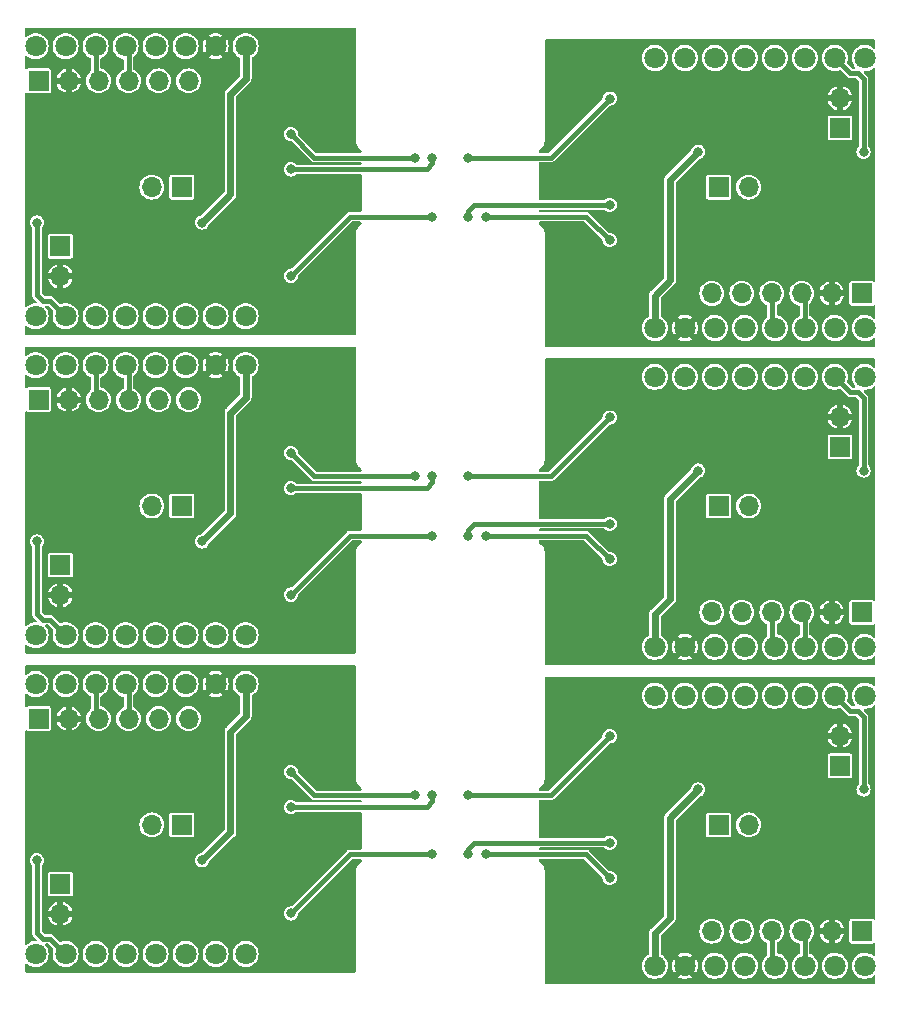
<source format=gbr>
%TF.GenerationSoftware,KiCad,Pcbnew,7.0.1*%
%TF.CreationDate,2023-04-17T17:37:10+02:00*%
%TF.ProjectId,BME680_shield_panel,424d4536-3830-45f7-9368-69656c645f70,rev?*%
%TF.SameCoordinates,Original*%
%TF.FileFunction,Copper,L2,Bot*%
%TF.FilePolarity,Positive*%
%FSLAX46Y46*%
G04 Gerber Fmt 4.6, Leading zero omitted, Abs format (unit mm)*
G04 Created by KiCad (PCBNEW 7.0.1) date 2023-04-17 17:37:10*
%MOMM*%
%LPD*%
G01*
G04 APERTURE LIST*
%TA.AperFunction,ComponentPad*%
%ADD10R,1.700000X1.700000*%
%TD*%
%TA.AperFunction,ComponentPad*%
%ADD11O,1.700000X1.700000*%
%TD*%
%TA.AperFunction,ComponentPad*%
%ADD12C,1.800000*%
%TD*%
%TA.AperFunction,ViaPad*%
%ADD13C,0.800000*%
%TD*%
%TA.AperFunction,Conductor*%
%ADD14C,0.400000*%
%TD*%
%TA.AperFunction,Conductor*%
%ADD15C,0.600000*%
%TD*%
G04 APERTURE END LIST*
D10*
%TO.P,J102,1,Pin_1*%
%TO.N,+BATT*%
X57500000Y-73500000D03*
D11*
%TO.P,J102,2,Pin_2*%
%TO.N,GND*%
X57500000Y-76040000D03*
%TD*%
D10*
%TO.P,JP103,1,A*%
%TO.N,+BATT*%
X67775000Y-41500000D03*
D11*
%TO.P,JP103,2,B*%
%TO.N,Net-(JP103-B)*%
X65235000Y-41500000D03*
%TD*%
D10*
%TO.P,JP103,1,A*%
%TO.N,+BATT*%
X67775000Y-95500000D03*
D11*
%TO.P,JP103,2,B*%
%TO.N,Net-(JP103-B)*%
X65235000Y-95500000D03*
%TD*%
D10*
%TO.P,JP103,1,A*%
%TO.N,+BATT*%
X113225000Y-41500000D03*
D11*
%TO.P,JP103,2,B*%
%TO.N,Net-(JP103-B)*%
X115765000Y-41500000D03*
%TD*%
D10*
%TO.P,J102,1,Pin_1*%
%TO.N,+BATT*%
X123500000Y-36500000D03*
D11*
%TO.P,J102,2,Pin_2*%
%TO.N,GND*%
X123500000Y-33960000D03*
%TD*%
D12*
%TO.P,U102,1,Rst*%
%TO.N,unconnected-(U102-Rst-Pad1)*%
X125600000Y-57572024D03*
%TO.P,U102,2,A0*%
%TO.N,Net-(U102-A0)*%
X123060000Y-57572024D03*
%TO.P,U102,3,D0*%
%TO.N,unconnected-(U102-D0-Pad3)*%
X120520000Y-57572024D03*
%TO.P,U102,4,D5*%
%TO.N,CHG_EN*%
X117980000Y-57572024D03*
%TO.P,U102,5,D6*%
%TO.N,~{CHG}*%
X115440000Y-57572024D03*
%TO.P,U102,6,D7*%
%TO.N,unconnected-(U102-D7-Pad6)*%
X112900000Y-57572024D03*
%TO.P,U102,7,D8*%
%TO.N,unconnected-(U102-D8-Pad7)*%
X110360000Y-57572024D03*
%TO.P,U102,8,3.3V*%
%TO.N,+3V3*%
X107820000Y-57572024D03*
%TO.P,U102,9,5V*%
%TO.N,+5V*%
X107820000Y-80432024D03*
%TO.P,U102,10,GND*%
%TO.N,GND*%
X110360000Y-80432024D03*
%TO.P,U102,11,D4*%
%TO.N,unconnected-(U102-D4-Pad11)*%
X112900000Y-80432024D03*
%TO.P,U102,12,D3*%
%TO.N,unconnected-(U102-D3-Pad12)*%
X115440000Y-80432024D03*
%TO.P,U102,13,D2*%
%TO.N,Net-(J101-Pin_4)*%
X117980000Y-80432024D03*
%TO.P,U102,14,D1*%
%TO.N,Net-(J101-Pin_3)*%
X120520000Y-80432024D03*
%TO.P,U102,15,Rx*%
%TO.N,unconnected-(U102-Rx-Pad15)*%
X123060000Y-80432024D03*
%TO.P,U102,16,Tx*%
%TO.N,unconnected-(U102-Tx-Pad16)*%
X125600000Y-80432024D03*
%TD*%
D10*
%TO.P,J102,1,Pin_1*%
%TO.N,+BATT*%
X57500000Y-46500000D03*
D11*
%TO.P,J102,2,Pin_2*%
%TO.N,GND*%
X57500000Y-49040000D03*
%TD*%
D10*
%TO.P,J102,1,Pin_1*%
%TO.N,+BATT*%
X57500000Y-100500000D03*
D11*
%TO.P,J102,2,Pin_2*%
%TO.N,GND*%
X57500000Y-103040000D03*
%TD*%
D10*
%TO.P,JP103,1,A*%
%TO.N,+BATT*%
X67775000Y-68500000D03*
D11*
%TO.P,JP103,2,B*%
%TO.N,Net-(JP103-B)*%
X65235000Y-68500000D03*
%TD*%
D12*
%TO.P,U102,1,Rst*%
%TO.N,unconnected-(U102-Rst-Pad1)*%
X125600000Y-30572024D03*
%TO.P,U102,2,A0*%
%TO.N,Net-(U102-A0)*%
X123060000Y-30572024D03*
%TO.P,U102,3,D0*%
%TO.N,unconnected-(U102-D0-Pad3)*%
X120520000Y-30572024D03*
%TO.P,U102,4,D5*%
%TO.N,CHG_EN*%
X117980000Y-30572024D03*
%TO.P,U102,5,D6*%
%TO.N,~{CHG}*%
X115440000Y-30572024D03*
%TO.P,U102,6,D7*%
%TO.N,unconnected-(U102-D7-Pad6)*%
X112900000Y-30572024D03*
%TO.P,U102,7,D8*%
%TO.N,unconnected-(U102-D8-Pad7)*%
X110360000Y-30572024D03*
%TO.P,U102,8,3.3V*%
%TO.N,+3V3*%
X107820000Y-30572024D03*
%TO.P,U102,9,5V*%
%TO.N,+5V*%
X107820000Y-53432024D03*
%TO.P,U102,10,GND*%
%TO.N,GND*%
X110360000Y-53432024D03*
%TO.P,U102,11,D4*%
%TO.N,unconnected-(U102-D4-Pad11)*%
X112900000Y-53432024D03*
%TO.P,U102,12,D3*%
%TO.N,unconnected-(U102-D3-Pad12)*%
X115440000Y-53432024D03*
%TO.P,U102,13,D2*%
%TO.N,Net-(J101-Pin_4)*%
X117980000Y-53432024D03*
%TO.P,U102,14,D1*%
%TO.N,Net-(J101-Pin_3)*%
X120520000Y-53432024D03*
%TO.P,U102,15,Rx*%
%TO.N,unconnected-(U102-Rx-Pad15)*%
X123060000Y-53432024D03*
%TO.P,U102,16,Tx*%
%TO.N,unconnected-(U102-Tx-Pad16)*%
X125600000Y-53432024D03*
%TD*%
D10*
%TO.P,J102,1,Pin_1*%
%TO.N,+BATT*%
X123500000Y-90500000D03*
D11*
%TO.P,J102,2,Pin_2*%
%TO.N,GND*%
X123500000Y-87960000D03*
%TD*%
D12*
%TO.P,U102,1,Rst*%
%TO.N,unconnected-(U102-Rst-Pad1)*%
X55400000Y-106427976D03*
%TO.P,U102,2,A0*%
%TO.N,Net-(U102-A0)*%
X57940000Y-106427976D03*
%TO.P,U102,3,D0*%
%TO.N,unconnected-(U102-D0-Pad3)*%
X60480000Y-106427976D03*
%TO.P,U102,4,D5*%
%TO.N,CHG_EN*%
X63020000Y-106427976D03*
%TO.P,U102,5,D6*%
%TO.N,~{CHG}*%
X65560000Y-106427976D03*
%TO.P,U102,6,D7*%
%TO.N,unconnected-(U102-D7-Pad6)*%
X68100000Y-106427976D03*
%TO.P,U102,7,D8*%
%TO.N,unconnected-(U102-D8-Pad7)*%
X70640000Y-106427976D03*
%TO.P,U102,8,3.3V*%
%TO.N,+3V3*%
X73180000Y-106427976D03*
%TO.P,U102,9,5V*%
%TO.N,+5V*%
X73180000Y-83567976D03*
%TO.P,U102,10,GND*%
%TO.N,GND*%
X70640000Y-83567976D03*
%TO.P,U102,11,D4*%
%TO.N,unconnected-(U102-D4-Pad11)*%
X68100000Y-83567976D03*
%TO.P,U102,12,D3*%
%TO.N,unconnected-(U102-D3-Pad12)*%
X65560000Y-83567976D03*
%TO.P,U102,13,D2*%
%TO.N,Net-(J101-Pin_4)*%
X63020000Y-83567976D03*
%TO.P,U102,14,D1*%
%TO.N,Net-(J101-Pin_3)*%
X60480000Y-83567976D03*
%TO.P,U102,15,Rx*%
%TO.N,unconnected-(U102-Rx-Pad15)*%
X57940000Y-83567976D03*
%TO.P,U102,16,Tx*%
%TO.N,unconnected-(U102-Tx-Pad16)*%
X55400000Y-83567976D03*
%TD*%
D10*
%TO.P,J101,1,Pin_1*%
%TO.N,+3V3*%
X55650000Y-59500000D03*
D11*
%TO.P,J101,2,Pin_2*%
%TO.N,GND*%
X58190000Y-59500000D03*
%TO.P,J101,3,Pin_3*%
%TO.N,Net-(J101-Pin_3)*%
X60730000Y-59500000D03*
%TO.P,J101,4,Pin_4*%
%TO.N,Net-(J101-Pin_4)*%
X63270000Y-59500000D03*
%TO.P,J101,5,Pin_5*%
%TO.N,Net-(J101-Pin_5)*%
X65810000Y-59500000D03*
%TO.P,J101,6,Pin_6*%
%TO.N,unconnected-(J101-Pin_6-Pad6)*%
X68350000Y-59500000D03*
%TD*%
D12*
%TO.P,U102,1,Rst*%
%TO.N,unconnected-(U102-Rst-Pad1)*%
X55400000Y-79427976D03*
%TO.P,U102,2,A0*%
%TO.N,Net-(U102-A0)*%
X57940000Y-79427976D03*
%TO.P,U102,3,D0*%
%TO.N,unconnected-(U102-D0-Pad3)*%
X60480000Y-79427976D03*
%TO.P,U102,4,D5*%
%TO.N,CHG_EN*%
X63020000Y-79427976D03*
%TO.P,U102,5,D6*%
%TO.N,~{CHG}*%
X65560000Y-79427976D03*
%TO.P,U102,6,D7*%
%TO.N,unconnected-(U102-D7-Pad6)*%
X68100000Y-79427976D03*
%TO.P,U102,7,D8*%
%TO.N,unconnected-(U102-D8-Pad7)*%
X70640000Y-79427976D03*
%TO.P,U102,8,3.3V*%
%TO.N,+3V3*%
X73180000Y-79427976D03*
%TO.P,U102,9,5V*%
%TO.N,+5V*%
X73180000Y-56567976D03*
%TO.P,U102,10,GND*%
%TO.N,GND*%
X70640000Y-56567976D03*
%TO.P,U102,11,D4*%
%TO.N,unconnected-(U102-D4-Pad11)*%
X68100000Y-56567976D03*
%TO.P,U102,12,D3*%
%TO.N,unconnected-(U102-D3-Pad12)*%
X65560000Y-56567976D03*
%TO.P,U102,13,D2*%
%TO.N,Net-(J101-Pin_4)*%
X63020000Y-56567976D03*
%TO.P,U102,14,D1*%
%TO.N,Net-(J101-Pin_3)*%
X60480000Y-56567976D03*
%TO.P,U102,15,Rx*%
%TO.N,unconnected-(U102-Rx-Pad15)*%
X57940000Y-56567976D03*
%TO.P,U102,16,Tx*%
%TO.N,unconnected-(U102-Tx-Pad16)*%
X55400000Y-56567976D03*
%TD*%
D10*
%TO.P,J101,1,Pin_1*%
%TO.N,+3V3*%
X125350000Y-50500000D03*
D11*
%TO.P,J101,2,Pin_2*%
%TO.N,GND*%
X122810000Y-50500000D03*
%TO.P,J101,3,Pin_3*%
%TO.N,Net-(J101-Pin_3)*%
X120270000Y-50500000D03*
%TO.P,J101,4,Pin_4*%
%TO.N,Net-(J101-Pin_4)*%
X117730000Y-50500000D03*
%TO.P,J101,5,Pin_5*%
%TO.N,Net-(J101-Pin_5)*%
X115190000Y-50500000D03*
%TO.P,J101,6,Pin_6*%
%TO.N,unconnected-(J101-Pin_6-Pad6)*%
X112650000Y-50500000D03*
%TD*%
D10*
%TO.P,JP103,1,A*%
%TO.N,+BATT*%
X113225000Y-68500000D03*
D11*
%TO.P,JP103,2,B*%
%TO.N,Net-(JP103-B)*%
X115765000Y-68500000D03*
%TD*%
D10*
%TO.P,J101,1,Pin_1*%
%TO.N,+3V3*%
X125350000Y-104500000D03*
D11*
%TO.P,J101,2,Pin_2*%
%TO.N,GND*%
X122810000Y-104500000D03*
%TO.P,J101,3,Pin_3*%
%TO.N,Net-(J101-Pin_3)*%
X120270000Y-104500000D03*
%TO.P,J101,4,Pin_4*%
%TO.N,Net-(J101-Pin_4)*%
X117730000Y-104500000D03*
%TO.P,J101,5,Pin_5*%
%TO.N,Net-(J101-Pin_5)*%
X115190000Y-104500000D03*
%TO.P,J101,6,Pin_6*%
%TO.N,unconnected-(J101-Pin_6-Pad6)*%
X112650000Y-104500000D03*
%TD*%
D10*
%TO.P,J101,1,Pin_1*%
%TO.N,+3V3*%
X55650000Y-32500000D03*
D11*
%TO.P,J101,2,Pin_2*%
%TO.N,GND*%
X58190000Y-32500000D03*
%TO.P,J101,3,Pin_3*%
%TO.N,Net-(J101-Pin_3)*%
X60730000Y-32500000D03*
%TO.P,J101,4,Pin_4*%
%TO.N,Net-(J101-Pin_4)*%
X63270000Y-32500000D03*
%TO.P,J101,5,Pin_5*%
%TO.N,Net-(J101-Pin_5)*%
X65810000Y-32500000D03*
%TO.P,J101,6,Pin_6*%
%TO.N,unconnected-(J101-Pin_6-Pad6)*%
X68350000Y-32500000D03*
%TD*%
D10*
%TO.P,J101,1,Pin_1*%
%TO.N,+3V3*%
X55650000Y-86500000D03*
D11*
%TO.P,J101,2,Pin_2*%
%TO.N,GND*%
X58190000Y-86500000D03*
%TO.P,J101,3,Pin_3*%
%TO.N,Net-(J101-Pin_3)*%
X60730000Y-86500000D03*
%TO.P,J101,4,Pin_4*%
%TO.N,Net-(J101-Pin_4)*%
X63270000Y-86500000D03*
%TO.P,J101,5,Pin_5*%
%TO.N,Net-(J101-Pin_5)*%
X65810000Y-86500000D03*
%TO.P,J101,6,Pin_6*%
%TO.N,unconnected-(J101-Pin_6-Pad6)*%
X68350000Y-86500000D03*
%TD*%
D10*
%TO.P,J101,1,Pin_1*%
%TO.N,+3V3*%
X125350000Y-77500000D03*
D11*
%TO.P,J101,2,Pin_2*%
%TO.N,GND*%
X122810000Y-77500000D03*
%TO.P,J101,3,Pin_3*%
%TO.N,Net-(J101-Pin_3)*%
X120270000Y-77500000D03*
%TO.P,J101,4,Pin_4*%
%TO.N,Net-(J101-Pin_4)*%
X117730000Y-77500000D03*
%TO.P,J101,5,Pin_5*%
%TO.N,Net-(J101-Pin_5)*%
X115190000Y-77500000D03*
%TO.P,J101,6,Pin_6*%
%TO.N,unconnected-(J101-Pin_6-Pad6)*%
X112650000Y-77500000D03*
%TD*%
D12*
%TO.P,U102,1,Rst*%
%TO.N,unconnected-(U102-Rst-Pad1)*%
X125600000Y-84572024D03*
%TO.P,U102,2,A0*%
%TO.N,Net-(U102-A0)*%
X123060000Y-84572024D03*
%TO.P,U102,3,D0*%
%TO.N,unconnected-(U102-D0-Pad3)*%
X120520000Y-84572024D03*
%TO.P,U102,4,D5*%
%TO.N,CHG_EN*%
X117980000Y-84572024D03*
%TO.P,U102,5,D6*%
%TO.N,~{CHG}*%
X115440000Y-84572024D03*
%TO.P,U102,6,D7*%
%TO.N,unconnected-(U102-D7-Pad6)*%
X112900000Y-84572024D03*
%TO.P,U102,7,D8*%
%TO.N,unconnected-(U102-D8-Pad7)*%
X110360000Y-84572024D03*
%TO.P,U102,8,3.3V*%
%TO.N,+3V3*%
X107820000Y-84572024D03*
%TO.P,U102,9,5V*%
%TO.N,+5V*%
X107820000Y-107432024D03*
%TO.P,U102,10,GND*%
%TO.N,GND*%
X110360000Y-107432024D03*
%TO.P,U102,11,D4*%
%TO.N,unconnected-(U102-D4-Pad11)*%
X112900000Y-107432024D03*
%TO.P,U102,12,D3*%
%TO.N,unconnected-(U102-D3-Pad12)*%
X115440000Y-107432024D03*
%TO.P,U102,13,D2*%
%TO.N,Net-(J101-Pin_4)*%
X117980000Y-107432024D03*
%TO.P,U102,14,D1*%
%TO.N,Net-(J101-Pin_3)*%
X120520000Y-107432024D03*
%TO.P,U102,15,Rx*%
%TO.N,unconnected-(U102-Rx-Pad15)*%
X123060000Y-107432024D03*
%TO.P,U102,16,Tx*%
%TO.N,unconnected-(U102-Tx-Pad16)*%
X125600000Y-107432024D03*
%TD*%
D10*
%TO.P,JP103,1,A*%
%TO.N,+BATT*%
X113225000Y-95500000D03*
D11*
%TO.P,JP103,2,B*%
%TO.N,Net-(JP103-B)*%
X115765000Y-95500000D03*
%TD*%
D10*
%TO.P,J102,1,Pin_1*%
%TO.N,+BATT*%
X123500000Y-63500000D03*
D11*
%TO.P,J102,2,Pin_2*%
%TO.N,GND*%
X123500000Y-60960000D03*
%TD*%
D12*
%TO.P,U102,1,Rst*%
%TO.N,unconnected-(U102-Rst-Pad1)*%
X55400000Y-52427976D03*
%TO.P,U102,2,A0*%
%TO.N,Net-(U102-A0)*%
X57940000Y-52427976D03*
%TO.P,U102,3,D0*%
%TO.N,unconnected-(U102-D0-Pad3)*%
X60480000Y-52427976D03*
%TO.P,U102,4,D5*%
%TO.N,CHG_EN*%
X63020000Y-52427976D03*
%TO.P,U102,5,D6*%
%TO.N,~{CHG}*%
X65560000Y-52427976D03*
%TO.P,U102,6,D7*%
%TO.N,unconnected-(U102-D7-Pad6)*%
X68100000Y-52427976D03*
%TO.P,U102,7,D8*%
%TO.N,unconnected-(U102-D8-Pad7)*%
X70640000Y-52427976D03*
%TO.P,U102,8,3.3V*%
%TO.N,+3V3*%
X73180000Y-52427976D03*
%TO.P,U102,9,5V*%
%TO.N,+5V*%
X73180000Y-29567976D03*
%TO.P,U102,10,GND*%
%TO.N,GND*%
X70640000Y-29567976D03*
%TO.P,U102,11,D4*%
%TO.N,unconnected-(U102-D4-Pad11)*%
X68100000Y-29567976D03*
%TO.P,U102,12,D3*%
%TO.N,unconnected-(U102-D3-Pad12)*%
X65560000Y-29567976D03*
%TO.P,U102,13,D2*%
%TO.N,Net-(J101-Pin_4)*%
X63020000Y-29567976D03*
%TO.P,U102,14,D1*%
%TO.N,Net-(J101-Pin_3)*%
X60480000Y-29567976D03*
%TO.P,U102,15,Rx*%
%TO.N,unconnected-(U102-Rx-Pad15)*%
X57940000Y-29567976D03*
%TO.P,U102,16,Tx*%
%TO.N,unconnected-(U102-Tx-Pad16)*%
X55400000Y-29567976D03*
%TD*%
D13*
%TO.N,GND*%
X99500000Y-32500000D03*
X105500000Y-43000000D03*
X65500000Y-45500000D03*
X99500000Y-29500000D03*
X126000000Y-71500000D03*
X115500000Y-36500000D03*
X116500000Y-37500000D03*
X81500000Y-52000000D03*
X57000000Y-92500000D03*
X74000000Y-67000000D03*
X126000000Y-98500000D03*
X116500000Y-63500000D03*
X119000000Y-71500000D03*
X82000000Y-68000000D03*
X99000000Y-69000000D03*
X75500000Y-67000000D03*
X99500000Y-58000000D03*
X58500000Y-64000000D03*
X57000000Y-38500000D03*
X115500000Y-37500000D03*
X65500000Y-100500000D03*
X99500000Y-86500000D03*
X62000000Y-38500000D03*
X107000000Y-70000000D03*
X58500000Y-94000000D03*
X124000000Y-98500000D03*
X115500000Y-64500000D03*
X81500000Y-104500000D03*
X81500000Y-77500000D03*
X75500000Y-94000000D03*
X122500000Y-71500000D03*
X99500000Y-83500000D03*
X124000000Y-71500000D03*
X105500000Y-98500000D03*
X55000000Y-38500000D03*
X81500000Y-53500000D03*
X99500000Y-31000000D03*
X60000000Y-92500000D03*
X105500000Y-44500000D03*
X75500000Y-40000000D03*
X115500000Y-90500000D03*
X99500000Y-85000000D03*
X107000000Y-43000000D03*
X105500000Y-70000000D03*
X65500000Y-72500000D03*
X55000000Y-92500000D03*
X121000000Y-44500000D03*
X64500000Y-99500000D03*
X119000000Y-44500000D03*
X105500000Y-71500000D03*
X62000000Y-92500000D03*
X82000000Y-41000000D03*
X116500000Y-90500000D03*
X64500000Y-72500000D03*
X81500000Y-79000000D03*
X122500000Y-97000000D03*
X64500000Y-100500000D03*
X55000000Y-65500000D03*
X58500000Y-65500000D03*
X81500000Y-80500000D03*
X126000000Y-44500000D03*
X58500000Y-40000000D03*
X105500000Y-97000000D03*
X62000000Y-65500000D03*
X58500000Y-67000000D03*
X107000000Y-97000000D03*
X115500000Y-91500000D03*
X81500000Y-107500000D03*
X122500000Y-100000000D03*
X65500000Y-99500000D03*
X116500000Y-64500000D03*
X115500000Y-63500000D03*
X60000000Y-65500000D03*
X65500000Y-73500000D03*
X116500000Y-36500000D03*
X65500000Y-46500000D03*
X122500000Y-70000000D03*
X122500000Y-98500000D03*
X58500000Y-91000000D03*
X122500000Y-46000000D03*
X121000000Y-98500000D03*
X121000000Y-71500000D03*
X60000000Y-38500000D03*
X99000000Y-42000000D03*
X81500000Y-50500000D03*
X58500000Y-92500000D03*
X99500000Y-59500000D03*
X57000000Y-65500000D03*
X116500000Y-91500000D03*
X64500000Y-45500000D03*
X122500000Y-73000000D03*
X75500000Y-38500000D03*
X122500000Y-44500000D03*
X74000000Y-40000000D03*
X64500000Y-46500000D03*
X82000000Y-95000000D03*
X99000000Y-96000000D03*
X74000000Y-94000000D03*
X119000000Y-98500000D03*
X58500000Y-38500000D03*
X75500000Y-65500000D03*
X75500000Y-92500000D03*
X99500000Y-56500000D03*
X124000000Y-44500000D03*
X58500000Y-37000000D03*
X122500000Y-43000000D03*
X81500000Y-106000000D03*
X64500000Y-73500000D03*
%TO.N,Net-(J101-Pin_3)*%
X89000000Y-66000000D03*
X89000000Y-93000000D03*
X92000000Y-71000000D03*
X92000000Y-98000000D03*
X92000000Y-44000000D03*
X77000000Y-94000000D03*
X104000000Y-70000000D03*
X104000000Y-97000000D03*
X89000000Y-39000000D03*
X104000000Y-43000000D03*
X77000000Y-40000000D03*
X77000000Y-67000000D03*
%TO.N,Net-(J101-Pin_4)*%
X104000000Y-73000000D03*
X87500000Y-39000000D03*
X87500000Y-93000000D03*
X93500000Y-71000000D03*
X77000000Y-37000000D03*
X77000000Y-64000000D03*
X77000000Y-91000000D03*
X104000000Y-46000000D03*
X104000000Y-100000000D03*
X93500000Y-98000000D03*
X87500000Y-66000000D03*
X93500000Y-44000000D03*
%TO.N,Net-(U101-SDO)*%
X77000000Y-76000000D03*
X92000000Y-93000000D03*
X77000000Y-49000000D03*
X89000000Y-98000000D03*
X89000000Y-44000000D03*
X89000000Y-71000000D03*
X104000000Y-61000000D03*
X104000000Y-34000000D03*
X104000000Y-88000000D03*
X92000000Y-39000000D03*
X92000000Y-66000000D03*
X77000000Y-103000000D03*
%TO.N,Net-(U102-A0)*%
X125500000Y-92500000D03*
X55500000Y-98500000D03*
X125500000Y-65500000D03*
X55500000Y-71500000D03*
X55500000Y-44500000D03*
X125500000Y-38500000D03*
%TO.N,+5V*%
X111500000Y-65500000D03*
X69500000Y-98500000D03*
X111500000Y-92500000D03*
X69500000Y-44500000D03*
X111500000Y-38500000D03*
X69500000Y-71500000D03*
%TD*%
D14*
%TO.N,GND*%
X82000000Y-95000000D02*
X81500000Y-95000000D01*
X99000000Y-42000000D02*
X99500000Y-42000000D01*
X82000000Y-68000000D02*
X81500000Y-68000000D01*
X82000000Y-41000000D02*
X81500000Y-41000000D01*
X99000000Y-69000000D02*
X99500000Y-69000000D01*
X99000000Y-96000000D02*
X99500000Y-96000000D01*
%TO.N,Net-(J101-Pin_3)*%
X60480000Y-29567976D02*
X60480000Y-32250000D01*
X60480000Y-32250000D02*
X60730000Y-32500000D01*
X89000000Y-93500000D02*
X88500000Y-94000000D01*
X92000000Y-43500000D02*
X92500000Y-43000000D01*
X120520000Y-107432024D02*
X120520000Y-104750000D01*
X92000000Y-97500000D02*
X92500000Y-97000000D01*
X60480000Y-83567976D02*
X60480000Y-86250000D01*
X120520000Y-104750000D02*
X120270000Y-104500000D01*
X120520000Y-50750000D02*
X120270000Y-50500000D01*
X120520000Y-80432024D02*
X120520000Y-77750000D01*
X88500000Y-40000000D02*
X77000000Y-40000000D01*
X92000000Y-98000000D02*
X92000000Y-97500000D01*
X92000000Y-71000000D02*
X92000000Y-70500000D01*
X89000000Y-93000000D02*
X89000000Y-93500000D01*
X89000000Y-66000000D02*
X89000000Y-66500000D01*
X120520000Y-53432024D02*
X120520000Y-50750000D01*
X89000000Y-39000000D02*
X89000000Y-39500000D01*
X60480000Y-56567976D02*
X60480000Y-59250000D01*
X88500000Y-94000000D02*
X77000000Y-94000000D01*
X92500000Y-97000000D02*
X104000000Y-97000000D01*
X92000000Y-44000000D02*
X92000000Y-43500000D01*
X89000000Y-66500000D02*
X88500000Y-67000000D01*
X120520000Y-77750000D02*
X120270000Y-77500000D01*
X88500000Y-67000000D02*
X77000000Y-67000000D01*
X92500000Y-70000000D02*
X104000000Y-70000000D01*
X92000000Y-70500000D02*
X92500000Y-70000000D01*
X60480000Y-59250000D02*
X60730000Y-59500000D01*
X92500000Y-43000000D02*
X104000000Y-43000000D01*
X60480000Y-86250000D02*
X60730000Y-86500000D01*
X89000000Y-39500000D02*
X88500000Y-40000000D01*
%TO.N,Net-(J101-Pin_4)*%
X117730000Y-77500000D02*
X117730000Y-80182024D01*
X117730000Y-104500000D02*
X117730000Y-107182024D01*
X117730000Y-80182024D02*
X117980000Y-80432024D01*
X93500000Y-44000000D02*
X99500000Y-44000000D01*
X93500000Y-71000000D02*
X99500000Y-71000000D01*
X99500000Y-71000000D02*
X102000000Y-71000000D01*
X81500000Y-66000000D02*
X79000000Y-66000000D01*
X63270000Y-83817976D02*
X63020000Y-83567976D01*
X81500000Y-39000000D02*
X79000000Y-39000000D01*
X63270000Y-59500000D02*
X63270000Y-56817976D01*
X117730000Y-107182024D02*
X117980000Y-107432024D01*
X102000000Y-71000000D02*
X104000000Y-73000000D01*
X117730000Y-50500000D02*
X117730000Y-53182024D01*
X63270000Y-86500000D02*
X63270000Y-83817976D01*
X63270000Y-29817976D02*
X63020000Y-29567976D01*
X63270000Y-32500000D02*
X63270000Y-29817976D01*
X102000000Y-98000000D02*
X104000000Y-100000000D01*
X102000000Y-44000000D02*
X104000000Y-46000000D01*
X79000000Y-93000000D02*
X77000000Y-91000000D01*
X99500000Y-44000000D02*
X102000000Y-44000000D01*
X99500000Y-98000000D02*
X102000000Y-98000000D01*
X63270000Y-56817976D02*
X63020000Y-56567976D01*
X79000000Y-66000000D02*
X77000000Y-64000000D01*
X81500000Y-93000000D02*
X79000000Y-93000000D01*
X117730000Y-53182024D02*
X117980000Y-53432024D01*
X87500000Y-93000000D02*
X81500000Y-93000000D01*
X87500000Y-66000000D02*
X81500000Y-66000000D01*
X79000000Y-39000000D02*
X77000000Y-37000000D01*
X87500000Y-39000000D02*
X81500000Y-39000000D01*
X93500000Y-98000000D02*
X99500000Y-98000000D01*
%TO.N,Net-(U101-SDO)*%
X104000000Y-61000000D02*
X99000000Y-66000000D01*
X82000000Y-71000000D02*
X89000000Y-71000000D01*
X104000000Y-88000000D02*
X99000000Y-93000000D01*
X99000000Y-93000000D02*
X92000000Y-93000000D01*
X104000000Y-34000000D02*
X99000000Y-39000000D01*
X77000000Y-103000000D02*
X82000000Y-98000000D01*
X99000000Y-39000000D02*
X92000000Y-39000000D01*
X82000000Y-98000000D02*
X89000000Y-98000000D01*
X99000000Y-66000000D02*
X92000000Y-66000000D01*
X77000000Y-76000000D02*
X82000000Y-71000000D01*
X77000000Y-49000000D02*
X82000000Y-44000000D01*
X82000000Y-44000000D02*
X89000000Y-44000000D01*
%TO.N,Net-(U102-A0)*%
X125500000Y-86372024D02*
X125000000Y-85872024D01*
X125500000Y-92500000D02*
X125500000Y-86372024D01*
X55500000Y-44500000D02*
X55500000Y-50627976D01*
X125500000Y-59372024D02*
X125000000Y-58872024D01*
X55500000Y-77627976D02*
X56000000Y-78127976D01*
X56640000Y-51127976D02*
X57940000Y-52427976D01*
X125000000Y-58872024D02*
X124360000Y-58872024D01*
X125000000Y-31872024D02*
X124360000Y-31872024D01*
X56640000Y-105127976D02*
X57940000Y-106427976D01*
X125000000Y-85872024D02*
X124360000Y-85872024D01*
X124360000Y-58872024D02*
X123060000Y-57572024D01*
X124360000Y-85872024D02*
X123060000Y-84572024D01*
X56000000Y-78127976D02*
X56640000Y-78127976D01*
X56000000Y-51127976D02*
X56640000Y-51127976D01*
X125500000Y-38500000D02*
X125500000Y-32372024D01*
X124360000Y-31872024D02*
X123060000Y-30572024D01*
X55500000Y-98500000D02*
X55500000Y-104627976D01*
X125500000Y-32372024D02*
X125000000Y-31872024D01*
X55500000Y-50627976D02*
X56000000Y-51127976D01*
X56000000Y-105127976D02*
X56640000Y-105127976D01*
X55500000Y-71500000D02*
X55500000Y-77627976D01*
X125500000Y-65500000D02*
X125500000Y-59372024D01*
X55500000Y-104627976D02*
X56000000Y-105127976D01*
X56640000Y-78127976D02*
X57940000Y-79427976D01*
D15*
%TO.N,+5V*%
X111500000Y-65500000D02*
X109100000Y-67900000D01*
X71900000Y-42100000D02*
X71900000Y-33600000D01*
X73180000Y-32320000D02*
X73180000Y-29567976D01*
X109100000Y-76400000D02*
X107820000Y-77680000D01*
X109100000Y-40900000D02*
X109100000Y-49400000D01*
X111500000Y-38500000D02*
X109100000Y-40900000D01*
X71900000Y-60600000D02*
X73180000Y-59320000D01*
X69500000Y-98500000D02*
X71900000Y-96100000D01*
X69500000Y-71500000D02*
X71900000Y-69100000D01*
X107820000Y-104680000D02*
X107820000Y-107432024D01*
X69500000Y-44500000D02*
X71900000Y-42100000D01*
X111500000Y-92500000D02*
X109100000Y-94900000D01*
X71900000Y-33600000D02*
X73180000Y-32320000D01*
X109100000Y-94900000D02*
X109100000Y-103400000D01*
X71900000Y-96100000D02*
X71900000Y-87600000D01*
X73180000Y-59320000D02*
X73180000Y-56567976D01*
X71900000Y-69100000D02*
X71900000Y-60600000D01*
X107820000Y-50680000D02*
X107820000Y-53432024D01*
X71900000Y-87600000D02*
X73180000Y-86320000D01*
X109100000Y-49400000D02*
X107820000Y-50680000D01*
X107820000Y-77680000D02*
X107820000Y-80432024D01*
X109100000Y-67900000D02*
X109100000Y-76400000D01*
X109100000Y-103400000D02*
X107820000Y-104680000D01*
X73180000Y-86320000D02*
X73180000Y-83567976D01*
%TD*%
%TA.AperFunction,Conductor*%
%TO.N,GND*%
G36*
X82450000Y-82013763D02*
G01*
X82486237Y-82050000D01*
X82499500Y-82099500D01*
X82499500Y-91587532D01*
X82529899Y-91759941D01*
X82589774Y-91924444D01*
X82677304Y-92076050D01*
X82677307Y-92076054D01*
X82677308Y-92076055D01*
X82789837Y-92210163D01*
X82923945Y-92322692D01*
X82950501Y-92338024D01*
X82986736Y-92374260D01*
X83000000Y-92423760D01*
X83000000Y-92500500D01*
X82986737Y-92550000D01*
X82950500Y-92586237D01*
X82901000Y-92599500D01*
X79206900Y-92599500D01*
X79169014Y-92591964D01*
X79136896Y-92570504D01*
X77635400Y-91069007D01*
X77616613Y-91042789D01*
X77607251Y-91011924D01*
X77605681Y-91000002D01*
X77605682Y-91000000D01*
X77585044Y-90843238D01*
X77524536Y-90697159D01*
X77502139Y-90667971D01*
X77428282Y-90571717D01*
X77302841Y-90475464D01*
X77156761Y-90414955D01*
X77000000Y-90394318D01*
X76843238Y-90414955D01*
X76697158Y-90475464D01*
X76571717Y-90571717D01*
X76475464Y-90697158D01*
X76414955Y-90843238D01*
X76394318Y-90999999D01*
X76414955Y-91156761D01*
X76475464Y-91302841D01*
X76571717Y-91428282D01*
X76664531Y-91499500D01*
X76697159Y-91524536D01*
X76843238Y-91585044D01*
X77000000Y-91605682D01*
X77000002Y-91605681D01*
X77011924Y-91607251D01*
X77042789Y-91616613D01*
X77069007Y-91635400D01*
X78671950Y-93238342D01*
X78671949Y-93238342D01*
X78761659Y-93328051D01*
X78783148Y-93339000D01*
X78796397Y-93347119D01*
X78815908Y-93361295D01*
X78815909Y-93361295D01*
X78815910Y-93361296D01*
X78832856Y-93366801D01*
X78838846Y-93368748D01*
X78853200Y-93374694D01*
X78874693Y-93385645D01*
X78874694Y-93385645D01*
X78874696Y-93385646D01*
X78898517Y-93389418D01*
X78913622Y-93393045D01*
X78936566Y-93400500D01*
X82901000Y-93400500D01*
X82950500Y-93413763D01*
X82986737Y-93450000D01*
X83000000Y-93499500D01*
X83000000Y-93500500D01*
X82986737Y-93550000D01*
X82950500Y-93586237D01*
X82901000Y-93599500D01*
X77498094Y-93599500D01*
X77466272Y-93594246D01*
X77437827Y-93579042D01*
X77302841Y-93475464D01*
X77156761Y-93414955D01*
X77000000Y-93394318D01*
X76843238Y-93414955D01*
X76697158Y-93475464D01*
X76571717Y-93571717D01*
X76475464Y-93697158D01*
X76414955Y-93843238D01*
X76394318Y-94000000D01*
X76414955Y-94156761D01*
X76475464Y-94302841D01*
X76571717Y-94428282D01*
X76664531Y-94499500D01*
X76697159Y-94524536D01*
X76843238Y-94585044D01*
X77000000Y-94605682D01*
X77156762Y-94585044D01*
X77302841Y-94524536D01*
X77428282Y-94428282D01*
X77428281Y-94428282D01*
X77437827Y-94420958D01*
X77466272Y-94405754D01*
X77498094Y-94400500D01*
X82901000Y-94400500D01*
X82950500Y-94413763D01*
X82986737Y-94450000D01*
X83000000Y-94499500D01*
X83000000Y-97500500D01*
X82986737Y-97550000D01*
X82950500Y-97586237D01*
X82901000Y-97599500D01*
X81936565Y-97599500D01*
X81913625Y-97606953D01*
X81898525Y-97610579D01*
X81874693Y-97614354D01*
X81853197Y-97625306D01*
X81838855Y-97631247D01*
X81815912Y-97638702D01*
X81796392Y-97652884D01*
X81783155Y-97660995D01*
X81761658Y-97671949D01*
X81739091Y-97694516D01*
X77069006Y-102364599D01*
X77042789Y-102383385D01*
X77011924Y-102392748D01*
X76843238Y-102414955D01*
X76697158Y-102475464D01*
X76571717Y-102571717D01*
X76475464Y-102697158D01*
X76414955Y-102843238D01*
X76394318Y-103000000D01*
X76414955Y-103156761D01*
X76475464Y-103302841D01*
X76571717Y-103428282D01*
X76667970Y-103502139D01*
X76697159Y-103524536D01*
X76843238Y-103585044D01*
X77000000Y-103605682D01*
X77156762Y-103585044D01*
X77302841Y-103524536D01*
X77428282Y-103428282D01*
X77524536Y-103302841D01*
X77585044Y-103156762D01*
X77605682Y-103000000D01*
X77605681Y-102999998D01*
X77607252Y-102988072D01*
X77616615Y-102957208D01*
X77635398Y-102930993D01*
X82136896Y-98429496D01*
X82169015Y-98408036D01*
X82206901Y-98400500D01*
X82901000Y-98400500D01*
X82950500Y-98413763D01*
X82986737Y-98450000D01*
X83000000Y-98499500D01*
X83000000Y-98576240D01*
X82986736Y-98625740D01*
X82950501Y-98661975D01*
X82923945Y-98677307D01*
X82923945Y-98677308D01*
X82789837Y-98789837D01*
X82677304Y-98923949D01*
X82589774Y-99075555D01*
X82529899Y-99240058D01*
X82499500Y-99412468D01*
X82499500Y-107900500D01*
X82486237Y-107950000D01*
X82450000Y-107986237D01*
X82400500Y-107999500D01*
X54599500Y-107999500D01*
X54550000Y-107986237D01*
X54513763Y-107950000D01*
X54500500Y-107900500D01*
X54500500Y-107321344D01*
X54516555Y-107267297D01*
X54559512Y-107230779D01*
X54615439Y-107223635D01*
X54666193Y-107248180D01*
X54733959Y-107309957D01*
X54907363Y-107417324D01*
X55057254Y-107475391D01*
X55097546Y-107491001D01*
X55298022Y-107528476D01*
X55298024Y-107528476D01*
X55501976Y-107528476D01*
X55501978Y-107528476D01*
X55702453Y-107491001D01*
X55702456Y-107491000D01*
X55892637Y-107417324D01*
X56066041Y-107309957D01*
X56216764Y-107172555D01*
X56339673Y-107009797D01*
X56430582Y-106827226D01*
X56486397Y-106631059D01*
X56505215Y-106427976D01*
X56486397Y-106224893D01*
X56430582Y-106028726D01*
X56339673Y-105846155D01*
X56219587Y-105687136D01*
X56200014Y-105636610D01*
X56209971Y-105583348D01*
X56246475Y-105543304D01*
X56298592Y-105528476D01*
X56433099Y-105528476D01*
X56470985Y-105536012D01*
X56503103Y-105557472D01*
X56882664Y-105937033D01*
X56908481Y-105982151D01*
X56907881Y-106034127D01*
X56853602Y-106224893D01*
X56853603Y-106224893D01*
X56834785Y-106427975D01*
X56853603Y-106631058D01*
X56909419Y-106827228D01*
X57000325Y-107009794D01*
X57000326Y-107009795D01*
X57000327Y-107009797D01*
X57123236Y-107172555D01*
X57273959Y-107309957D01*
X57447363Y-107417324D01*
X57597254Y-107475391D01*
X57637546Y-107491001D01*
X57838022Y-107528476D01*
X57838024Y-107528476D01*
X58041976Y-107528476D01*
X58041978Y-107528476D01*
X58242453Y-107491001D01*
X58242456Y-107491000D01*
X58432637Y-107417324D01*
X58606041Y-107309957D01*
X58756764Y-107172555D01*
X58879673Y-107009797D01*
X58970582Y-106827226D01*
X59026397Y-106631059D01*
X59045215Y-106427976D01*
X59045215Y-106427975D01*
X59374785Y-106427975D01*
X59393603Y-106631058D01*
X59449419Y-106827228D01*
X59540325Y-107009794D01*
X59540326Y-107009795D01*
X59540327Y-107009797D01*
X59663236Y-107172555D01*
X59813959Y-107309957D01*
X59987363Y-107417324D01*
X60137254Y-107475391D01*
X60177546Y-107491001D01*
X60378022Y-107528476D01*
X60378024Y-107528476D01*
X60581976Y-107528476D01*
X60581978Y-107528476D01*
X60782453Y-107491001D01*
X60782456Y-107491000D01*
X60972637Y-107417324D01*
X61146041Y-107309957D01*
X61296764Y-107172555D01*
X61419673Y-107009797D01*
X61510582Y-106827226D01*
X61566397Y-106631059D01*
X61585215Y-106427976D01*
X61585215Y-106427975D01*
X61914785Y-106427975D01*
X61933603Y-106631058D01*
X61989419Y-106827228D01*
X62080325Y-107009794D01*
X62080326Y-107009795D01*
X62080327Y-107009797D01*
X62203236Y-107172555D01*
X62353959Y-107309957D01*
X62527363Y-107417324D01*
X62677254Y-107475391D01*
X62717546Y-107491001D01*
X62918022Y-107528476D01*
X62918024Y-107528476D01*
X63121976Y-107528476D01*
X63121978Y-107528476D01*
X63322453Y-107491001D01*
X63322456Y-107491000D01*
X63512637Y-107417324D01*
X63686041Y-107309957D01*
X63836764Y-107172555D01*
X63959673Y-107009797D01*
X64050582Y-106827226D01*
X64106397Y-106631059D01*
X64125215Y-106427976D01*
X64125215Y-106427975D01*
X64454785Y-106427975D01*
X64473603Y-106631058D01*
X64529419Y-106827228D01*
X64620325Y-107009794D01*
X64620326Y-107009795D01*
X64620327Y-107009797D01*
X64743236Y-107172555D01*
X64893959Y-107309957D01*
X65067363Y-107417324D01*
X65217254Y-107475391D01*
X65257546Y-107491001D01*
X65458022Y-107528476D01*
X65458024Y-107528476D01*
X65661976Y-107528476D01*
X65661978Y-107528476D01*
X65862453Y-107491001D01*
X65862456Y-107491000D01*
X66052637Y-107417324D01*
X66226041Y-107309957D01*
X66376764Y-107172555D01*
X66499673Y-107009797D01*
X66590582Y-106827226D01*
X66646397Y-106631059D01*
X66665215Y-106427976D01*
X66665215Y-106427975D01*
X66994785Y-106427975D01*
X67013603Y-106631058D01*
X67069419Y-106827228D01*
X67160325Y-107009794D01*
X67160326Y-107009795D01*
X67160327Y-107009797D01*
X67283236Y-107172555D01*
X67433959Y-107309957D01*
X67607363Y-107417324D01*
X67757254Y-107475391D01*
X67797546Y-107491001D01*
X67998022Y-107528476D01*
X67998024Y-107528476D01*
X68201976Y-107528476D01*
X68201978Y-107528476D01*
X68402453Y-107491001D01*
X68402456Y-107491000D01*
X68592637Y-107417324D01*
X68766041Y-107309957D01*
X68916764Y-107172555D01*
X69039673Y-107009797D01*
X69130582Y-106827226D01*
X69186397Y-106631059D01*
X69205215Y-106427976D01*
X69205215Y-106427975D01*
X69534785Y-106427975D01*
X69553603Y-106631058D01*
X69609419Y-106827228D01*
X69700325Y-107009794D01*
X69700326Y-107009795D01*
X69700327Y-107009797D01*
X69823236Y-107172555D01*
X69973959Y-107309957D01*
X70147363Y-107417324D01*
X70297254Y-107475391D01*
X70337546Y-107491001D01*
X70538022Y-107528476D01*
X70538024Y-107528476D01*
X70741976Y-107528476D01*
X70741978Y-107528476D01*
X70942453Y-107491001D01*
X70942456Y-107491000D01*
X71132637Y-107417324D01*
X71306041Y-107309957D01*
X71456764Y-107172555D01*
X71579673Y-107009797D01*
X71670582Y-106827226D01*
X71726397Y-106631059D01*
X71745215Y-106427976D01*
X71745215Y-106427975D01*
X72074785Y-106427975D01*
X72093603Y-106631058D01*
X72149419Y-106827228D01*
X72240325Y-107009794D01*
X72240326Y-107009795D01*
X72240327Y-107009797D01*
X72363236Y-107172555D01*
X72513959Y-107309957D01*
X72687363Y-107417324D01*
X72837254Y-107475391D01*
X72877546Y-107491001D01*
X73078022Y-107528476D01*
X73078024Y-107528476D01*
X73281976Y-107528476D01*
X73281978Y-107528476D01*
X73482453Y-107491001D01*
X73482456Y-107491000D01*
X73672637Y-107417324D01*
X73846041Y-107309957D01*
X73996764Y-107172555D01*
X74119673Y-107009797D01*
X74210582Y-106827226D01*
X74266397Y-106631059D01*
X74285215Y-106427976D01*
X74266397Y-106224893D01*
X74210582Y-106028726D01*
X74119673Y-105846155D01*
X73996764Y-105683397D01*
X73846041Y-105545995D01*
X73829918Y-105536012D01*
X73672639Y-105438629D01*
X73672637Y-105438628D01*
X73622410Y-105419170D01*
X73482453Y-105364950D01*
X73281978Y-105327476D01*
X73281976Y-105327476D01*
X73078024Y-105327476D01*
X73078022Y-105327476D01*
X72877546Y-105364950D01*
X72687360Y-105438629D01*
X72513961Y-105545993D01*
X72363237Y-105683396D01*
X72240325Y-105846157D01*
X72149419Y-106028723D01*
X72149418Y-106028726D01*
X72093603Y-106224892D01*
X72093603Y-106224893D01*
X72074785Y-106427975D01*
X71745215Y-106427975D01*
X71726397Y-106224893D01*
X71670582Y-106028726D01*
X71579673Y-105846155D01*
X71456764Y-105683397D01*
X71306041Y-105545995D01*
X71289918Y-105536012D01*
X71132639Y-105438629D01*
X71132637Y-105438628D01*
X71082410Y-105419170D01*
X70942453Y-105364950D01*
X70741978Y-105327476D01*
X70741976Y-105327476D01*
X70538024Y-105327476D01*
X70538022Y-105327476D01*
X70337546Y-105364950D01*
X70147360Y-105438629D01*
X69973961Y-105545993D01*
X69823237Y-105683396D01*
X69700325Y-105846157D01*
X69609419Y-106028723D01*
X69609418Y-106028726D01*
X69553603Y-106224892D01*
X69553603Y-106224893D01*
X69534785Y-106427975D01*
X69205215Y-106427975D01*
X69186397Y-106224893D01*
X69130582Y-106028726D01*
X69039673Y-105846155D01*
X68916764Y-105683397D01*
X68766041Y-105545995D01*
X68749918Y-105536012D01*
X68592639Y-105438629D01*
X68592637Y-105438628D01*
X68542410Y-105419170D01*
X68402453Y-105364950D01*
X68201978Y-105327476D01*
X68201976Y-105327476D01*
X67998024Y-105327476D01*
X67998022Y-105327476D01*
X67797546Y-105364950D01*
X67607360Y-105438629D01*
X67433961Y-105545993D01*
X67283237Y-105683396D01*
X67160325Y-105846157D01*
X67069419Y-106028723D01*
X67069418Y-106028726D01*
X67013603Y-106224892D01*
X67013603Y-106224893D01*
X66994785Y-106427975D01*
X66665215Y-106427975D01*
X66646397Y-106224893D01*
X66590582Y-106028726D01*
X66499673Y-105846155D01*
X66376764Y-105683397D01*
X66226041Y-105545995D01*
X66209918Y-105536012D01*
X66052639Y-105438629D01*
X66052637Y-105438628D01*
X66002410Y-105419170D01*
X65862453Y-105364950D01*
X65661978Y-105327476D01*
X65661976Y-105327476D01*
X65458024Y-105327476D01*
X65458022Y-105327476D01*
X65257546Y-105364950D01*
X65067360Y-105438629D01*
X64893961Y-105545993D01*
X64743237Y-105683396D01*
X64620325Y-105846157D01*
X64529419Y-106028723D01*
X64529418Y-106028726D01*
X64473603Y-106224892D01*
X64473603Y-106224893D01*
X64454785Y-106427975D01*
X64125215Y-106427975D01*
X64106397Y-106224893D01*
X64050582Y-106028726D01*
X63959673Y-105846155D01*
X63836764Y-105683397D01*
X63686041Y-105545995D01*
X63669918Y-105536012D01*
X63512639Y-105438629D01*
X63512637Y-105438628D01*
X63462410Y-105419170D01*
X63322453Y-105364950D01*
X63121978Y-105327476D01*
X63121976Y-105327476D01*
X62918024Y-105327476D01*
X62918022Y-105327476D01*
X62717546Y-105364950D01*
X62527360Y-105438629D01*
X62353961Y-105545993D01*
X62203237Y-105683396D01*
X62080325Y-105846157D01*
X61989419Y-106028723D01*
X61989418Y-106028726D01*
X61933603Y-106224892D01*
X61933603Y-106224893D01*
X61914785Y-106427975D01*
X61585215Y-106427975D01*
X61566397Y-106224893D01*
X61510582Y-106028726D01*
X61419673Y-105846155D01*
X61296764Y-105683397D01*
X61146041Y-105545995D01*
X61129918Y-105536012D01*
X60972639Y-105438629D01*
X60972637Y-105438628D01*
X60922410Y-105419170D01*
X60782453Y-105364950D01*
X60581978Y-105327476D01*
X60581976Y-105327476D01*
X60378024Y-105327476D01*
X60378022Y-105327476D01*
X60177546Y-105364950D01*
X59987360Y-105438629D01*
X59813961Y-105545993D01*
X59663237Y-105683396D01*
X59540325Y-105846157D01*
X59449419Y-106028723D01*
X59449418Y-106028726D01*
X59393603Y-106224892D01*
X59393603Y-106224893D01*
X59374785Y-106427975D01*
X59045215Y-106427975D01*
X59026397Y-106224893D01*
X58970582Y-106028726D01*
X58879673Y-105846155D01*
X58756764Y-105683397D01*
X58606041Y-105545995D01*
X58589918Y-105536012D01*
X58432639Y-105438629D01*
X58432637Y-105438628D01*
X58382410Y-105419170D01*
X58242453Y-105364950D01*
X58041978Y-105327476D01*
X58041976Y-105327476D01*
X57838024Y-105327476D01*
X57838022Y-105327476D01*
X57637545Y-105364951D01*
X57557739Y-105395867D01*
X57501542Y-105400420D01*
X57451973Y-105373556D01*
X56895934Y-104817517D01*
X56895934Y-104817516D01*
X56895931Y-104817514D01*
X56878342Y-104799925D01*
X56856850Y-104788974D01*
X56843610Y-104780861D01*
X56824090Y-104766680D01*
X56801141Y-104759223D01*
X56786794Y-104753280D01*
X56765304Y-104742330D01*
X56765303Y-104742329D01*
X56765302Y-104742329D01*
X56741474Y-104738555D01*
X56726373Y-104734929D01*
X56703433Y-104727476D01*
X56671519Y-104727476D01*
X56206901Y-104727476D01*
X56169015Y-104719940D01*
X56136897Y-104698480D01*
X55929496Y-104491079D01*
X55908036Y-104458961D01*
X55900500Y-104421075D01*
X55900500Y-103290000D01*
X56478589Y-103290000D01*
X56525231Y-103443763D01*
X56622730Y-103626170D01*
X56753945Y-103786054D01*
X56913829Y-103917269D01*
X57096236Y-104014768D01*
X57249999Y-104061411D01*
X57250000Y-104061411D01*
X57750000Y-104061411D01*
X57903763Y-104014768D01*
X58086170Y-103917269D01*
X58246054Y-103786054D01*
X58377269Y-103626170D01*
X58474768Y-103443763D01*
X58521411Y-103290000D01*
X57750001Y-103290000D01*
X57750000Y-103290001D01*
X57750000Y-104061411D01*
X57250000Y-104061411D01*
X57250000Y-103290001D01*
X57249999Y-103290000D01*
X56478589Y-103290000D01*
X55900500Y-103290000D01*
X55900500Y-102789999D01*
X56478588Y-102789999D01*
X56478589Y-102790000D01*
X57249999Y-102790000D01*
X57250000Y-102789999D01*
X57250000Y-102018589D01*
X57249999Y-102018588D01*
X57750000Y-102018588D01*
X57750000Y-102789999D01*
X57750001Y-102790000D01*
X58521411Y-102790000D01*
X58521411Y-102789999D01*
X58474768Y-102636236D01*
X58377269Y-102453829D01*
X58246054Y-102293945D01*
X58086170Y-102162730D01*
X57903763Y-102065231D01*
X57750000Y-102018588D01*
X57249999Y-102018588D01*
X57096236Y-102065231D01*
X56913829Y-102162730D01*
X56753945Y-102293945D01*
X56622730Y-102453829D01*
X56525231Y-102636236D01*
X56478588Y-102789999D01*
X55900500Y-102789999D01*
X55900500Y-101369747D01*
X56449500Y-101369747D01*
X56461133Y-101428231D01*
X56505447Y-101494552D01*
X56549761Y-101524162D01*
X56571769Y-101538867D01*
X56630252Y-101550500D01*
X58369747Y-101550500D01*
X58369748Y-101550500D01*
X58428231Y-101538867D01*
X58494552Y-101494552D01*
X58538867Y-101428231D01*
X58550500Y-101369748D01*
X58550500Y-99630252D01*
X58538867Y-99571769D01*
X58524162Y-99549761D01*
X58494552Y-99505447D01*
X58428231Y-99461133D01*
X58369748Y-99449500D01*
X56630252Y-99449500D01*
X56601010Y-99455316D01*
X56571768Y-99461133D01*
X56505447Y-99505447D01*
X56461133Y-99571768D01*
X56449500Y-99630253D01*
X56449500Y-101369747D01*
X55900500Y-101369747D01*
X55900500Y-98998094D01*
X55905754Y-98966272D01*
X55920958Y-98937827D01*
X55931720Y-98923800D01*
X56024536Y-98802841D01*
X56085044Y-98656762D01*
X56105682Y-98500000D01*
X68894318Y-98500000D01*
X68914955Y-98656761D01*
X68975464Y-98802841D01*
X69071717Y-98928282D01*
X69162699Y-98998094D01*
X69197159Y-99024536D01*
X69343238Y-99085044D01*
X69500000Y-99105682D01*
X69656762Y-99085044D01*
X69802841Y-99024536D01*
X69928282Y-98928282D01*
X70024536Y-98802841D01*
X70085044Y-98656762D01*
X70085811Y-98650933D01*
X70095171Y-98620073D01*
X70113956Y-98593856D01*
X72208335Y-96499477D01*
X72224816Y-96486199D01*
X72231128Y-96482143D01*
X72264258Y-96443907D01*
X72269033Y-96438779D01*
X72279221Y-96428593D01*
X72287858Y-96417053D01*
X72292284Y-96411563D01*
X72325375Y-96373376D01*
X72325375Y-96373374D01*
X72325377Y-96373373D01*
X72328493Y-96366548D01*
X72339290Y-96348349D01*
X72343796Y-96342331D01*
X72361466Y-96294952D01*
X72364159Y-96288450D01*
X72385165Y-96242457D01*
X72386233Y-96235022D01*
X72391467Y-96214517D01*
X72394091Y-96207483D01*
X72397698Y-96157043D01*
X72398453Y-96150032D01*
X72400500Y-96135801D01*
X72400500Y-96121418D01*
X72400752Y-96114356D01*
X72400791Y-96113797D01*
X72404359Y-96063927D01*
X72402762Y-96056590D01*
X72400500Y-96035546D01*
X72400500Y-87848322D01*
X72408036Y-87810436D01*
X72429496Y-87778319D01*
X73488326Y-86719486D01*
X73504811Y-86706202D01*
X73505230Y-86705933D01*
X73511128Y-86702143D01*
X73544250Y-86663915D01*
X73549039Y-86658772D01*
X73559220Y-86648593D01*
X73567841Y-86637075D01*
X73572261Y-86631589D01*
X73605377Y-86593373D01*
X73608493Y-86586548D01*
X73619290Y-86568349D01*
X73623796Y-86562331D01*
X73641466Y-86514952D01*
X73644159Y-86508450D01*
X73665165Y-86462457D01*
X73666233Y-86455022D01*
X73671467Y-86434517D01*
X73674091Y-86427483D01*
X73677698Y-86377043D01*
X73678453Y-86370032D01*
X73680500Y-86355801D01*
X73680500Y-86341418D01*
X73680752Y-86334356D01*
X73680791Y-86333797D01*
X73684359Y-86283927D01*
X73682762Y-86276590D01*
X73680500Y-86255546D01*
X73680500Y-84607598D01*
X73693011Y-84559424D01*
X73727383Y-84523427D01*
X73773292Y-84495000D01*
X73846041Y-84449957D01*
X73996764Y-84312555D01*
X74119673Y-84149797D01*
X74210582Y-83967226D01*
X74266397Y-83771059D01*
X74285215Y-83567976D01*
X74266397Y-83364893D01*
X74210582Y-83168726D01*
X74119673Y-82986155D01*
X73996764Y-82823397D01*
X73846041Y-82685995D01*
X73846038Y-82685993D01*
X73672639Y-82578629D01*
X73672637Y-82578628D01*
X73632347Y-82563019D01*
X73482453Y-82504950D01*
X73281978Y-82467476D01*
X73281976Y-82467476D01*
X73078024Y-82467476D01*
X73078022Y-82467476D01*
X72877546Y-82504950D01*
X72687360Y-82578629D01*
X72513961Y-82685993D01*
X72363237Y-82823396D01*
X72240325Y-82986157D01*
X72149419Y-83168723D01*
X72149418Y-83168726D01*
X72093603Y-83364892D01*
X72093603Y-83364893D01*
X72074785Y-83567976D01*
X72093603Y-83771058D01*
X72149419Y-83967228D01*
X72240325Y-84149794D01*
X72240326Y-84149795D01*
X72240327Y-84149797D01*
X72363236Y-84312555D01*
X72513959Y-84449957D01*
X72513961Y-84449958D01*
X72632617Y-84523427D01*
X72666989Y-84559424D01*
X72679500Y-84607598D01*
X72679500Y-86071679D01*
X72671964Y-86109565D01*
X72650503Y-86141683D01*
X71591664Y-87200519D01*
X71575191Y-87213795D01*
X71568870Y-87217857D01*
X71535760Y-87256067D01*
X71530953Y-87261231D01*
X71520779Y-87271406D01*
X71512147Y-87282936D01*
X71507720Y-87288429D01*
X71474623Y-87326626D01*
X71471503Y-87333458D01*
X71460709Y-87351649D01*
X71456204Y-87357667D01*
X71438534Y-87405040D01*
X71435831Y-87411566D01*
X71414833Y-87457545D01*
X71413764Y-87464982D01*
X71408535Y-87485474D01*
X71405909Y-87492515D01*
X71402302Y-87542939D01*
X71401547Y-87549959D01*
X71399500Y-87564201D01*
X71399500Y-87578582D01*
X71399248Y-87585644D01*
X71395641Y-87636073D01*
X71397237Y-87643409D01*
X71399500Y-87664454D01*
X71399500Y-95851678D01*
X71391964Y-95889564D01*
X71370504Y-95921682D01*
X69406145Y-97886039D01*
X69379929Y-97904825D01*
X69349067Y-97914188D01*
X69343237Y-97914955D01*
X69197158Y-97975464D01*
X69071717Y-98071717D01*
X68975464Y-98197158D01*
X68914955Y-98343238D01*
X68894318Y-98500000D01*
X56105682Y-98500000D01*
X56085044Y-98343238D01*
X56024536Y-98197159D01*
X55969400Y-98125304D01*
X55928282Y-98071717D01*
X55802841Y-97975464D01*
X55656761Y-97914955D01*
X55500000Y-97894318D01*
X55343238Y-97914955D01*
X55197158Y-97975464D01*
X55071717Y-98071717D01*
X54975464Y-98197158D01*
X54914955Y-98343238D01*
X54894318Y-98500000D01*
X54914955Y-98656761D01*
X54975464Y-98802841D01*
X55079042Y-98937827D01*
X55094246Y-98966272D01*
X55099500Y-98998094D01*
X55099500Y-104691409D01*
X55106953Y-104714349D01*
X55110579Y-104729450D01*
X55114353Y-104753278D01*
X55114353Y-104753279D01*
X55114354Y-104753280D01*
X55125305Y-104774772D01*
X55131247Y-104789117D01*
X55138704Y-104812066D01*
X55152885Y-104831586D01*
X55160998Y-104844826D01*
X55171949Y-104866318D01*
X55464103Y-105158472D01*
X55491197Y-105209162D01*
X55485563Y-105266362D01*
X55449100Y-105310791D01*
X55394099Y-105327476D01*
X55298022Y-105327476D01*
X55097546Y-105364950D01*
X54907360Y-105438629D01*
X54733961Y-105545993D01*
X54733958Y-105545995D01*
X54733959Y-105545995D01*
X54666193Y-105607771D01*
X54615439Y-105632317D01*
X54559512Y-105625173D01*
X54516555Y-105588655D01*
X54500500Y-105534608D01*
X54500500Y-95500000D01*
X64179416Y-95500000D01*
X64199699Y-95705933D01*
X64256350Y-95892686D01*
X64259768Y-95903954D01*
X64357315Y-96086450D01*
X64488590Y-96246410D01*
X64648550Y-96377685D01*
X64831046Y-96475232D01*
X65029066Y-96535300D01*
X65235000Y-96555583D01*
X65440934Y-96535300D01*
X65638954Y-96475232D01*
X65821450Y-96377685D01*
X65831123Y-96369747D01*
X66724500Y-96369747D01*
X66736133Y-96428231D01*
X66780447Y-96494552D01*
X66824761Y-96524162D01*
X66846769Y-96538867D01*
X66905252Y-96550500D01*
X68644747Y-96550500D01*
X68644748Y-96550500D01*
X68703231Y-96538867D01*
X68769552Y-96494552D01*
X68813867Y-96428231D01*
X68825500Y-96369748D01*
X68825500Y-94630252D01*
X68813867Y-94571769D01*
X68799162Y-94549761D01*
X68769552Y-94505447D01*
X68703231Y-94461133D01*
X68644748Y-94449500D01*
X66905252Y-94449500D01*
X66876010Y-94455316D01*
X66846768Y-94461133D01*
X66780447Y-94505447D01*
X66736133Y-94571768D01*
X66736132Y-94571769D01*
X66736133Y-94571769D01*
X66729388Y-94605681D01*
X66724500Y-94630253D01*
X66724500Y-96369747D01*
X65831123Y-96369747D01*
X65981410Y-96246410D01*
X66112685Y-96086450D01*
X66210232Y-95903954D01*
X66270300Y-95705934D01*
X66290583Y-95500000D01*
X66270300Y-95294066D01*
X66210232Y-95096046D01*
X66112685Y-94913550D01*
X65981410Y-94753590D01*
X65821450Y-94622315D01*
X65638954Y-94524768D01*
X65638953Y-94524767D01*
X65638952Y-94524767D01*
X65440933Y-94464699D01*
X65235000Y-94444416D01*
X65029066Y-94464699D01*
X64831047Y-94524767D01*
X64648549Y-94622315D01*
X64488590Y-94753590D01*
X64357315Y-94913549D01*
X64259767Y-95096047D01*
X64199699Y-95294066D01*
X64179416Y-95500000D01*
X54500500Y-95500000D01*
X54500500Y-87576235D01*
X54514585Y-87525339D01*
X54552832Y-87488925D01*
X54604358Y-87477354D01*
X54654502Y-87493920D01*
X54655448Y-87494552D01*
X54721769Y-87538867D01*
X54780252Y-87550500D01*
X56519747Y-87550500D01*
X56519748Y-87550500D01*
X56578231Y-87538867D01*
X56644552Y-87494552D01*
X56688867Y-87428231D01*
X56700500Y-87369748D01*
X56700500Y-86750000D01*
X57168589Y-86750000D01*
X57215231Y-86903763D01*
X57312730Y-87086170D01*
X57443945Y-87246054D01*
X57603829Y-87377269D01*
X57786236Y-87474768D01*
X57939999Y-87521411D01*
X57940000Y-87521411D01*
X58440000Y-87521411D01*
X58593763Y-87474768D01*
X58776170Y-87377269D01*
X58936054Y-87246054D01*
X59067269Y-87086170D01*
X59164768Y-86903763D01*
X59211411Y-86750000D01*
X58440001Y-86750000D01*
X58440000Y-86750001D01*
X58440000Y-87521411D01*
X57940000Y-87521411D01*
X57940000Y-86750001D01*
X57939999Y-86750000D01*
X57168589Y-86750000D01*
X56700500Y-86750000D01*
X56700500Y-86249999D01*
X57168588Y-86249999D01*
X57168589Y-86250000D01*
X57939999Y-86250000D01*
X57940000Y-86249999D01*
X57940000Y-85478589D01*
X57939999Y-85478588D01*
X58440000Y-85478588D01*
X58440000Y-86249999D01*
X58440001Y-86250000D01*
X59211411Y-86250000D01*
X59211411Y-86249999D01*
X59164768Y-86096236D01*
X59067269Y-85913829D01*
X58936054Y-85753945D01*
X58776170Y-85622730D01*
X58593763Y-85525231D01*
X58440000Y-85478588D01*
X57939999Y-85478588D01*
X57786236Y-85525231D01*
X57603829Y-85622730D01*
X57443945Y-85753945D01*
X57312730Y-85913829D01*
X57215231Y-86096236D01*
X57168588Y-86249999D01*
X56700500Y-86249999D01*
X56700500Y-85630252D01*
X56688867Y-85571769D01*
X56657771Y-85525231D01*
X56644552Y-85505447D01*
X56578231Y-85461133D01*
X56568714Y-85459240D01*
X56519748Y-85449500D01*
X54780252Y-85449500D01*
X54751010Y-85455316D01*
X54721768Y-85461133D01*
X54654502Y-85506080D01*
X54604358Y-85522646D01*
X54552832Y-85511075D01*
X54514585Y-85474661D01*
X54500500Y-85423765D01*
X54500500Y-84461344D01*
X54516555Y-84407297D01*
X54559512Y-84370779D01*
X54615439Y-84363635D01*
X54666193Y-84388180D01*
X54733959Y-84449957D01*
X54907363Y-84557324D01*
X55030138Y-84604887D01*
X55097546Y-84631001D01*
X55298022Y-84668476D01*
X55298024Y-84668476D01*
X55501976Y-84668476D01*
X55501978Y-84668476D01*
X55702453Y-84631001D01*
X55703700Y-84630518D01*
X55892637Y-84557324D01*
X56066041Y-84449957D01*
X56216764Y-84312555D01*
X56339673Y-84149797D01*
X56430582Y-83967226D01*
X56486397Y-83771059D01*
X56505215Y-83567976D01*
X56834785Y-83567976D01*
X56853603Y-83771058D01*
X56909419Y-83967228D01*
X57000325Y-84149794D01*
X57000326Y-84149795D01*
X57000327Y-84149797D01*
X57123236Y-84312555D01*
X57273959Y-84449957D01*
X57447363Y-84557324D01*
X57570138Y-84604887D01*
X57637546Y-84631001D01*
X57838022Y-84668476D01*
X57838024Y-84668476D01*
X58041976Y-84668476D01*
X58041978Y-84668476D01*
X58242453Y-84631001D01*
X58243700Y-84630518D01*
X58432637Y-84557324D01*
X58606041Y-84449957D01*
X58756764Y-84312555D01*
X58879673Y-84149797D01*
X58970582Y-83967226D01*
X59026397Y-83771059D01*
X59045215Y-83567976D01*
X59374785Y-83567976D01*
X59393603Y-83771058D01*
X59449419Y-83967228D01*
X59540325Y-84149794D01*
X59540326Y-84149795D01*
X59540327Y-84149797D01*
X59663236Y-84312555D01*
X59813959Y-84449957D01*
X59987363Y-84557324D01*
X60013169Y-84567321D01*
X60016263Y-84568520D01*
X60062175Y-84604887D01*
X60079500Y-84660835D01*
X60079500Y-85628056D01*
X60069995Y-85670384D01*
X60043306Y-85704582D01*
X59983590Y-85753589D01*
X59983590Y-85753590D01*
X59852315Y-85913549D01*
X59754767Y-86096047D01*
X59694699Y-86294066D01*
X59674416Y-86499999D01*
X59694699Y-86705933D01*
X59708067Y-86750001D01*
X59754768Y-86903954D01*
X59852315Y-87086450D01*
X59983590Y-87246410D01*
X60143550Y-87377685D01*
X60326046Y-87475232D01*
X60478280Y-87521411D01*
X60524066Y-87535300D01*
X60729999Y-87555583D01*
X60729999Y-87555582D01*
X60730000Y-87555583D01*
X60935934Y-87535300D01*
X61133954Y-87475232D01*
X61316450Y-87377685D01*
X61476410Y-87246410D01*
X61607685Y-87086450D01*
X61705232Y-86903954D01*
X61765300Y-86705934D01*
X61785583Y-86500000D01*
X61765300Y-86294066D01*
X61705232Y-86096046D01*
X61607685Y-85913550D01*
X61476410Y-85753590D01*
X61316450Y-85622315D01*
X61133954Y-85524768D01*
X61133953Y-85524767D01*
X61133952Y-85524767D01*
X60950762Y-85469197D01*
X60914225Y-85448892D01*
X60889324Y-85415318D01*
X60880500Y-85374460D01*
X60880500Y-84660835D01*
X60897825Y-84604887D01*
X60943737Y-84568520D01*
X60945926Y-84567671D01*
X60972637Y-84557324D01*
X61146041Y-84449957D01*
X61296764Y-84312555D01*
X61419673Y-84149797D01*
X61510582Y-83967226D01*
X61566397Y-83771059D01*
X61585215Y-83567976D01*
X61914785Y-83567976D01*
X61933603Y-83771058D01*
X61989419Y-83967228D01*
X62080325Y-84149794D01*
X62080326Y-84149795D01*
X62080327Y-84149797D01*
X62203236Y-84312555D01*
X62353959Y-84449957D01*
X62527363Y-84557324D01*
X62716300Y-84630518D01*
X62717547Y-84631001D01*
X62788691Y-84644300D01*
X62830161Y-84662610D01*
X62859121Y-84697486D01*
X62869500Y-84741614D01*
X62869500Y-85463584D01*
X62855415Y-85514480D01*
X62817168Y-85550894D01*
X62683550Y-85622313D01*
X62523590Y-85753590D01*
X62392315Y-85913549D01*
X62294767Y-86096047D01*
X62234699Y-86294066D01*
X62214416Y-86499999D01*
X62234699Y-86705933D01*
X62248067Y-86750001D01*
X62294768Y-86903954D01*
X62392315Y-87086450D01*
X62523590Y-87246410D01*
X62683550Y-87377685D01*
X62866046Y-87475232D01*
X63018280Y-87521411D01*
X63064066Y-87535300D01*
X63269999Y-87555583D01*
X63269999Y-87555582D01*
X63270000Y-87555583D01*
X63475934Y-87535300D01*
X63673954Y-87475232D01*
X63856450Y-87377685D01*
X64016410Y-87246410D01*
X64147685Y-87086450D01*
X64245232Y-86903954D01*
X64305300Y-86705934D01*
X64325583Y-86500000D01*
X64325583Y-86499999D01*
X64754416Y-86499999D01*
X64774699Y-86705933D01*
X64788067Y-86750001D01*
X64834768Y-86903954D01*
X64932315Y-87086450D01*
X65063590Y-87246410D01*
X65223550Y-87377685D01*
X65406046Y-87475232D01*
X65558280Y-87521411D01*
X65604066Y-87535300D01*
X65809999Y-87555583D01*
X65809999Y-87555582D01*
X65810000Y-87555583D01*
X66015934Y-87535300D01*
X66213954Y-87475232D01*
X66396450Y-87377685D01*
X66556410Y-87246410D01*
X66687685Y-87086450D01*
X66785232Y-86903954D01*
X66845300Y-86705934D01*
X66865583Y-86500000D01*
X66865583Y-86499999D01*
X67294416Y-86499999D01*
X67314699Y-86705933D01*
X67328067Y-86750001D01*
X67374768Y-86903954D01*
X67472315Y-87086450D01*
X67603590Y-87246410D01*
X67763550Y-87377685D01*
X67946046Y-87475232D01*
X68098280Y-87521411D01*
X68144066Y-87535300D01*
X68349999Y-87555583D01*
X68349999Y-87555582D01*
X68350000Y-87555583D01*
X68555934Y-87535300D01*
X68753954Y-87475232D01*
X68936450Y-87377685D01*
X69096410Y-87246410D01*
X69227685Y-87086450D01*
X69325232Y-86903954D01*
X69385300Y-86705934D01*
X69405583Y-86500000D01*
X69385300Y-86294066D01*
X69325232Y-86096046D01*
X69227685Y-85913550D01*
X69096410Y-85753590D01*
X68936450Y-85622315D01*
X68753954Y-85524768D01*
X68753953Y-85524767D01*
X68753952Y-85524767D01*
X68555933Y-85464699D01*
X68350000Y-85444416D01*
X68144066Y-85464699D01*
X67946047Y-85524767D01*
X67763549Y-85622315D01*
X67603590Y-85753590D01*
X67472315Y-85913549D01*
X67374767Y-86096047D01*
X67314699Y-86294066D01*
X67294416Y-86499999D01*
X66865583Y-86499999D01*
X66845300Y-86294066D01*
X66785232Y-86096046D01*
X66687685Y-85913550D01*
X66556410Y-85753590D01*
X66396450Y-85622315D01*
X66213954Y-85524768D01*
X66213953Y-85524767D01*
X66213952Y-85524767D01*
X66015933Y-85464699D01*
X65810000Y-85444416D01*
X65604066Y-85464699D01*
X65406047Y-85524767D01*
X65223549Y-85622315D01*
X65063590Y-85753590D01*
X64932315Y-85913549D01*
X64834767Y-86096047D01*
X64774699Y-86294066D01*
X64754416Y-86499999D01*
X64325583Y-86499999D01*
X64305300Y-86294066D01*
X64245232Y-86096046D01*
X64147685Y-85913550D01*
X64016410Y-85753590D01*
X63915023Y-85670384D01*
X63856449Y-85622313D01*
X63722832Y-85550894D01*
X63684585Y-85514480D01*
X63670500Y-85463584D01*
X63670500Y-84507838D01*
X63678935Y-84467850D01*
X63702804Y-84434676D01*
X63753805Y-84388182D01*
X63836764Y-84312555D01*
X63959673Y-84149797D01*
X64050582Y-83967226D01*
X64106397Y-83771059D01*
X64125215Y-83567976D01*
X64454785Y-83567976D01*
X64473603Y-83771058D01*
X64529419Y-83967228D01*
X64620325Y-84149794D01*
X64620326Y-84149795D01*
X64620327Y-84149797D01*
X64743236Y-84312555D01*
X64893959Y-84449957D01*
X65067363Y-84557324D01*
X65190138Y-84604887D01*
X65257546Y-84631001D01*
X65458022Y-84668476D01*
X65458024Y-84668476D01*
X65661976Y-84668476D01*
X65661978Y-84668476D01*
X65862453Y-84631001D01*
X65863700Y-84630518D01*
X66052637Y-84557324D01*
X66226041Y-84449957D01*
X66376764Y-84312555D01*
X66499673Y-84149797D01*
X66590582Y-83967226D01*
X66646397Y-83771059D01*
X66665215Y-83567976D01*
X66994785Y-83567976D01*
X67013603Y-83771058D01*
X67069419Y-83967228D01*
X67160325Y-84149794D01*
X67160326Y-84149795D01*
X67160327Y-84149797D01*
X67283236Y-84312555D01*
X67433959Y-84449957D01*
X67607363Y-84557324D01*
X67730138Y-84604887D01*
X67797546Y-84631001D01*
X67998022Y-84668476D01*
X67998024Y-84668476D01*
X68201976Y-84668476D01*
X68201978Y-84668476D01*
X68402453Y-84631001D01*
X68403700Y-84630518D01*
X68592637Y-84557324D01*
X68681638Y-84502217D01*
X70059311Y-84502217D01*
X70147584Y-84556873D01*
X70337684Y-84630518D01*
X70538068Y-84667976D01*
X70741932Y-84667976D01*
X70942315Y-84630518D01*
X71132415Y-84556873D01*
X71220687Y-84502217D01*
X70639999Y-83921529D01*
X70059311Y-84502217D01*
X68681638Y-84502217D01*
X68766041Y-84449957D01*
X68916764Y-84312555D01*
X69039673Y-84149797D01*
X69130582Y-83967226D01*
X69186397Y-83771059D01*
X69205215Y-83567976D01*
X69535287Y-83567976D01*
X69554097Y-83770965D01*
X69609887Y-83967046D01*
X69700754Y-84149533D01*
X69702532Y-84151889D01*
X70286445Y-83567975D01*
X70993553Y-83567975D01*
X71577466Y-84151888D01*
X71579247Y-84149530D01*
X71670112Y-83967046D01*
X71725902Y-83770965D01*
X71744712Y-83567975D01*
X71725902Y-83364986D01*
X71670112Y-83168905D01*
X71579246Y-82986420D01*
X71577466Y-82984062D01*
X70993553Y-83567975D01*
X70286445Y-83567975D01*
X69702532Y-82984062D01*
X69700753Y-82986421D01*
X69609887Y-83168905D01*
X69554097Y-83364986D01*
X69535287Y-83567976D01*
X69205215Y-83567976D01*
X69186397Y-83364893D01*
X69130582Y-83168726D01*
X69039673Y-82986155D01*
X68916764Y-82823397D01*
X68766041Y-82685995D01*
X68766038Y-82685993D01*
X68681635Y-82633733D01*
X70059311Y-82633733D01*
X70639999Y-83214421D01*
X71220687Y-82633733D01*
X71132414Y-82579077D01*
X70942315Y-82505433D01*
X70741932Y-82467976D01*
X70538068Y-82467976D01*
X70337684Y-82505433D01*
X70147585Y-82579077D01*
X70059311Y-82633733D01*
X68681635Y-82633733D01*
X68592639Y-82578629D01*
X68592637Y-82578628D01*
X68552347Y-82563019D01*
X68402453Y-82504950D01*
X68201978Y-82467476D01*
X68201976Y-82467476D01*
X67998024Y-82467476D01*
X67998022Y-82467476D01*
X67797546Y-82504950D01*
X67607360Y-82578629D01*
X67433961Y-82685993D01*
X67283237Y-82823396D01*
X67160325Y-82986157D01*
X67069419Y-83168723D01*
X67069418Y-83168726D01*
X67013603Y-83364892D01*
X67013603Y-83364893D01*
X66994785Y-83567976D01*
X66665215Y-83567976D01*
X66646397Y-83364893D01*
X66590582Y-83168726D01*
X66499673Y-82986155D01*
X66376764Y-82823397D01*
X66226041Y-82685995D01*
X66226038Y-82685993D01*
X66052639Y-82578629D01*
X66052637Y-82578628D01*
X66012347Y-82563019D01*
X65862453Y-82504950D01*
X65661978Y-82467476D01*
X65661976Y-82467476D01*
X65458024Y-82467476D01*
X65458022Y-82467476D01*
X65257546Y-82504950D01*
X65067360Y-82578629D01*
X64893961Y-82685993D01*
X64743237Y-82823396D01*
X64620325Y-82986157D01*
X64529419Y-83168723D01*
X64529418Y-83168726D01*
X64473603Y-83364892D01*
X64473603Y-83364893D01*
X64454785Y-83567976D01*
X64125215Y-83567976D01*
X64106397Y-83364893D01*
X64050582Y-83168726D01*
X63959673Y-82986155D01*
X63836764Y-82823397D01*
X63686041Y-82685995D01*
X63686038Y-82685993D01*
X63512639Y-82578629D01*
X63512637Y-82578628D01*
X63472347Y-82563019D01*
X63322453Y-82504950D01*
X63121978Y-82467476D01*
X63121976Y-82467476D01*
X62918024Y-82467476D01*
X62918022Y-82467476D01*
X62717546Y-82504950D01*
X62527360Y-82578629D01*
X62353961Y-82685993D01*
X62203237Y-82823396D01*
X62080325Y-82986157D01*
X61989419Y-83168723D01*
X61989418Y-83168726D01*
X61933603Y-83364892D01*
X61933603Y-83364893D01*
X61914785Y-83567976D01*
X61585215Y-83567976D01*
X61566397Y-83364893D01*
X61510582Y-83168726D01*
X61419673Y-82986155D01*
X61296764Y-82823397D01*
X61146041Y-82685995D01*
X61146038Y-82685993D01*
X60972639Y-82578629D01*
X60972637Y-82578628D01*
X60932347Y-82563019D01*
X60782453Y-82504950D01*
X60581978Y-82467476D01*
X60581976Y-82467476D01*
X60378024Y-82467476D01*
X60378022Y-82467476D01*
X60177546Y-82504950D01*
X59987360Y-82578629D01*
X59813961Y-82685993D01*
X59663237Y-82823396D01*
X59540325Y-82986157D01*
X59449419Y-83168723D01*
X59449418Y-83168726D01*
X59393603Y-83364892D01*
X59393603Y-83364893D01*
X59374785Y-83567976D01*
X59045215Y-83567976D01*
X59026397Y-83364893D01*
X58970582Y-83168726D01*
X58879673Y-82986155D01*
X58756764Y-82823397D01*
X58606041Y-82685995D01*
X58606038Y-82685993D01*
X58432639Y-82578629D01*
X58432637Y-82578628D01*
X58392347Y-82563019D01*
X58242453Y-82504950D01*
X58041978Y-82467476D01*
X58041976Y-82467476D01*
X57838024Y-82467476D01*
X57838022Y-82467476D01*
X57637546Y-82504950D01*
X57447360Y-82578629D01*
X57273961Y-82685993D01*
X57123237Y-82823396D01*
X57000325Y-82986157D01*
X56909419Y-83168723D01*
X56909418Y-83168726D01*
X56853603Y-83364892D01*
X56853603Y-83364893D01*
X56834785Y-83567976D01*
X56505215Y-83567976D01*
X56486397Y-83364893D01*
X56430582Y-83168726D01*
X56339673Y-82986155D01*
X56216764Y-82823397D01*
X56066041Y-82685995D01*
X56066038Y-82685993D01*
X55892639Y-82578629D01*
X55892637Y-82578628D01*
X55852347Y-82563019D01*
X55702453Y-82504950D01*
X55501978Y-82467476D01*
X55501976Y-82467476D01*
X55298024Y-82467476D01*
X55298022Y-82467476D01*
X55097546Y-82504950D01*
X54907360Y-82578629D01*
X54733961Y-82685993D01*
X54733958Y-82685995D01*
X54733959Y-82685995D01*
X54666193Y-82747771D01*
X54615439Y-82772317D01*
X54559512Y-82765173D01*
X54516555Y-82728655D01*
X54500500Y-82674608D01*
X54500500Y-82099500D01*
X54513763Y-82050000D01*
X54550000Y-82013763D01*
X54599500Y-82000500D01*
X82400500Y-82000500D01*
X82450000Y-82013763D01*
G37*
%TD.AperFunction*%
%TD*%
%TA.AperFunction,Conductor*%
%TO.N,GND*%
G36*
X82450000Y-55013763D02*
G01*
X82486237Y-55050000D01*
X82499500Y-55099500D01*
X82499500Y-64587532D01*
X82529899Y-64759941D01*
X82589774Y-64924444D01*
X82677304Y-65076050D01*
X82677307Y-65076054D01*
X82677308Y-65076055D01*
X82789837Y-65210163D01*
X82923945Y-65322692D01*
X82950501Y-65338024D01*
X82986736Y-65374260D01*
X83000000Y-65423760D01*
X83000000Y-65500500D01*
X82986737Y-65550000D01*
X82950500Y-65586237D01*
X82901000Y-65599500D01*
X79206900Y-65599500D01*
X79169014Y-65591964D01*
X79136896Y-65570504D01*
X77635400Y-64069007D01*
X77616613Y-64042789D01*
X77607251Y-64011924D01*
X77605681Y-64000002D01*
X77605682Y-64000000D01*
X77585044Y-63843238D01*
X77524536Y-63697159D01*
X77502139Y-63667971D01*
X77428282Y-63571717D01*
X77302841Y-63475464D01*
X77156761Y-63414955D01*
X77000000Y-63394318D01*
X76843238Y-63414955D01*
X76697158Y-63475464D01*
X76571717Y-63571717D01*
X76475464Y-63697158D01*
X76414955Y-63843238D01*
X76394318Y-64000000D01*
X76414955Y-64156761D01*
X76475464Y-64302841D01*
X76571717Y-64428282D01*
X76664531Y-64499500D01*
X76697159Y-64524536D01*
X76843238Y-64585044D01*
X77000000Y-64605682D01*
X77000002Y-64605681D01*
X77011924Y-64607251D01*
X77042789Y-64616613D01*
X77069007Y-64635400D01*
X78671950Y-66238342D01*
X78671949Y-66238342D01*
X78761659Y-66328051D01*
X78783148Y-66339000D01*
X78796397Y-66347119D01*
X78815908Y-66361295D01*
X78815909Y-66361295D01*
X78815910Y-66361296D01*
X78832856Y-66366801D01*
X78838846Y-66368748D01*
X78853200Y-66374694D01*
X78874693Y-66385645D01*
X78874694Y-66385645D01*
X78874696Y-66385646D01*
X78898517Y-66389418D01*
X78913622Y-66393045D01*
X78936566Y-66400500D01*
X82901000Y-66400500D01*
X82950500Y-66413763D01*
X82986737Y-66450000D01*
X83000000Y-66499500D01*
X83000000Y-66500500D01*
X82986737Y-66550000D01*
X82950500Y-66586237D01*
X82901000Y-66599500D01*
X77498094Y-66599500D01*
X77466272Y-66594246D01*
X77437827Y-66579042D01*
X77302841Y-66475464D01*
X77156761Y-66414955D01*
X77000000Y-66394318D01*
X76843238Y-66414955D01*
X76697158Y-66475464D01*
X76571717Y-66571717D01*
X76475464Y-66697158D01*
X76414955Y-66843238D01*
X76394318Y-66999999D01*
X76414955Y-67156761D01*
X76475464Y-67302841D01*
X76571717Y-67428282D01*
X76664531Y-67499500D01*
X76697159Y-67524536D01*
X76843238Y-67585044D01*
X77000000Y-67605682D01*
X77156762Y-67585044D01*
X77302841Y-67524536D01*
X77428282Y-67428282D01*
X77428281Y-67428282D01*
X77437827Y-67420958D01*
X77466272Y-67405754D01*
X77498094Y-67400500D01*
X82901000Y-67400500D01*
X82950500Y-67413763D01*
X82986737Y-67450000D01*
X83000000Y-67499500D01*
X83000000Y-70500500D01*
X82986737Y-70550000D01*
X82950500Y-70586237D01*
X82901000Y-70599500D01*
X81936565Y-70599500D01*
X81913625Y-70606953D01*
X81898525Y-70610579D01*
X81874693Y-70614354D01*
X81853197Y-70625306D01*
X81838855Y-70631247D01*
X81815912Y-70638702D01*
X81796392Y-70652884D01*
X81783155Y-70660995D01*
X81761658Y-70671949D01*
X81739091Y-70694516D01*
X77069006Y-75364599D01*
X77042789Y-75383385D01*
X77011924Y-75392748D01*
X76843238Y-75414955D01*
X76697158Y-75475464D01*
X76571717Y-75571717D01*
X76475464Y-75697158D01*
X76414955Y-75843238D01*
X76394318Y-76000000D01*
X76414955Y-76156761D01*
X76475464Y-76302841D01*
X76571717Y-76428282D01*
X76667970Y-76502139D01*
X76697159Y-76524536D01*
X76843238Y-76585044D01*
X77000000Y-76605682D01*
X77156762Y-76585044D01*
X77302841Y-76524536D01*
X77428282Y-76428282D01*
X77524536Y-76302841D01*
X77585044Y-76156762D01*
X77605682Y-76000000D01*
X77605681Y-75999998D01*
X77607252Y-75988072D01*
X77616615Y-75957208D01*
X77635398Y-75930993D01*
X82136896Y-71429496D01*
X82169015Y-71408036D01*
X82206901Y-71400500D01*
X82901000Y-71400500D01*
X82950500Y-71413763D01*
X82986737Y-71450000D01*
X83000000Y-71499500D01*
X83000000Y-71576240D01*
X82986736Y-71625740D01*
X82950501Y-71661975D01*
X82923945Y-71677307D01*
X82923945Y-71677308D01*
X82789837Y-71789837D01*
X82677304Y-71923949D01*
X82589774Y-72075555D01*
X82529899Y-72240058D01*
X82499500Y-72412468D01*
X82499500Y-80900500D01*
X82486237Y-80950000D01*
X82450000Y-80986237D01*
X82400500Y-80999500D01*
X54599500Y-80999500D01*
X54550000Y-80986237D01*
X54513763Y-80950000D01*
X54500500Y-80900500D01*
X54500500Y-80321344D01*
X54516555Y-80267297D01*
X54559512Y-80230779D01*
X54615439Y-80223635D01*
X54666193Y-80248180D01*
X54733959Y-80309957D01*
X54907363Y-80417324D01*
X55057254Y-80475391D01*
X55097546Y-80491001D01*
X55298022Y-80528476D01*
X55298024Y-80528476D01*
X55501976Y-80528476D01*
X55501978Y-80528476D01*
X55702453Y-80491001D01*
X55702456Y-80491000D01*
X55892637Y-80417324D01*
X56066041Y-80309957D01*
X56216764Y-80172555D01*
X56339673Y-80009797D01*
X56430582Y-79827226D01*
X56486397Y-79631059D01*
X56505215Y-79427976D01*
X56486397Y-79224893D01*
X56430582Y-79028726D01*
X56339673Y-78846155D01*
X56219587Y-78687136D01*
X56200014Y-78636610D01*
X56209971Y-78583348D01*
X56246475Y-78543304D01*
X56298592Y-78528476D01*
X56433099Y-78528476D01*
X56470985Y-78536012D01*
X56503103Y-78557472D01*
X56882664Y-78937033D01*
X56908481Y-78982151D01*
X56907881Y-79034127D01*
X56853602Y-79224893D01*
X56853603Y-79224893D01*
X56834785Y-79427976D01*
X56853603Y-79631058D01*
X56909419Y-79827228D01*
X57000325Y-80009794D01*
X57000326Y-80009795D01*
X57000327Y-80009797D01*
X57123236Y-80172555D01*
X57273959Y-80309957D01*
X57447363Y-80417324D01*
X57597254Y-80475391D01*
X57637546Y-80491001D01*
X57838022Y-80528476D01*
X57838024Y-80528476D01*
X58041976Y-80528476D01*
X58041978Y-80528476D01*
X58242453Y-80491001D01*
X58242456Y-80491000D01*
X58432637Y-80417324D01*
X58606041Y-80309957D01*
X58756764Y-80172555D01*
X58879673Y-80009797D01*
X58970582Y-79827226D01*
X59026397Y-79631059D01*
X59045215Y-79427976D01*
X59374785Y-79427976D01*
X59393603Y-79631058D01*
X59449419Y-79827228D01*
X59540325Y-80009794D01*
X59540326Y-80009795D01*
X59540327Y-80009797D01*
X59663236Y-80172555D01*
X59813959Y-80309957D01*
X59987363Y-80417324D01*
X60137254Y-80475391D01*
X60177546Y-80491001D01*
X60378022Y-80528476D01*
X60378024Y-80528476D01*
X60581976Y-80528476D01*
X60581978Y-80528476D01*
X60782453Y-80491001D01*
X60782456Y-80491000D01*
X60972637Y-80417324D01*
X61146041Y-80309957D01*
X61296764Y-80172555D01*
X61419673Y-80009797D01*
X61510582Y-79827226D01*
X61566397Y-79631059D01*
X61585215Y-79427976D01*
X61914785Y-79427976D01*
X61933603Y-79631058D01*
X61989419Y-79827228D01*
X62080325Y-80009794D01*
X62080326Y-80009795D01*
X62080327Y-80009797D01*
X62203236Y-80172555D01*
X62353959Y-80309957D01*
X62527363Y-80417324D01*
X62677254Y-80475391D01*
X62717546Y-80491001D01*
X62918022Y-80528476D01*
X62918024Y-80528476D01*
X63121976Y-80528476D01*
X63121978Y-80528476D01*
X63322453Y-80491001D01*
X63322456Y-80491000D01*
X63512637Y-80417324D01*
X63686041Y-80309957D01*
X63836764Y-80172555D01*
X63959673Y-80009797D01*
X64050582Y-79827226D01*
X64106397Y-79631059D01*
X64125215Y-79427976D01*
X64454785Y-79427976D01*
X64473603Y-79631058D01*
X64529419Y-79827228D01*
X64620325Y-80009794D01*
X64620326Y-80009795D01*
X64620327Y-80009797D01*
X64743236Y-80172555D01*
X64893959Y-80309957D01*
X65067363Y-80417324D01*
X65217254Y-80475391D01*
X65257546Y-80491001D01*
X65458022Y-80528476D01*
X65458024Y-80528476D01*
X65661976Y-80528476D01*
X65661978Y-80528476D01*
X65862453Y-80491001D01*
X65862456Y-80491000D01*
X66052637Y-80417324D01*
X66226041Y-80309957D01*
X66376764Y-80172555D01*
X66499673Y-80009797D01*
X66590582Y-79827226D01*
X66646397Y-79631059D01*
X66665215Y-79427976D01*
X66994785Y-79427976D01*
X67013603Y-79631058D01*
X67069419Y-79827228D01*
X67160325Y-80009794D01*
X67160326Y-80009795D01*
X67160327Y-80009797D01*
X67283236Y-80172555D01*
X67433959Y-80309957D01*
X67607363Y-80417324D01*
X67757254Y-80475391D01*
X67797546Y-80491001D01*
X67998022Y-80528476D01*
X67998024Y-80528476D01*
X68201976Y-80528476D01*
X68201978Y-80528476D01*
X68402453Y-80491001D01*
X68402456Y-80491000D01*
X68592637Y-80417324D01*
X68766041Y-80309957D01*
X68916764Y-80172555D01*
X69039673Y-80009797D01*
X69130582Y-79827226D01*
X69186397Y-79631059D01*
X69205215Y-79427976D01*
X69534785Y-79427976D01*
X69553603Y-79631058D01*
X69609419Y-79827228D01*
X69700325Y-80009794D01*
X69700326Y-80009795D01*
X69700327Y-80009797D01*
X69823236Y-80172555D01*
X69973959Y-80309957D01*
X70147363Y-80417324D01*
X70297254Y-80475391D01*
X70337546Y-80491001D01*
X70538022Y-80528476D01*
X70538024Y-80528476D01*
X70741976Y-80528476D01*
X70741978Y-80528476D01*
X70942453Y-80491001D01*
X70942456Y-80491000D01*
X71132637Y-80417324D01*
X71306041Y-80309957D01*
X71456764Y-80172555D01*
X71579673Y-80009797D01*
X71670582Y-79827226D01*
X71726397Y-79631059D01*
X71745215Y-79427976D01*
X72074785Y-79427976D01*
X72093603Y-79631058D01*
X72149419Y-79827228D01*
X72240325Y-80009794D01*
X72240326Y-80009795D01*
X72240327Y-80009797D01*
X72363236Y-80172555D01*
X72513959Y-80309957D01*
X72687363Y-80417324D01*
X72837254Y-80475391D01*
X72877546Y-80491001D01*
X73078022Y-80528476D01*
X73078024Y-80528476D01*
X73281976Y-80528476D01*
X73281978Y-80528476D01*
X73482453Y-80491001D01*
X73482456Y-80491000D01*
X73672637Y-80417324D01*
X73846041Y-80309957D01*
X73996764Y-80172555D01*
X74119673Y-80009797D01*
X74210582Y-79827226D01*
X74266397Y-79631059D01*
X74285215Y-79427976D01*
X74266397Y-79224893D01*
X74210582Y-79028726D01*
X74119673Y-78846155D01*
X73996764Y-78683397D01*
X73846041Y-78545995D01*
X73829918Y-78536012D01*
X73672639Y-78438629D01*
X73672637Y-78438628D01*
X73622410Y-78419170D01*
X73482453Y-78364950D01*
X73281978Y-78327476D01*
X73281976Y-78327476D01*
X73078024Y-78327476D01*
X73078022Y-78327476D01*
X72877546Y-78364950D01*
X72687360Y-78438629D01*
X72513961Y-78545993D01*
X72363237Y-78683396D01*
X72240325Y-78846157D01*
X72149419Y-79028723D01*
X72149418Y-79028726D01*
X72093602Y-79224893D01*
X72093603Y-79224893D01*
X72074785Y-79427976D01*
X71745215Y-79427976D01*
X71726397Y-79224893D01*
X71670582Y-79028726D01*
X71579673Y-78846155D01*
X71456764Y-78683397D01*
X71306041Y-78545995D01*
X71289918Y-78536012D01*
X71132639Y-78438629D01*
X71132637Y-78438628D01*
X71082410Y-78419170D01*
X70942453Y-78364950D01*
X70741978Y-78327476D01*
X70741976Y-78327476D01*
X70538024Y-78327476D01*
X70538022Y-78327476D01*
X70337546Y-78364950D01*
X70147360Y-78438629D01*
X69973961Y-78545993D01*
X69823237Y-78683396D01*
X69700325Y-78846157D01*
X69609419Y-79028723D01*
X69609418Y-79028726D01*
X69553602Y-79224893D01*
X69553603Y-79224893D01*
X69534785Y-79427976D01*
X69205215Y-79427976D01*
X69186397Y-79224893D01*
X69130582Y-79028726D01*
X69039673Y-78846155D01*
X68916764Y-78683397D01*
X68766041Y-78545995D01*
X68749918Y-78536012D01*
X68592639Y-78438629D01*
X68592637Y-78438628D01*
X68542410Y-78419170D01*
X68402453Y-78364950D01*
X68201978Y-78327476D01*
X68201976Y-78327476D01*
X67998024Y-78327476D01*
X67998022Y-78327476D01*
X67797546Y-78364950D01*
X67607360Y-78438629D01*
X67433961Y-78545993D01*
X67283237Y-78683396D01*
X67160325Y-78846157D01*
X67069419Y-79028723D01*
X67069418Y-79028726D01*
X67013602Y-79224893D01*
X67013603Y-79224893D01*
X66994785Y-79427976D01*
X66665215Y-79427976D01*
X66646397Y-79224893D01*
X66590582Y-79028726D01*
X66499673Y-78846155D01*
X66376764Y-78683397D01*
X66226041Y-78545995D01*
X66209918Y-78536012D01*
X66052639Y-78438629D01*
X66052637Y-78438628D01*
X66002410Y-78419170D01*
X65862453Y-78364950D01*
X65661978Y-78327476D01*
X65661976Y-78327476D01*
X65458024Y-78327476D01*
X65458022Y-78327476D01*
X65257546Y-78364950D01*
X65067360Y-78438629D01*
X64893961Y-78545993D01*
X64743237Y-78683396D01*
X64620325Y-78846157D01*
X64529419Y-79028723D01*
X64529418Y-79028726D01*
X64473602Y-79224893D01*
X64473603Y-79224893D01*
X64454785Y-79427976D01*
X64125215Y-79427976D01*
X64106397Y-79224893D01*
X64050582Y-79028726D01*
X63959673Y-78846155D01*
X63836764Y-78683397D01*
X63686041Y-78545995D01*
X63669918Y-78536012D01*
X63512639Y-78438629D01*
X63512637Y-78438628D01*
X63462410Y-78419170D01*
X63322453Y-78364950D01*
X63121978Y-78327476D01*
X63121976Y-78327476D01*
X62918024Y-78327476D01*
X62918022Y-78327476D01*
X62717546Y-78364950D01*
X62527360Y-78438629D01*
X62353961Y-78545993D01*
X62203237Y-78683396D01*
X62080325Y-78846157D01*
X61989419Y-79028723D01*
X61989418Y-79028726D01*
X61933602Y-79224893D01*
X61933603Y-79224893D01*
X61914785Y-79427976D01*
X61585215Y-79427976D01*
X61566397Y-79224893D01*
X61510582Y-79028726D01*
X61419673Y-78846155D01*
X61296764Y-78683397D01*
X61146041Y-78545995D01*
X61129918Y-78536012D01*
X60972639Y-78438629D01*
X60972637Y-78438628D01*
X60922410Y-78419170D01*
X60782453Y-78364950D01*
X60581978Y-78327476D01*
X60581976Y-78327476D01*
X60378024Y-78327476D01*
X60378022Y-78327476D01*
X60177546Y-78364950D01*
X59987360Y-78438629D01*
X59813961Y-78545993D01*
X59663237Y-78683396D01*
X59540325Y-78846157D01*
X59449419Y-79028723D01*
X59449418Y-79028726D01*
X59393602Y-79224893D01*
X59393603Y-79224893D01*
X59374785Y-79427976D01*
X59045215Y-79427976D01*
X59026397Y-79224893D01*
X58970582Y-79028726D01*
X58879673Y-78846155D01*
X58756764Y-78683397D01*
X58606041Y-78545995D01*
X58589918Y-78536012D01*
X58432639Y-78438629D01*
X58432637Y-78438628D01*
X58382410Y-78419170D01*
X58242453Y-78364950D01*
X58041978Y-78327476D01*
X58041976Y-78327476D01*
X57838024Y-78327476D01*
X57838022Y-78327476D01*
X57637545Y-78364951D01*
X57557739Y-78395867D01*
X57501542Y-78400420D01*
X57451973Y-78373556D01*
X56895934Y-77817517D01*
X56895934Y-77817516D01*
X56895931Y-77817514D01*
X56878342Y-77799925D01*
X56856850Y-77788974D01*
X56843610Y-77780861D01*
X56824090Y-77766680D01*
X56801141Y-77759223D01*
X56786794Y-77753280D01*
X56765304Y-77742330D01*
X56765303Y-77742329D01*
X56765302Y-77742329D01*
X56741474Y-77738555D01*
X56726373Y-77734929D01*
X56703433Y-77727476D01*
X56671519Y-77727476D01*
X56206901Y-77727476D01*
X56169015Y-77719940D01*
X56136897Y-77698480D01*
X55929496Y-77491079D01*
X55908036Y-77458961D01*
X55900500Y-77421075D01*
X55900500Y-76290000D01*
X56478589Y-76290000D01*
X56525231Y-76443763D01*
X56622730Y-76626170D01*
X56753945Y-76786054D01*
X56913829Y-76917269D01*
X57096236Y-77014768D01*
X57249999Y-77061411D01*
X57250000Y-77061411D01*
X57750000Y-77061411D01*
X57903763Y-77014768D01*
X58086170Y-76917269D01*
X58246054Y-76786054D01*
X58377269Y-76626170D01*
X58474768Y-76443763D01*
X58521411Y-76290000D01*
X57750001Y-76290000D01*
X57750000Y-76290001D01*
X57750000Y-77061411D01*
X57250000Y-77061411D01*
X57250000Y-76290001D01*
X57249999Y-76290000D01*
X56478589Y-76290000D01*
X55900500Y-76290000D01*
X55900500Y-75789999D01*
X56478588Y-75789999D01*
X56478589Y-75790000D01*
X57249999Y-75790000D01*
X57250000Y-75789999D01*
X57250000Y-75018589D01*
X57249999Y-75018588D01*
X57750000Y-75018588D01*
X57750000Y-75789999D01*
X57750001Y-75790000D01*
X58521411Y-75790000D01*
X58521411Y-75789999D01*
X58474768Y-75636236D01*
X58377269Y-75453829D01*
X58246054Y-75293945D01*
X58086170Y-75162730D01*
X57903763Y-75065231D01*
X57750000Y-75018588D01*
X57249999Y-75018588D01*
X57096236Y-75065231D01*
X56913829Y-75162730D01*
X56753945Y-75293945D01*
X56622730Y-75453829D01*
X56525231Y-75636236D01*
X56478588Y-75789999D01*
X55900500Y-75789999D01*
X55900500Y-74369747D01*
X56449500Y-74369747D01*
X56461133Y-74428231D01*
X56505447Y-74494552D01*
X56549762Y-74524162D01*
X56571769Y-74538867D01*
X56630252Y-74550500D01*
X58369747Y-74550500D01*
X58369748Y-74550500D01*
X58428231Y-74538867D01*
X58494552Y-74494552D01*
X58538867Y-74428231D01*
X58550500Y-74369748D01*
X58550500Y-72630252D01*
X58538867Y-72571769D01*
X58524162Y-72549761D01*
X58494552Y-72505447D01*
X58428231Y-72461133D01*
X58428230Y-72461132D01*
X58369748Y-72449500D01*
X56630252Y-72449500D01*
X56601010Y-72455316D01*
X56571768Y-72461133D01*
X56505447Y-72505447D01*
X56461133Y-72571768D01*
X56449500Y-72630253D01*
X56449500Y-74369747D01*
X55900500Y-74369747D01*
X55900500Y-71998094D01*
X55905754Y-71966272D01*
X55920958Y-71937827D01*
X55931720Y-71923800D01*
X56024536Y-71802841D01*
X56085044Y-71656762D01*
X56105682Y-71500000D01*
X56105682Y-71499999D01*
X68894318Y-71499999D01*
X68914955Y-71656761D01*
X68975464Y-71802841D01*
X69071717Y-71928282D01*
X69162699Y-71998094D01*
X69197159Y-72024536D01*
X69343238Y-72085044D01*
X69500000Y-72105682D01*
X69656762Y-72085044D01*
X69802841Y-72024536D01*
X69928282Y-71928282D01*
X70024536Y-71802841D01*
X70085044Y-71656762D01*
X70085811Y-71650933D01*
X70095171Y-71620073D01*
X70113956Y-71593856D01*
X72208335Y-69499477D01*
X72224816Y-69486199D01*
X72231128Y-69482143D01*
X72264258Y-69443907D01*
X72269033Y-69438779D01*
X72279221Y-69428593D01*
X72287858Y-69417053D01*
X72292284Y-69411563D01*
X72325375Y-69373376D01*
X72325375Y-69373374D01*
X72325377Y-69373373D01*
X72328493Y-69366548D01*
X72339290Y-69348349D01*
X72343796Y-69342331D01*
X72361466Y-69294952D01*
X72364159Y-69288450D01*
X72385165Y-69242457D01*
X72386233Y-69235022D01*
X72391467Y-69214517D01*
X72394091Y-69207483D01*
X72397698Y-69157043D01*
X72398453Y-69150032D01*
X72400500Y-69135801D01*
X72400500Y-69121418D01*
X72400752Y-69114356D01*
X72400791Y-69113797D01*
X72404359Y-69063927D01*
X72402762Y-69056590D01*
X72400500Y-69035546D01*
X72400500Y-60848322D01*
X72408036Y-60810436D01*
X72429496Y-60778319D01*
X73488326Y-59719486D01*
X73504811Y-59706202D01*
X73505230Y-59705933D01*
X73511128Y-59702143D01*
X73544250Y-59663915D01*
X73549039Y-59658772D01*
X73559220Y-59648593D01*
X73567841Y-59637075D01*
X73572261Y-59631589D01*
X73605377Y-59593373D01*
X73608493Y-59586548D01*
X73619290Y-59568349D01*
X73623796Y-59562331D01*
X73641466Y-59514952D01*
X73644159Y-59508450D01*
X73665165Y-59462457D01*
X73666233Y-59455022D01*
X73671467Y-59434517D01*
X73674091Y-59427483D01*
X73677698Y-59377043D01*
X73678453Y-59370032D01*
X73680500Y-59355801D01*
X73680500Y-59341418D01*
X73680752Y-59334356D01*
X73680791Y-59333797D01*
X73684359Y-59283927D01*
X73682762Y-59276590D01*
X73680500Y-59255546D01*
X73680500Y-57607598D01*
X73693011Y-57559424D01*
X73727383Y-57523427D01*
X73773292Y-57495000D01*
X73846041Y-57449957D01*
X73996764Y-57312555D01*
X74119673Y-57149797D01*
X74210582Y-56967226D01*
X74266397Y-56771059D01*
X74285215Y-56567976D01*
X74266397Y-56364893D01*
X74210582Y-56168726D01*
X74119673Y-55986155D01*
X73996764Y-55823397D01*
X73846041Y-55685995D01*
X73846038Y-55685993D01*
X73672639Y-55578629D01*
X73672637Y-55578628D01*
X73632347Y-55563019D01*
X73482453Y-55504950D01*
X73281978Y-55467476D01*
X73281976Y-55467476D01*
X73078024Y-55467476D01*
X73078022Y-55467476D01*
X72877546Y-55504950D01*
X72687360Y-55578629D01*
X72513961Y-55685993D01*
X72363237Y-55823396D01*
X72240325Y-55986157D01*
X72149419Y-56168723D01*
X72149418Y-56168726D01*
X72093603Y-56364892D01*
X72093603Y-56364893D01*
X72074785Y-56567975D01*
X72093603Y-56771058D01*
X72149419Y-56967228D01*
X72240325Y-57149794D01*
X72240326Y-57149795D01*
X72240327Y-57149797D01*
X72363236Y-57312555D01*
X72513959Y-57449957D01*
X72513961Y-57449958D01*
X72632617Y-57523427D01*
X72666989Y-57559424D01*
X72679500Y-57607598D01*
X72679500Y-59071679D01*
X72671964Y-59109565D01*
X72650503Y-59141683D01*
X71591664Y-60200519D01*
X71575191Y-60213795D01*
X71568870Y-60217857D01*
X71535760Y-60256067D01*
X71530953Y-60261231D01*
X71520779Y-60271406D01*
X71512147Y-60282936D01*
X71507720Y-60288429D01*
X71474623Y-60326626D01*
X71471503Y-60333458D01*
X71460709Y-60351649D01*
X71456204Y-60357667D01*
X71438534Y-60405040D01*
X71435831Y-60411566D01*
X71414833Y-60457545D01*
X71413764Y-60464982D01*
X71408535Y-60485474D01*
X71405909Y-60492515D01*
X71402302Y-60542939D01*
X71401547Y-60549959D01*
X71399500Y-60564201D01*
X71399500Y-60578582D01*
X71399248Y-60585644D01*
X71395641Y-60636073D01*
X71397237Y-60643409D01*
X71399500Y-60664454D01*
X71399500Y-68851678D01*
X71391964Y-68889564D01*
X71370504Y-68921682D01*
X69406145Y-70886039D01*
X69379929Y-70904825D01*
X69349067Y-70914188D01*
X69343237Y-70914955D01*
X69197158Y-70975464D01*
X69071717Y-71071717D01*
X68975464Y-71197158D01*
X68914955Y-71343238D01*
X68894318Y-71499999D01*
X56105682Y-71499999D01*
X56085044Y-71343238D01*
X56024536Y-71197159D01*
X55969400Y-71125304D01*
X55928282Y-71071717D01*
X55802841Y-70975464D01*
X55656761Y-70914955D01*
X55500000Y-70894318D01*
X55343238Y-70914955D01*
X55197158Y-70975464D01*
X55071717Y-71071717D01*
X54975464Y-71197158D01*
X54914955Y-71343238D01*
X54894318Y-71499999D01*
X54914955Y-71656761D01*
X54975464Y-71802841D01*
X55079042Y-71937827D01*
X55094246Y-71966272D01*
X55099500Y-71998094D01*
X55099500Y-77691409D01*
X55106953Y-77714349D01*
X55110579Y-77729450D01*
X55114353Y-77753278D01*
X55114353Y-77753279D01*
X55114354Y-77753280D01*
X55125305Y-77774772D01*
X55131247Y-77789117D01*
X55138704Y-77812066D01*
X55152885Y-77831586D01*
X55160998Y-77844826D01*
X55171949Y-77866318D01*
X55464103Y-78158472D01*
X55491197Y-78209162D01*
X55485563Y-78266362D01*
X55449100Y-78310791D01*
X55394099Y-78327476D01*
X55298022Y-78327476D01*
X55097546Y-78364950D01*
X54907360Y-78438629D01*
X54733961Y-78545993D01*
X54733958Y-78545995D01*
X54733959Y-78545995D01*
X54666193Y-78607771D01*
X54615439Y-78632317D01*
X54559512Y-78625173D01*
X54516555Y-78588655D01*
X54500500Y-78534608D01*
X54500500Y-68500000D01*
X64179416Y-68500000D01*
X64199699Y-68705933D01*
X64256350Y-68892686D01*
X64259768Y-68903954D01*
X64357315Y-69086450D01*
X64488590Y-69246410D01*
X64648550Y-69377685D01*
X64831046Y-69475232D01*
X65029066Y-69535300D01*
X65235000Y-69555583D01*
X65440934Y-69535300D01*
X65638954Y-69475232D01*
X65821450Y-69377685D01*
X65831123Y-69369747D01*
X66724500Y-69369747D01*
X66736133Y-69428231D01*
X66780447Y-69494552D01*
X66824762Y-69524162D01*
X66846769Y-69538867D01*
X66905252Y-69550500D01*
X68644747Y-69550500D01*
X68644748Y-69550500D01*
X68703231Y-69538867D01*
X68769552Y-69494552D01*
X68813867Y-69428231D01*
X68825500Y-69369748D01*
X68825500Y-67630252D01*
X68813867Y-67571769D01*
X68799162Y-67549761D01*
X68769552Y-67505447D01*
X68703231Y-67461133D01*
X68644748Y-67449500D01*
X66905252Y-67449500D01*
X66876010Y-67455316D01*
X66846768Y-67461133D01*
X66780447Y-67505447D01*
X66736133Y-67571768D01*
X66736132Y-67571769D01*
X66736133Y-67571769D01*
X66729388Y-67605681D01*
X66724500Y-67630253D01*
X66724500Y-69369747D01*
X65831123Y-69369747D01*
X65981410Y-69246410D01*
X66112685Y-69086450D01*
X66210232Y-68903954D01*
X66270300Y-68705934D01*
X66290583Y-68500000D01*
X66270300Y-68294066D01*
X66210232Y-68096046D01*
X66112685Y-67913550D01*
X65981410Y-67753590D01*
X65821450Y-67622315D01*
X65638954Y-67524768D01*
X65638953Y-67524767D01*
X65638952Y-67524767D01*
X65440933Y-67464699D01*
X65235000Y-67444416D01*
X65029066Y-67464699D01*
X64831047Y-67524767D01*
X64648549Y-67622315D01*
X64488590Y-67753590D01*
X64357315Y-67913549D01*
X64259767Y-68096047D01*
X64199699Y-68294066D01*
X64179416Y-68500000D01*
X54500500Y-68500000D01*
X54500500Y-60576235D01*
X54514585Y-60525339D01*
X54552832Y-60488925D01*
X54604358Y-60477354D01*
X54654502Y-60493920D01*
X54655448Y-60494552D01*
X54721769Y-60538867D01*
X54780252Y-60550500D01*
X56519747Y-60550500D01*
X56519748Y-60550500D01*
X56578231Y-60538867D01*
X56644552Y-60494552D01*
X56688867Y-60428231D01*
X56700500Y-60369748D01*
X56700500Y-59750000D01*
X57168589Y-59750000D01*
X57215231Y-59903763D01*
X57312730Y-60086170D01*
X57443945Y-60246054D01*
X57603829Y-60377269D01*
X57786236Y-60474768D01*
X57939999Y-60521411D01*
X57940000Y-60521411D01*
X58440000Y-60521411D01*
X58593763Y-60474768D01*
X58776170Y-60377269D01*
X58936054Y-60246054D01*
X59067269Y-60086170D01*
X59164768Y-59903763D01*
X59211411Y-59750000D01*
X58440001Y-59750000D01*
X58440000Y-59750001D01*
X58440000Y-60521411D01*
X57940000Y-60521411D01*
X57940000Y-59750001D01*
X57939999Y-59750000D01*
X57168589Y-59750000D01*
X56700500Y-59750000D01*
X56700500Y-59249999D01*
X57168588Y-59249999D01*
X57168589Y-59250000D01*
X57939999Y-59250000D01*
X57940000Y-59249999D01*
X57940000Y-58478589D01*
X57939999Y-58478588D01*
X58440000Y-58478588D01*
X58440000Y-59249999D01*
X58440001Y-59250000D01*
X59211411Y-59250000D01*
X59211411Y-59249999D01*
X59164768Y-59096236D01*
X59067269Y-58913829D01*
X58936054Y-58753945D01*
X58776170Y-58622730D01*
X58593763Y-58525231D01*
X58440000Y-58478588D01*
X57939999Y-58478588D01*
X57786236Y-58525231D01*
X57603829Y-58622730D01*
X57443945Y-58753945D01*
X57312730Y-58913829D01*
X57215231Y-59096236D01*
X57168588Y-59249999D01*
X56700500Y-59249999D01*
X56700500Y-58630252D01*
X56688867Y-58571769D01*
X56657771Y-58525231D01*
X56644552Y-58505447D01*
X56578231Y-58461133D01*
X56568714Y-58459240D01*
X56519748Y-58449500D01*
X54780252Y-58449500D01*
X54751010Y-58455316D01*
X54721768Y-58461133D01*
X54654502Y-58506080D01*
X54604358Y-58522646D01*
X54552832Y-58511075D01*
X54514585Y-58474661D01*
X54500500Y-58423765D01*
X54500500Y-57461344D01*
X54516555Y-57407297D01*
X54559512Y-57370779D01*
X54615439Y-57363635D01*
X54666193Y-57388180D01*
X54733959Y-57449957D01*
X54907363Y-57557324D01*
X55030138Y-57604887D01*
X55097546Y-57631001D01*
X55298022Y-57668476D01*
X55298024Y-57668476D01*
X55501976Y-57668476D01*
X55501978Y-57668476D01*
X55702453Y-57631001D01*
X55703700Y-57630518D01*
X55892637Y-57557324D01*
X56066041Y-57449957D01*
X56216764Y-57312555D01*
X56339673Y-57149797D01*
X56430582Y-56967226D01*
X56486397Y-56771059D01*
X56505215Y-56567976D01*
X56505215Y-56567975D01*
X56834785Y-56567975D01*
X56853603Y-56771058D01*
X56909419Y-56967228D01*
X57000325Y-57149794D01*
X57000326Y-57149795D01*
X57000327Y-57149797D01*
X57123236Y-57312555D01*
X57273959Y-57449957D01*
X57447363Y-57557324D01*
X57570138Y-57604887D01*
X57637546Y-57631001D01*
X57838022Y-57668476D01*
X57838024Y-57668476D01*
X58041976Y-57668476D01*
X58041978Y-57668476D01*
X58242453Y-57631001D01*
X58243700Y-57630518D01*
X58432637Y-57557324D01*
X58606041Y-57449957D01*
X58756764Y-57312555D01*
X58879673Y-57149797D01*
X58970582Y-56967226D01*
X59026397Y-56771059D01*
X59045215Y-56567976D01*
X59045215Y-56567975D01*
X59374785Y-56567975D01*
X59393603Y-56771058D01*
X59449419Y-56967228D01*
X59540325Y-57149794D01*
X59540326Y-57149795D01*
X59540327Y-57149797D01*
X59663236Y-57312555D01*
X59813959Y-57449957D01*
X59987363Y-57557324D01*
X60013169Y-57567321D01*
X60016263Y-57568520D01*
X60062175Y-57604887D01*
X60079500Y-57660835D01*
X60079500Y-58628056D01*
X60069995Y-58670384D01*
X60043306Y-58704582D01*
X59983590Y-58753589D01*
X59983590Y-58753590D01*
X59852315Y-58913549D01*
X59754767Y-59096047D01*
X59694699Y-59294066D01*
X59674416Y-59500000D01*
X59694699Y-59705933D01*
X59708067Y-59750001D01*
X59754768Y-59903954D01*
X59852315Y-60086450D01*
X59983590Y-60246410D01*
X60143550Y-60377685D01*
X60326046Y-60475232D01*
X60524066Y-60535300D01*
X60730000Y-60555583D01*
X60935934Y-60535300D01*
X61133954Y-60475232D01*
X61316450Y-60377685D01*
X61476410Y-60246410D01*
X61607685Y-60086450D01*
X61705232Y-59903954D01*
X61765300Y-59705934D01*
X61785583Y-59500000D01*
X61765300Y-59294066D01*
X61705232Y-59096046D01*
X61607685Y-58913550D01*
X61476410Y-58753590D01*
X61316450Y-58622315D01*
X61133954Y-58524768D01*
X61133953Y-58524767D01*
X61133952Y-58524767D01*
X60950762Y-58469197D01*
X60914225Y-58448892D01*
X60889324Y-58415318D01*
X60880500Y-58374460D01*
X60880500Y-57660835D01*
X60897825Y-57604887D01*
X60943737Y-57568520D01*
X60945926Y-57567671D01*
X60972637Y-57557324D01*
X61146041Y-57449957D01*
X61296764Y-57312555D01*
X61419673Y-57149797D01*
X61510582Y-56967226D01*
X61566397Y-56771059D01*
X61585215Y-56567976D01*
X61585215Y-56567975D01*
X61914785Y-56567975D01*
X61933603Y-56771058D01*
X61989419Y-56967228D01*
X62080325Y-57149794D01*
X62080326Y-57149795D01*
X62080327Y-57149797D01*
X62203236Y-57312555D01*
X62353959Y-57449957D01*
X62527363Y-57557324D01*
X62716300Y-57630518D01*
X62717547Y-57631001D01*
X62788691Y-57644300D01*
X62830161Y-57662610D01*
X62859121Y-57697486D01*
X62869500Y-57741614D01*
X62869500Y-58463584D01*
X62855415Y-58514480D01*
X62817168Y-58550894D01*
X62683550Y-58622313D01*
X62523590Y-58753590D01*
X62392315Y-58913549D01*
X62294767Y-59096047D01*
X62234699Y-59294066D01*
X62214416Y-59499999D01*
X62234699Y-59705933D01*
X62248067Y-59750001D01*
X62294768Y-59903954D01*
X62392315Y-60086450D01*
X62523590Y-60246410D01*
X62683550Y-60377685D01*
X62866046Y-60475232D01*
X63064066Y-60535300D01*
X63270000Y-60555583D01*
X63475934Y-60535300D01*
X63673954Y-60475232D01*
X63856450Y-60377685D01*
X64016410Y-60246410D01*
X64147685Y-60086450D01*
X64245232Y-59903954D01*
X64305300Y-59705934D01*
X64325583Y-59500000D01*
X64325583Y-59499999D01*
X64754416Y-59499999D01*
X64774699Y-59705933D01*
X64788067Y-59750001D01*
X64834768Y-59903954D01*
X64932315Y-60086450D01*
X65063590Y-60246410D01*
X65223550Y-60377685D01*
X65406046Y-60475232D01*
X65604066Y-60535300D01*
X65810000Y-60555583D01*
X66015934Y-60535300D01*
X66213954Y-60475232D01*
X66396450Y-60377685D01*
X66556410Y-60246410D01*
X66687685Y-60086450D01*
X66785232Y-59903954D01*
X66845300Y-59705934D01*
X66865583Y-59500000D01*
X66865583Y-59499999D01*
X67294416Y-59499999D01*
X67314699Y-59705933D01*
X67328067Y-59750001D01*
X67374768Y-59903954D01*
X67472315Y-60086450D01*
X67603590Y-60246410D01*
X67763550Y-60377685D01*
X67946046Y-60475232D01*
X68144066Y-60535300D01*
X68350000Y-60555583D01*
X68555934Y-60535300D01*
X68753954Y-60475232D01*
X68936450Y-60377685D01*
X69096410Y-60246410D01*
X69227685Y-60086450D01*
X69325232Y-59903954D01*
X69385300Y-59705934D01*
X69405583Y-59500000D01*
X69385300Y-59294066D01*
X69325232Y-59096046D01*
X69227685Y-58913550D01*
X69096410Y-58753590D01*
X68936450Y-58622315D01*
X68753954Y-58524768D01*
X68753953Y-58524767D01*
X68753952Y-58524767D01*
X68555933Y-58464699D01*
X68350000Y-58444416D01*
X68144066Y-58464699D01*
X67946047Y-58524767D01*
X67763549Y-58622315D01*
X67603590Y-58753590D01*
X67472315Y-58913549D01*
X67374767Y-59096047D01*
X67314699Y-59294066D01*
X67294416Y-59499999D01*
X66865583Y-59499999D01*
X66845300Y-59294066D01*
X66785232Y-59096046D01*
X66687685Y-58913550D01*
X66556410Y-58753590D01*
X66396450Y-58622315D01*
X66213954Y-58524768D01*
X66213953Y-58524767D01*
X66213952Y-58524767D01*
X66015933Y-58464699D01*
X65810000Y-58444416D01*
X65604066Y-58464699D01*
X65406047Y-58524767D01*
X65223549Y-58622315D01*
X65063590Y-58753590D01*
X64932315Y-58913549D01*
X64834767Y-59096047D01*
X64774699Y-59294066D01*
X64754416Y-59499999D01*
X64325583Y-59499999D01*
X64305300Y-59294066D01*
X64245232Y-59096046D01*
X64147685Y-58913550D01*
X64016410Y-58753590D01*
X63915023Y-58670384D01*
X63856449Y-58622313D01*
X63722832Y-58550894D01*
X63684585Y-58514480D01*
X63670500Y-58463584D01*
X63670500Y-57507838D01*
X63678935Y-57467850D01*
X63702804Y-57434676D01*
X63753805Y-57388182D01*
X63836764Y-57312555D01*
X63959673Y-57149797D01*
X64050582Y-56967226D01*
X64106397Y-56771059D01*
X64125215Y-56567976D01*
X64125215Y-56567975D01*
X64454785Y-56567975D01*
X64473603Y-56771058D01*
X64529419Y-56967228D01*
X64620325Y-57149794D01*
X64620326Y-57149795D01*
X64620327Y-57149797D01*
X64743236Y-57312555D01*
X64893959Y-57449957D01*
X65067363Y-57557324D01*
X65190138Y-57604887D01*
X65257546Y-57631001D01*
X65458022Y-57668476D01*
X65458024Y-57668476D01*
X65661976Y-57668476D01*
X65661978Y-57668476D01*
X65862453Y-57631001D01*
X65863700Y-57630518D01*
X66052637Y-57557324D01*
X66226041Y-57449957D01*
X66376764Y-57312555D01*
X66499673Y-57149797D01*
X66590582Y-56967226D01*
X66646397Y-56771059D01*
X66665215Y-56567976D01*
X66665215Y-56567975D01*
X66994785Y-56567975D01*
X67013603Y-56771058D01*
X67069419Y-56967228D01*
X67160325Y-57149794D01*
X67160326Y-57149795D01*
X67160327Y-57149797D01*
X67283236Y-57312555D01*
X67433959Y-57449957D01*
X67607363Y-57557324D01*
X67730138Y-57604887D01*
X67797546Y-57631001D01*
X67998022Y-57668476D01*
X67998024Y-57668476D01*
X68201976Y-57668476D01*
X68201978Y-57668476D01*
X68402453Y-57631001D01*
X68403700Y-57630518D01*
X68592637Y-57557324D01*
X68681638Y-57502217D01*
X70059311Y-57502217D01*
X70147584Y-57556873D01*
X70337684Y-57630518D01*
X70538068Y-57667976D01*
X70741932Y-57667976D01*
X70942315Y-57630518D01*
X71132415Y-57556873D01*
X71220687Y-57502217D01*
X70639999Y-56921529D01*
X70059311Y-57502217D01*
X68681638Y-57502217D01*
X68766041Y-57449957D01*
X68916764Y-57312555D01*
X69039673Y-57149797D01*
X69130582Y-56967226D01*
X69186397Y-56771059D01*
X69205215Y-56567976D01*
X69205215Y-56567975D01*
X69535287Y-56567975D01*
X69554097Y-56770965D01*
X69609887Y-56967046D01*
X69700754Y-57149533D01*
X69702532Y-57151889D01*
X70286445Y-56567975D01*
X70993553Y-56567975D01*
X71577466Y-57151888D01*
X71579247Y-57149530D01*
X71670112Y-56967046D01*
X71725902Y-56770965D01*
X71744712Y-56567976D01*
X71725902Y-56364986D01*
X71670112Y-56168905D01*
X71579246Y-55986420D01*
X71577466Y-55984062D01*
X70993553Y-56567975D01*
X70286445Y-56567975D01*
X69702532Y-55984062D01*
X69700753Y-55986421D01*
X69609887Y-56168905D01*
X69554097Y-56364986D01*
X69535287Y-56567975D01*
X69205215Y-56567975D01*
X69186397Y-56364893D01*
X69130582Y-56168726D01*
X69039673Y-55986155D01*
X68916764Y-55823397D01*
X68766041Y-55685995D01*
X68766038Y-55685993D01*
X68681635Y-55633733D01*
X70059311Y-55633733D01*
X70639999Y-56214421D01*
X71220687Y-55633733D01*
X71132414Y-55579077D01*
X70942315Y-55505433D01*
X70741932Y-55467976D01*
X70538068Y-55467976D01*
X70337684Y-55505433D01*
X70147585Y-55579077D01*
X70059311Y-55633733D01*
X68681635Y-55633733D01*
X68592639Y-55578629D01*
X68592637Y-55578628D01*
X68552347Y-55563019D01*
X68402453Y-55504950D01*
X68201978Y-55467476D01*
X68201976Y-55467476D01*
X67998024Y-55467476D01*
X67998022Y-55467476D01*
X67797546Y-55504950D01*
X67607360Y-55578629D01*
X67433961Y-55685993D01*
X67283237Y-55823396D01*
X67160325Y-55986157D01*
X67069419Y-56168723D01*
X67069418Y-56168726D01*
X67013603Y-56364892D01*
X67013603Y-56364893D01*
X66994785Y-56567975D01*
X66665215Y-56567975D01*
X66646397Y-56364893D01*
X66590582Y-56168726D01*
X66499673Y-55986155D01*
X66376764Y-55823397D01*
X66226041Y-55685995D01*
X66226038Y-55685993D01*
X66052639Y-55578629D01*
X66052637Y-55578628D01*
X66012347Y-55563019D01*
X65862453Y-55504950D01*
X65661978Y-55467476D01*
X65661976Y-55467476D01*
X65458024Y-55467476D01*
X65458022Y-55467476D01*
X65257546Y-55504950D01*
X65067360Y-55578629D01*
X64893961Y-55685993D01*
X64743237Y-55823396D01*
X64620325Y-55986157D01*
X64529419Y-56168723D01*
X64529418Y-56168726D01*
X64473603Y-56364892D01*
X64473603Y-56364893D01*
X64454785Y-56567975D01*
X64125215Y-56567975D01*
X64106397Y-56364893D01*
X64050582Y-56168726D01*
X63959673Y-55986155D01*
X63836764Y-55823397D01*
X63686041Y-55685995D01*
X63686038Y-55685993D01*
X63512639Y-55578629D01*
X63512637Y-55578628D01*
X63472347Y-55563019D01*
X63322453Y-55504950D01*
X63121978Y-55467476D01*
X63121976Y-55467476D01*
X62918024Y-55467476D01*
X62918022Y-55467476D01*
X62717546Y-55504950D01*
X62527360Y-55578629D01*
X62353961Y-55685993D01*
X62203237Y-55823396D01*
X62080325Y-55986157D01*
X61989419Y-56168723D01*
X61989418Y-56168726D01*
X61933603Y-56364892D01*
X61933603Y-56364893D01*
X61914785Y-56567975D01*
X61585215Y-56567975D01*
X61566397Y-56364893D01*
X61510582Y-56168726D01*
X61419673Y-55986155D01*
X61296764Y-55823397D01*
X61146041Y-55685995D01*
X61146038Y-55685993D01*
X60972639Y-55578629D01*
X60972637Y-55578628D01*
X60932347Y-55563019D01*
X60782453Y-55504950D01*
X60581978Y-55467476D01*
X60581976Y-55467476D01*
X60378024Y-55467476D01*
X60378022Y-55467476D01*
X60177546Y-55504950D01*
X59987360Y-55578629D01*
X59813961Y-55685993D01*
X59663237Y-55823396D01*
X59540325Y-55986157D01*
X59449419Y-56168723D01*
X59449418Y-56168726D01*
X59393603Y-56364892D01*
X59393603Y-56364893D01*
X59374785Y-56567975D01*
X59045215Y-56567975D01*
X59026397Y-56364893D01*
X58970582Y-56168726D01*
X58879673Y-55986155D01*
X58756764Y-55823397D01*
X58606041Y-55685995D01*
X58606038Y-55685993D01*
X58432639Y-55578629D01*
X58432637Y-55578628D01*
X58392347Y-55563019D01*
X58242453Y-55504950D01*
X58041978Y-55467476D01*
X58041976Y-55467476D01*
X57838024Y-55467476D01*
X57838022Y-55467476D01*
X57637546Y-55504950D01*
X57447360Y-55578629D01*
X57273961Y-55685993D01*
X57123237Y-55823396D01*
X57000325Y-55986157D01*
X56909419Y-56168723D01*
X56909418Y-56168726D01*
X56853603Y-56364892D01*
X56853603Y-56364893D01*
X56834785Y-56567975D01*
X56505215Y-56567975D01*
X56486397Y-56364893D01*
X56430582Y-56168726D01*
X56339673Y-55986155D01*
X56216764Y-55823397D01*
X56066041Y-55685995D01*
X56066038Y-55685993D01*
X55892639Y-55578629D01*
X55892637Y-55578628D01*
X55852347Y-55563019D01*
X55702453Y-55504950D01*
X55501978Y-55467476D01*
X55501976Y-55467476D01*
X55298024Y-55467476D01*
X55298022Y-55467476D01*
X55097546Y-55504950D01*
X54907360Y-55578629D01*
X54733961Y-55685993D01*
X54733958Y-55685995D01*
X54733959Y-55685995D01*
X54666193Y-55747771D01*
X54615439Y-55772317D01*
X54559512Y-55765173D01*
X54516555Y-55728655D01*
X54500500Y-55674608D01*
X54500500Y-55099500D01*
X54513763Y-55050000D01*
X54550000Y-55013763D01*
X54599500Y-55000500D01*
X82400500Y-55000500D01*
X82450000Y-55013763D01*
G37*
%TD.AperFunction*%
%TD*%
%TA.AperFunction,Conductor*%
%TO.N,GND*%
G36*
X126450000Y-56013763D02*
G01*
X126486237Y-56050000D01*
X126499500Y-56099500D01*
X126499500Y-56678656D01*
X126483445Y-56732703D01*
X126440488Y-56769221D01*
X126384561Y-56776365D01*
X126333806Y-56751819D01*
X126266041Y-56690043D01*
X126266038Y-56690041D01*
X126092639Y-56582677D01*
X126092637Y-56582676D01*
X126052347Y-56567067D01*
X125902453Y-56508998D01*
X125701978Y-56471524D01*
X125701976Y-56471524D01*
X125498024Y-56471524D01*
X125498022Y-56471524D01*
X125297546Y-56508998D01*
X125107360Y-56582677D01*
X124933961Y-56690041D01*
X124783237Y-56827444D01*
X124660325Y-56990205D01*
X124569419Y-57172771D01*
X124569418Y-57172774D01*
X124513603Y-57368941D01*
X124494785Y-57572024D01*
X124513603Y-57775107D01*
X124567880Y-57965870D01*
X124569419Y-57971276D01*
X124660325Y-58153842D01*
X124660326Y-58153843D01*
X124660327Y-58153845D01*
X124700500Y-58207043D01*
X124780412Y-58312863D01*
X124799986Y-58363390D01*
X124790029Y-58416652D01*
X124753525Y-58456696D01*
X124701408Y-58471524D01*
X124566901Y-58471524D01*
X124529015Y-58463988D01*
X124496897Y-58442528D01*
X124117336Y-58062967D01*
X124091519Y-58017849D01*
X124092118Y-57965872D01*
X124146397Y-57775107D01*
X124165215Y-57572024D01*
X124146397Y-57368941D01*
X124090582Y-57172774D01*
X123999673Y-56990203D01*
X123876764Y-56827445D01*
X123726041Y-56690043D01*
X123726038Y-56690041D01*
X123552639Y-56582677D01*
X123552637Y-56582676D01*
X123512347Y-56567067D01*
X123362453Y-56508998D01*
X123161978Y-56471524D01*
X123161976Y-56471524D01*
X122958024Y-56471524D01*
X122958022Y-56471524D01*
X122757546Y-56508998D01*
X122567360Y-56582677D01*
X122393961Y-56690041D01*
X122243237Y-56827444D01*
X122120325Y-56990205D01*
X122029419Y-57172771D01*
X122029418Y-57172774D01*
X121973603Y-57368941D01*
X121954785Y-57572024D01*
X121973603Y-57775107D01*
X122027880Y-57965870D01*
X122029419Y-57971276D01*
X122120325Y-58153842D01*
X122120326Y-58153843D01*
X122120327Y-58153845D01*
X122243236Y-58316603D01*
X122393959Y-58454005D01*
X122567363Y-58561372D01*
X122717254Y-58619439D01*
X122757546Y-58635049D01*
X122958022Y-58672524D01*
X122958024Y-58672524D01*
X123161976Y-58672524D01*
X123161978Y-58672524D01*
X123362452Y-58635049D01*
X123362453Y-58635048D01*
X123362456Y-58635048D01*
X123442259Y-58604131D01*
X123498456Y-58599579D01*
X123548026Y-58626442D01*
X124099091Y-59177508D01*
X124099094Y-59177510D01*
X124121658Y-59200074D01*
X124143151Y-59211025D01*
X124156387Y-59219136D01*
X124175909Y-59233319D01*
X124175910Y-59233319D01*
X124175911Y-59233320D01*
X124198861Y-59240776D01*
X124213201Y-59246717D01*
X124234696Y-59257670D01*
X124258534Y-59261445D01*
X124273611Y-59265065D01*
X124296567Y-59272524D01*
X124328481Y-59272524D01*
X124423433Y-59272524D01*
X124793099Y-59272524D01*
X124830985Y-59280060D01*
X124863103Y-59301520D01*
X125070504Y-59508921D01*
X125091964Y-59541039D01*
X125099500Y-59578925D01*
X125099500Y-65001906D01*
X125094246Y-65033728D01*
X125079042Y-65062173D01*
X124975464Y-65197158D01*
X124914955Y-65343238D01*
X124894318Y-65500000D01*
X124914955Y-65656761D01*
X124975464Y-65802841D01*
X125071717Y-65928282D01*
X125165183Y-66000000D01*
X125197159Y-66024536D01*
X125343238Y-66085044D01*
X125500000Y-66105682D01*
X125656762Y-66085044D01*
X125802841Y-66024536D01*
X125928282Y-65928282D01*
X126024536Y-65802841D01*
X126085044Y-65656762D01*
X126105682Y-65500000D01*
X126085044Y-65343238D01*
X126024536Y-65197159D01*
X125931606Y-65076050D01*
X125920958Y-65062173D01*
X125905754Y-65033728D01*
X125900500Y-65001906D01*
X125900500Y-59308593D01*
X125900500Y-59308591D01*
X125893041Y-59285635D01*
X125889421Y-59270558D01*
X125885646Y-59246720D01*
X125874693Y-59225225D01*
X125868752Y-59210885D01*
X125861296Y-59187935D01*
X125861295Y-59187933D01*
X125847112Y-59168411D01*
X125839001Y-59155175D01*
X125828050Y-59133682D01*
X125805486Y-59111118D01*
X125805485Y-59111117D01*
X125805486Y-59111117D01*
X125535897Y-58841527D01*
X125508803Y-58790838D01*
X125514437Y-58733638D01*
X125550900Y-58689208D01*
X125605901Y-58672524D01*
X125701978Y-58672524D01*
X125902453Y-58635049D01*
X125902456Y-58635048D01*
X126092637Y-58561372D01*
X126266041Y-58454005D01*
X126333806Y-58392228D01*
X126384561Y-58367683D01*
X126440488Y-58374827D01*
X126483445Y-58411345D01*
X126499500Y-58465392D01*
X126499500Y-76423765D01*
X126485415Y-76474661D01*
X126447168Y-76511075D01*
X126395642Y-76522646D01*
X126345498Y-76506080D01*
X126278231Y-76461133D01*
X126219748Y-76449500D01*
X124480252Y-76449500D01*
X124459952Y-76453538D01*
X124421768Y-76461133D01*
X124355447Y-76505447D01*
X124311133Y-76571768D01*
X124299500Y-76630253D01*
X124299500Y-78369747D01*
X124311133Y-78428231D01*
X124355447Y-78494552D01*
X124395645Y-78521411D01*
X124421769Y-78538867D01*
X124480252Y-78550500D01*
X126219747Y-78550500D01*
X126219748Y-78550500D01*
X126278231Y-78538867D01*
X126344552Y-78494552D01*
X126344551Y-78494552D01*
X126345498Y-78493920D01*
X126395642Y-78477354D01*
X126447168Y-78488925D01*
X126485415Y-78525339D01*
X126499500Y-78576235D01*
X126499500Y-79538656D01*
X126483445Y-79592703D01*
X126440488Y-79629221D01*
X126384561Y-79636365D01*
X126333806Y-79611819D01*
X126266041Y-79550043D01*
X126266038Y-79550041D01*
X126092639Y-79442677D01*
X126092637Y-79442676D01*
X126000500Y-79406982D01*
X125902453Y-79368998D01*
X125701978Y-79331524D01*
X125701976Y-79331524D01*
X125498024Y-79331524D01*
X125498022Y-79331524D01*
X125297546Y-79368998D01*
X125107360Y-79442677D01*
X124933961Y-79550041D01*
X124783237Y-79687444D01*
X124660325Y-79850205D01*
X124569419Y-80032771D01*
X124569418Y-80032774D01*
X124513602Y-80228941D01*
X124513603Y-80228941D01*
X124494785Y-80432024D01*
X124513603Y-80635106D01*
X124569419Y-80831276D01*
X124660325Y-81013842D01*
X124660326Y-81013843D01*
X124660327Y-81013845D01*
X124783236Y-81176603D01*
X124933959Y-81314005D01*
X125107363Y-81421372D01*
X125257254Y-81479439D01*
X125297546Y-81495049D01*
X125498022Y-81532524D01*
X125498024Y-81532524D01*
X125701976Y-81532524D01*
X125701978Y-81532524D01*
X125902453Y-81495049D01*
X125903700Y-81494566D01*
X126092637Y-81421372D01*
X126266041Y-81314005D01*
X126333806Y-81252228D01*
X126384561Y-81227683D01*
X126440488Y-81234827D01*
X126483445Y-81271345D01*
X126499500Y-81325392D01*
X126499500Y-81900500D01*
X126486237Y-81950000D01*
X126450000Y-81986237D01*
X126400500Y-81999500D01*
X98599500Y-81999500D01*
X98550000Y-81986237D01*
X98513763Y-81950000D01*
X98500500Y-81900500D01*
X98500500Y-80432024D01*
X106714785Y-80432024D01*
X106733603Y-80635106D01*
X106789419Y-80831276D01*
X106880325Y-81013842D01*
X106880326Y-81013843D01*
X106880327Y-81013845D01*
X107003236Y-81176603D01*
X107153959Y-81314005D01*
X107327363Y-81421372D01*
X107477254Y-81479439D01*
X107517546Y-81495049D01*
X107718022Y-81532524D01*
X107718024Y-81532524D01*
X107921976Y-81532524D01*
X107921978Y-81532524D01*
X108122453Y-81495049D01*
X108123700Y-81494566D01*
X108312637Y-81421372D01*
X108401638Y-81366265D01*
X109779311Y-81366265D01*
X109867584Y-81420921D01*
X110057684Y-81494566D01*
X110258068Y-81532024D01*
X110461932Y-81532024D01*
X110662315Y-81494566D01*
X110852415Y-81420921D01*
X110940687Y-81366265D01*
X110359999Y-80785577D01*
X109779311Y-81366265D01*
X108401638Y-81366265D01*
X108486041Y-81314005D01*
X108636764Y-81176603D01*
X108759673Y-81013845D01*
X108850582Y-80831274D01*
X108906397Y-80635107D01*
X108925215Y-80432024D01*
X109255287Y-80432024D01*
X109274097Y-80635013D01*
X109329887Y-80831094D01*
X109420754Y-81013581D01*
X109422532Y-81015936D01*
X110006445Y-80432023D01*
X110713553Y-80432023D01*
X111297466Y-81015936D01*
X111299247Y-81013578D01*
X111390112Y-80831094D01*
X111445902Y-80635013D01*
X111464712Y-80432024D01*
X111794785Y-80432024D01*
X111813603Y-80635106D01*
X111869419Y-80831276D01*
X111960325Y-81013842D01*
X111960326Y-81013843D01*
X111960327Y-81013845D01*
X112083236Y-81176603D01*
X112233959Y-81314005D01*
X112407363Y-81421372D01*
X112557254Y-81479439D01*
X112597546Y-81495049D01*
X112798022Y-81532524D01*
X112798024Y-81532524D01*
X113001976Y-81532524D01*
X113001978Y-81532524D01*
X113202453Y-81495049D01*
X113203700Y-81494566D01*
X113392637Y-81421372D01*
X113566041Y-81314005D01*
X113716764Y-81176603D01*
X113839673Y-81013845D01*
X113930582Y-80831274D01*
X113986397Y-80635107D01*
X114005215Y-80432024D01*
X114334785Y-80432024D01*
X114353603Y-80635106D01*
X114409419Y-80831276D01*
X114500325Y-81013842D01*
X114500326Y-81013843D01*
X114500327Y-81013845D01*
X114623236Y-81176603D01*
X114773959Y-81314005D01*
X114947363Y-81421372D01*
X115097254Y-81479439D01*
X115137546Y-81495049D01*
X115338022Y-81532524D01*
X115338024Y-81532524D01*
X115541976Y-81532524D01*
X115541978Y-81532524D01*
X115742453Y-81495049D01*
X115743700Y-81494566D01*
X115932637Y-81421372D01*
X116106041Y-81314005D01*
X116256764Y-81176603D01*
X116379673Y-81013845D01*
X116470582Y-80831274D01*
X116526397Y-80635107D01*
X116545215Y-80432024D01*
X116526397Y-80228941D01*
X116470582Y-80032774D01*
X116379673Y-79850203D01*
X116256764Y-79687445D01*
X116106041Y-79550043D01*
X116106038Y-79550041D01*
X115932639Y-79442677D01*
X115932637Y-79442676D01*
X115840500Y-79406982D01*
X115742453Y-79368998D01*
X115541978Y-79331524D01*
X115541976Y-79331524D01*
X115338024Y-79331524D01*
X115338022Y-79331524D01*
X115137546Y-79368998D01*
X114947360Y-79442677D01*
X114773961Y-79550041D01*
X114623237Y-79687444D01*
X114500325Y-79850205D01*
X114409419Y-80032771D01*
X114409418Y-80032774D01*
X114353602Y-80228941D01*
X114353603Y-80228941D01*
X114334785Y-80432024D01*
X114005215Y-80432024D01*
X113986397Y-80228941D01*
X113930582Y-80032774D01*
X113839673Y-79850203D01*
X113716764Y-79687445D01*
X113566041Y-79550043D01*
X113566038Y-79550041D01*
X113392639Y-79442677D01*
X113392637Y-79442676D01*
X113300500Y-79406982D01*
X113202453Y-79368998D01*
X113001978Y-79331524D01*
X113001976Y-79331524D01*
X112798024Y-79331524D01*
X112798022Y-79331524D01*
X112597546Y-79368998D01*
X112407360Y-79442677D01*
X112233961Y-79550041D01*
X112083237Y-79687444D01*
X111960325Y-79850205D01*
X111869419Y-80032771D01*
X111869418Y-80032774D01*
X111813602Y-80228941D01*
X111813603Y-80228941D01*
X111794785Y-80432024D01*
X111464712Y-80432024D01*
X111445902Y-80229034D01*
X111390112Y-80032953D01*
X111299246Y-79850468D01*
X111297466Y-79848110D01*
X110713553Y-80432023D01*
X110006445Y-80432023D01*
X109422532Y-79848110D01*
X109420753Y-79850469D01*
X109329887Y-80032953D01*
X109274097Y-80229034D01*
X109255287Y-80432024D01*
X108925215Y-80432024D01*
X108906397Y-80228941D01*
X108850582Y-80032774D01*
X108759673Y-79850203D01*
X108636764Y-79687445D01*
X108486041Y-79550043D01*
X108486038Y-79550041D01*
X108401635Y-79497781D01*
X109779311Y-79497781D01*
X110359999Y-80078469D01*
X110940687Y-79497781D01*
X110852414Y-79443125D01*
X110662315Y-79369481D01*
X110461932Y-79332024D01*
X110258068Y-79332024D01*
X110057684Y-79369481D01*
X109867585Y-79443125D01*
X109779311Y-79497781D01*
X108401635Y-79497781D01*
X108367383Y-79476573D01*
X108333011Y-79440576D01*
X108320500Y-79392402D01*
X108320500Y-77928322D01*
X108328036Y-77890436D01*
X108349496Y-77858319D01*
X108707815Y-77499999D01*
X111594416Y-77499999D01*
X111614699Y-77705933D01*
X111669720Y-77887314D01*
X111674768Y-77903954D01*
X111772315Y-78086450D01*
X111903590Y-78246410D01*
X112063550Y-78377685D01*
X112246046Y-78475232D01*
X112444066Y-78535300D01*
X112650000Y-78555583D01*
X112855934Y-78535300D01*
X113053954Y-78475232D01*
X113236450Y-78377685D01*
X113396410Y-78246410D01*
X113527685Y-78086450D01*
X113625232Y-77903954D01*
X113685300Y-77705934D01*
X113705583Y-77500000D01*
X113705583Y-77499999D01*
X114134416Y-77499999D01*
X114154699Y-77705933D01*
X114209720Y-77887314D01*
X114214768Y-77903954D01*
X114312315Y-78086450D01*
X114443590Y-78246410D01*
X114603550Y-78377685D01*
X114786046Y-78475232D01*
X114984066Y-78535300D01*
X115190000Y-78555583D01*
X115395934Y-78535300D01*
X115593954Y-78475232D01*
X115776450Y-78377685D01*
X115936410Y-78246410D01*
X116067685Y-78086450D01*
X116165232Y-77903954D01*
X116225300Y-77705934D01*
X116245583Y-77500000D01*
X116245583Y-77499999D01*
X116674416Y-77499999D01*
X116694699Y-77705933D01*
X116749720Y-77887314D01*
X116754768Y-77903954D01*
X116852315Y-78086450D01*
X116983590Y-78246410D01*
X117063569Y-78312047D01*
X117143550Y-78377686D01*
X117277168Y-78449106D01*
X117315415Y-78485520D01*
X117329500Y-78536416D01*
X117329500Y-79492162D01*
X117321065Y-79532150D01*
X117297196Y-79565324D01*
X117163237Y-79687444D01*
X117040325Y-79850205D01*
X116949419Y-80032771D01*
X116949418Y-80032774D01*
X116893602Y-80228941D01*
X116893603Y-80228941D01*
X116874785Y-80432024D01*
X116893603Y-80635106D01*
X116949419Y-80831276D01*
X117040325Y-81013842D01*
X117040326Y-81013843D01*
X117040327Y-81013845D01*
X117163236Y-81176603D01*
X117313959Y-81314005D01*
X117487363Y-81421372D01*
X117637254Y-81479439D01*
X117677546Y-81495049D01*
X117878022Y-81532524D01*
X117878024Y-81532524D01*
X118081976Y-81532524D01*
X118081978Y-81532524D01*
X118282453Y-81495049D01*
X118283700Y-81494566D01*
X118472637Y-81421372D01*
X118646041Y-81314005D01*
X118796764Y-81176603D01*
X118919673Y-81013845D01*
X119010582Y-80831274D01*
X119066397Y-80635107D01*
X119085215Y-80432024D01*
X119066397Y-80228941D01*
X119010582Y-80032774D01*
X118919673Y-79850203D01*
X118796764Y-79687445D01*
X118646041Y-79550043D01*
X118646038Y-79550041D01*
X118472639Y-79442677D01*
X118472637Y-79442676D01*
X118349862Y-79395113D01*
X118282452Y-79368998D01*
X118211309Y-79355700D01*
X118169839Y-79337390D01*
X118140879Y-79302514D01*
X118130500Y-79258386D01*
X118130500Y-78536416D01*
X118144585Y-78485520D01*
X118182832Y-78449106D01*
X118316449Y-78377686D01*
X118330791Y-78365915D01*
X118476410Y-78246410D01*
X118607685Y-78086450D01*
X118705232Y-77903954D01*
X118765300Y-77705934D01*
X118785583Y-77500000D01*
X118785583Y-77499999D01*
X119214416Y-77499999D01*
X119234699Y-77705933D01*
X119289720Y-77887314D01*
X119294768Y-77903954D01*
X119392315Y-78086450D01*
X119523590Y-78246410D01*
X119683550Y-78377685D01*
X119866046Y-78475232D01*
X119909638Y-78488455D01*
X120049238Y-78530803D01*
X120085775Y-78551108D01*
X120110676Y-78584682D01*
X120119500Y-78625540D01*
X120119500Y-79339165D01*
X120102175Y-79395113D01*
X120056263Y-79431480D01*
X120027360Y-79442677D01*
X119853961Y-79550041D01*
X119703237Y-79687444D01*
X119580325Y-79850205D01*
X119489419Y-80032771D01*
X119489418Y-80032774D01*
X119433602Y-80228941D01*
X119433603Y-80228941D01*
X119414785Y-80432024D01*
X119433603Y-80635106D01*
X119489419Y-80831276D01*
X119580325Y-81013842D01*
X119580326Y-81013843D01*
X119580327Y-81013845D01*
X119703236Y-81176603D01*
X119853959Y-81314005D01*
X120027363Y-81421372D01*
X120177254Y-81479439D01*
X120217546Y-81495049D01*
X120418022Y-81532524D01*
X120418024Y-81532524D01*
X120621976Y-81532524D01*
X120621978Y-81532524D01*
X120822453Y-81495049D01*
X120823700Y-81494566D01*
X121012637Y-81421372D01*
X121186041Y-81314005D01*
X121336764Y-81176603D01*
X121459673Y-81013845D01*
X121550582Y-80831274D01*
X121606397Y-80635107D01*
X121625215Y-80432024D01*
X121954785Y-80432024D01*
X121973603Y-80635106D01*
X122029419Y-80831276D01*
X122120325Y-81013842D01*
X122120326Y-81013843D01*
X122120327Y-81013845D01*
X122243236Y-81176603D01*
X122393959Y-81314005D01*
X122567363Y-81421372D01*
X122717254Y-81479439D01*
X122757546Y-81495049D01*
X122958022Y-81532524D01*
X122958024Y-81532524D01*
X123161976Y-81532524D01*
X123161978Y-81532524D01*
X123362453Y-81495049D01*
X123363700Y-81494566D01*
X123552637Y-81421372D01*
X123726041Y-81314005D01*
X123876764Y-81176603D01*
X123999673Y-81013845D01*
X124090582Y-80831274D01*
X124146397Y-80635107D01*
X124165215Y-80432024D01*
X124146397Y-80228941D01*
X124090582Y-80032774D01*
X123999673Y-79850203D01*
X123876764Y-79687445D01*
X123726041Y-79550043D01*
X123726038Y-79550041D01*
X123552639Y-79442677D01*
X123552637Y-79442676D01*
X123460500Y-79406982D01*
X123362453Y-79368998D01*
X123161978Y-79331524D01*
X123161976Y-79331524D01*
X122958024Y-79331524D01*
X122958022Y-79331524D01*
X122757546Y-79368998D01*
X122567360Y-79442677D01*
X122393961Y-79550041D01*
X122243237Y-79687444D01*
X122120325Y-79850205D01*
X122029419Y-80032771D01*
X122029418Y-80032774D01*
X121973602Y-80228941D01*
X121973603Y-80228941D01*
X121954785Y-80432024D01*
X121625215Y-80432024D01*
X121606397Y-80228941D01*
X121550582Y-80032774D01*
X121459673Y-79850203D01*
X121336764Y-79687445D01*
X121186041Y-79550043D01*
X121186038Y-79550041D01*
X121012639Y-79442677D01*
X121012637Y-79442676D01*
X120983737Y-79431480D01*
X120937825Y-79395113D01*
X120920500Y-79339165D01*
X120920500Y-78371944D01*
X120930005Y-78329616D01*
X120956693Y-78295417D01*
X121016410Y-78246410D01*
X121147685Y-78086450D01*
X121245232Y-77903954D01*
X121291933Y-77750000D01*
X121788589Y-77750000D01*
X121835231Y-77903763D01*
X121932730Y-78086170D01*
X122063945Y-78246054D01*
X122223829Y-78377269D01*
X122406236Y-78474768D01*
X122559999Y-78521411D01*
X122560000Y-78521411D01*
X123060000Y-78521411D01*
X123213763Y-78474768D01*
X123396170Y-78377269D01*
X123556054Y-78246054D01*
X123687269Y-78086170D01*
X123784768Y-77903763D01*
X123831411Y-77750000D01*
X123060001Y-77750000D01*
X123060000Y-77750001D01*
X123060000Y-78521411D01*
X122560000Y-78521411D01*
X122560000Y-77750001D01*
X122559999Y-77750000D01*
X121788589Y-77750000D01*
X121291933Y-77750000D01*
X121305300Y-77705934D01*
X121325583Y-77500000D01*
X121305300Y-77294066D01*
X121291933Y-77249999D01*
X121788588Y-77249999D01*
X121788589Y-77250000D01*
X122559999Y-77250000D01*
X122560000Y-77249999D01*
X122560000Y-76478589D01*
X122559999Y-76478588D01*
X123060000Y-76478588D01*
X123060000Y-77249999D01*
X123060001Y-77250000D01*
X123831411Y-77250000D01*
X123831411Y-77249999D01*
X123784768Y-77096236D01*
X123687269Y-76913829D01*
X123556054Y-76753945D01*
X123396170Y-76622730D01*
X123213763Y-76525231D01*
X123060000Y-76478588D01*
X122559999Y-76478588D01*
X122406236Y-76525231D01*
X122223829Y-76622730D01*
X122063945Y-76753945D01*
X121932730Y-76913829D01*
X121835231Y-77096236D01*
X121788588Y-77249999D01*
X121291933Y-77249999D01*
X121245232Y-77096046D01*
X121147685Y-76913550D01*
X121016410Y-76753590D01*
X120856450Y-76622315D01*
X120673954Y-76524768D01*
X120673953Y-76524767D01*
X120673952Y-76524767D01*
X120475933Y-76464699D01*
X120270000Y-76444416D01*
X120064066Y-76464699D01*
X119866047Y-76524767D01*
X119683549Y-76622315D01*
X119523590Y-76753590D01*
X119392315Y-76913549D01*
X119294767Y-77096047D01*
X119234699Y-77294066D01*
X119214416Y-77499999D01*
X118785583Y-77499999D01*
X118765300Y-77294066D01*
X118705232Y-77096046D01*
X118607685Y-76913550D01*
X118476410Y-76753590D01*
X118316450Y-76622315D01*
X118133954Y-76524768D01*
X118133953Y-76524767D01*
X118133952Y-76524767D01*
X117935933Y-76464699D01*
X117730000Y-76444416D01*
X117524066Y-76464699D01*
X117326047Y-76524767D01*
X117143549Y-76622315D01*
X116983590Y-76753590D01*
X116852315Y-76913549D01*
X116754767Y-77096047D01*
X116694699Y-77294066D01*
X116674416Y-77499999D01*
X116245583Y-77499999D01*
X116225300Y-77294066D01*
X116165232Y-77096046D01*
X116067685Y-76913550D01*
X115936410Y-76753590D01*
X115776450Y-76622315D01*
X115593954Y-76524768D01*
X115593953Y-76524767D01*
X115593952Y-76524767D01*
X115395933Y-76464699D01*
X115190000Y-76444416D01*
X114984066Y-76464699D01*
X114786047Y-76524767D01*
X114603549Y-76622315D01*
X114443590Y-76753590D01*
X114312315Y-76913549D01*
X114214767Y-77096047D01*
X114154699Y-77294066D01*
X114134416Y-77499999D01*
X113705583Y-77499999D01*
X113685300Y-77294066D01*
X113625232Y-77096046D01*
X113527685Y-76913550D01*
X113396410Y-76753590D01*
X113236450Y-76622315D01*
X113053954Y-76524768D01*
X113053953Y-76524767D01*
X113053952Y-76524767D01*
X112855933Y-76464699D01*
X112650000Y-76444416D01*
X112444066Y-76464699D01*
X112246047Y-76524767D01*
X112063549Y-76622315D01*
X111903590Y-76753590D01*
X111772315Y-76913549D01*
X111674767Y-77096047D01*
X111614699Y-77294066D01*
X111594416Y-77499999D01*
X108707815Y-77499999D01*
X109408326Y-76799486D01*
X109424811Y-76786202D01*
X109431128Y-76782143D01*
X109464250Y-76743915D01*
X109469039Y-76738772D01*
X109479220Y-76728593D01*
X109487841Y-76717075D01*
X109492261Y-76711589D01*
X109525377Y-76673373D01*
X109528493Y-76666548D01*
X109539290Y-76648349D01*
X109543796Y-76642331D01*
X109561466Y-76594952D01*
X109564159Y-76588450D01*
X109585165Y-76542457D01*
X109586233Y-76535022D01*
X109591467Y-76514517D01*
X109594091Y-76507483D01*
X109597698Y-76457043D01*
X109598453Y-76450032D01*
X109600500Y-76435801D01*
X109600500Y-76421418D01*
X109600752Y-76414356D01*
X109600791Y-76413797D01*
X109604359Y-76363927D01*
X109602762Y-76356590D01*
X109600500Y-76335546D01*
X109600500Y-69369747D01*
X112174500Y-69369747D01*
X112186133Y-69428231D01*
X112230447Y-69494552D01*
X112274762Y-69524162D01*
X112296769Y-69538867D01*
X112355252Y-69550500D01*
X114094747Y-69550500D01*
X114094748Y-69550500D01*
X114153231Y-69538867D01*
X114219552Y-69494552D01*
X114263867Y-69428231D01*
X114275500Y-69369748D01*
X114275500Y-68500000D01*
X114709416Y-68500000D01*
X114729699Y-68705933D01*
X114789767Y-68903952D01*
X114789768Y-68903954D01*
X114887315Y-69086450D01*
X115018590Y-69246410D01*
X115178550Y-69377685D01*
X115361046Y-69475232D01*
X115559066Y-69535300D01*
X115765000Y-69555583D01*
X115970934Y-69535300D01*
X116168954Y-69475232D01*
X116351450Y-69377685D01*
X116511410Y-69246410D01*
X116642685Y-69086450D01*
X116740232Y-68903954D01*
X116800300Y-68705934D01*
X116820583Y-68500000D01*
X116800300Y-68294066D01*
X116740232Y-68096046D01*
X116642685Y-67913550D01*
X116511410Y-67753590D01*
X116351450Y-67622315D01*
X116168954Y-67524768D01*
X116168953Y-67524767D01*
X116168952Y-67524767D01*
X115970933Y-67464699D01*
X115765000Y-67444416D01*
X115559066Y-67464699D01*
X115361047Y-67524767D01*
X115178549Y-67622315D01*
X115018590Y-67753590D01*
X114887315Y-67913549D01*
X114789767Y-68096047D01*
X114729699Y-68294066D01*
X114709416Y-68500000D01*
X114275500Y-68500000D01*
X114275500Y-67630252D01*
X114263867Y-67571769D01*
X114249162Y-67549761D01*
X114219552Y-67505447D01*
X114153231Y-67461133D01*
X114094748Y-67449500D01*
X112355252Y-67449500D01*
X112326010Y-67455316D01*
X112296768Y-67461133D01*
X112230447Y-67505447D01*
X112186133Y-67571768D01*
X112174500Y-67630253D01*
X112174500Y-69369747D01*
X109600500Y-69369747D01*
X109600500Y-68148322D01*
X109608036Y-68110436D01*
X109629496Y-68078318D01*
X110119385Y-67588429D01*
X111593856Y-66113956D01*
X111620073Y-66095171D01*
X111650933Y-66085811D01*
X111656762Y-66085044D01*
X111802841Y-66024536D01*
X111928282Y-65928282D01*
X112024536Y-65802841D01*
X112085044Y-65656762D01*
X112105682Y-65500000D01*
X112085044Y-65343238D01*
X112024536Y-65197159D01*
X112002139Y-65167971D01*
X111928282Y-65071717D01*
X111802841Y-64975464D01*
X111656761Y-64914955D01*
X111520637Y-64897034D01*
X111500000Y-64894318D01*
X111499999Y-64894318D01*
X111343238Y-64914955D01*
X111197158Y-64975464D01*
X111071717Y-65071717D01*
X110975464Y-65197158D01*
X110914955Y-65343237D01*
X110914188Y-65349067D01*
X110904825Y-65379929D01*
X110886039Y-65406145D01*
X108791665Y-67500519D01*
X108775191Y-67513795D01*
X108768870Y-67517857D01*
X108735760Y-67556067D01*
X108730953Y-67561231D01*
X108720779Y-67571406D01*
X108712147Y-67582936D01*
X108707720Y-67588429D01*
X108674623Y-67626626D01*
X108671503Y-67633458D01*
X108660709Y-67651649D01*
X108656204Y-67657667D01*
X108638534Y-67705040D01*
X108635831Y-67711566D01*
X108614833Y-67757545D01*
X108613764Y-67764982D01*
X108608535Y-67785474D01*
X108605909Y-67792515D01*
X108602302Y-67842939D01*
X108601547Y-67849959D01*
X108599500Y-67864201D01*
X108599500Y-67878582D01*
X108599248Y-67885644D01*
X108595641Y-67936073D01*
X108597237Y-67943409D01*
X108599500Y-67964454D01*
X108599500Y-76151679D01*
X108591964Y-76189565D01*
X108570503Y-76221683D01*
X107511664Y-77280519D01*
X107495191Y-77293795D01*
X107488870Y-77297857D01*
X107455760Y-77336067D01*
X107450953Y-77341231D01*
X107440779Y-77351406D01*
X107432147Y-77362936D01*
X107427720Y-77368429D01*
X107394623Y-77406626D01*
X107391503Y-77413458D01*
X107380709Y-77431649D01*
X107376204Y-77437667D01*
X107358534Y-77485040D01*
X107355831Y-77491566D01*
X107334833Y-77537545D01*
X107333764Y-77544982D01*
X107328535Y-77565474D01*
X107325909Y-77572515D01*
X107322302Y-77622939D01*
X107321547Y-77629959D01*
X107319500Y-77644201D01*
X107319500Y-77658582D01*
X107319248Y-77665644D01*
X107315641Y-77716073D01*
X107317237Y-77723409D01*
X107319500Y-77744454D01*
X107319500Y-79392402D01*
X107306989Y-79440576D01*
X107272617Y-79476573D01*
X107153961Y-79550041D01*
X107003237Y-79687444D01*
X106880325Y-79850205D01*
X106789419Y-80032771D01*
X106789418Y-80032774D01*
X106733602Y-80228941D01*
X106733603Y-80228941D01*
X106714785Y-80432024D01*
X98500500Y-80432024D01*
X98500500Y-72412468D01*
X98470100Y-72240058D01*
X98410225Y-72075555D01*
X98322695Y-71923949D01*
X98322692Y-71923945D01*
X98210163Y-71789837D01*
X98076055Y-71677308D01*
X98049498Y-71661975D01*
X98013264Y-71625740D01*
X98000000Y-71576240D01*
X98000000Y-71499500D01*
X98013263Y-71450000D01*
X98049500Y-71413763D01*
X98099000Y-71400500D01*
X99468481Y-71400500D01*
X99531519Y-71400500D01*
X101793099Y-71400500D01*
X101830985Y-71408036D01*
X101863103Y-71429496D01*
X103364598Y-72930990D01*
X103383384Y-72957207D01*
X103392747Y-72988072D01*
X103414955Y-73156761D01*
X103475464Y-73302841D01*
X103571717Y-73428282D01*
X103667971Y-73502139D01*
X103697159Y-73524536D01*
X103843238Y-73585044D01*
X104000000Y-73605682D01*
X104156762Y-73585044D01*
X104302841Y-73524536D01*
X104428282Y-73428282D01*
X104524536Y-73302841D01*
X104585044Y-73156762D01*
X104605682Y-73000000D01*
X104585044Y-72843238D01*
X104524536Y-72697159D01*
X104502139Y-72667970D01*
X104428282Y-72571717D01*
X104302841Y-72475464D01*
X104156761Y-72414955D01*
X103988072Y-72392747D01*
X103957207Y-72383384D01*
X103930990Y-72364598D01*
X103096291Y-71529899D01*
X102260909Y-70694516D01*
X102260908Y-70694515D01*
X102255934Y-70689541D01*
X102255934Y-70689540D01*
X102255931Y-70689538D01*
X102238342Y-70671949D01*
X102216850Y-70660998D01*
X102203610Y-70652885D01*
X102184090Y-70638704D01*
X102161141Y-70631247D01*
X102146796Y-70625305D01*
X102125304Y-70614354D01*
X102125303Y-70614353D01*
X102125302Y-70614353D01*
X102101474Y-70610579D01*
X102086373Y-70606953D01*
X102063433Y-70599500D01*
X102031519Y-70599500D01*
X99531519Y-70599500D01*
X98099000Y-70599500D01*
X98049500Y-70586237D01*
X98013263Y-70550000D01*
X98000000Y-70500500D01*
X98000000Y-70499500D01*
X98013263Y-70450000D01*
X98049500Y-70413763D01*
X98099000Y-70400500D01*
X103501906Y-70400500D01*
X103533728Y-70405754D01*
X103562173Y-70420958D01*
X103571718Y-70428282D01*
X103697159Y-70524536D01*
X103843238Y-70585044D01*
X104000000Y-70605682D01*
X104156762Y-70585044D01*
X104302841Y-70524536D01*
X104428282Y-70428282D01*
X104524536Y-70302841D01*
X104585044Y-70156762D01*
X104605682Y-70000000D01*
X104585044Y-69843238D01*
X104524536Y-69697159D01*
X104449600Y-69599500D01*
X104428282Y-69571717D01*
X104302841Y-69475464D01*
X104156761Y-69414955D01*
X104020637Y-69397034D01*
X104000000Y-69394318D01*
X103999999Y-69394318D01*
X103843238Y-69414955D01*
X103697158Y-69475464D01*
X103562173Y-69579042D01*
X103533728Y-69594246D01*
X103501906Y-69599500D01*
X98099000Y-69599500D01*
X98049500Y-69586237D01*
X98013263Y-69550000D01*
X98000000Y-69500500D01*
X98000000Y-66499500D01*
X98013263Y-66450000D01*
X98049500Y-66413763D01*
X98099000Y-66400500D01*
X99063432Y-66400500D01*
X99063433Y-66400500D01*
X99086382Y-66393043D01*
X99101462Y-66389421D01*
X99125304Y-66385646D01*
X99146798Y-66374693D01*
X99161146Y-66368749D01*
X99184090Y-66361296D01*
X99203606Y-66347115D01*
X99216846Y-66339002D01*
X99238342Y-66328050D01*
X99249543Y-66316848D01*
X99249549Y-66316844D01*
X100369235Y-65197158D01*
X101196646Y-64369747D01*
X122449500Y-64369747D01*
X122461133Y-64428231D01*
X122505447Y-64494552D01*
X122513601Y-64500000D01*
X122571769Y-64538867D01*
X122630252Y-64550500D01*
X124369747Y-64550500D01*
X124369748Y-64550500D01*
X124428231Y-64538867D01*
X124494552Y-64494552D01*
X124538867Y-64428231D01*
X124550500Y-64369748D01*
X124550500Y-62630252D01*
X124538867Y-62571769D01*
X124524162Y-62549761D01*
X124494552Y-62505447D01*
X124428231Y-62461133D01*
X124428230Y-62461132D01*
X124369748Y-62449500D01*
X122630252Y-62449500D01*
X122601010Y-62455316D01*
X122571768Y-62461133D01*
X122505447Y-62505447D01*
X122461133Y-62571768D01*
X122449500Y-62630253D01*
X122449500Y-64369747D01*
X101196646Y-64369747D01*
X103930993Y-61635398D01*
X103957208Y-61616615D01*
X103988072Y-61607252D01*
X103999998Y-61605681D01*
X104000000Y-61605682D01*
X104156762Y-61585044D01*
X104302841Y-61524536D01*
X104428282Y-61428282D01*
X104524536Y-61302841D01*
X104562992Y-61210000D01*
X122478589Y-61210000D01*
X122525231Y-61363763D01*
X122622730Y-61546170D01*
X122753945Y-61706054D01*
X122913829Y-61837269D01*
X123096236Y-61934768D01*
X123249999Y-61981411D01*
X123250000Y-61981411D01*
X123750000Y-61981411D01*
X123903763Y-61934768D01*
X124086170Y-61837269D01*
X124246054Y-61706054D01*
X124377269Y-61546170D01*
X124474768Y-61363763D01*
X124521411Y-61210000D01*
X123750001Y-61210000D01*
X123750000Y-61210001D01*
X123750000Y-61981411D01*
X123250000Y-61981411D01*
X123250000Y-61210001D01*
X123249999Y-61210000D01*
X122478589Y-61210000D01*
X104562992Y-61210000D01*
X104585044Y-61156762D01*
X104605682Y-61000000D01*
X104585044Y-60843238D01*
X104529855Y-60709999D01*
X122478588Y-60709999D01*
X122478589Y-60710000D01*
X123249999Y-60710000D01*
X123250000Y-60709999D01*
X123250000Y-59938589D01*
X123249999Y-59938588D01*
X123750000Y-59938588D01*
X123750000Y-60709999D01*
X123750001Y-60710000D01*
X124521411Y-60710000D01*
X124521411Y-60709999D01*
X124474768Y-60556236D01*
X124377269Y-60373829D01*
X124246054Y-60213945D01*
X124086170Y-60082730D01*
X123903763Y-59985231D01*
X123750000Y-59938588D01*
X123249999Y-59938588D01*
X123096236Y-59985231D01*
X122913829Y-60082730D01*
X122753945Y-60213945D01*
X122622730Y-60373829D01*
X122525231Y-60556236D01*
X122478588Y-60709999D01*
X104529855Y-60709999D01*
X104524536Y-60697159D01*
X104502139Y-60667971D01*
X104428282Y-60571717D01*
X104302841Y-60475464D01*
X104156761Y-60414955D01*
X104020637Y-60397034D01*
X104000000Y-60394318D01*
X103999999Y-60394318D01*
X103843238Y-60414955D01*
X103697158Y-60475464D01*
X103571717Y-60571717D01*
X103475464Y-60697158D01*
X103414955Y-60843238D01*
X103392748Y-61011924D01*
X103383385Y-61042789D01*
X103364599Y-61069006D01*
X98863103Y-65570504D01*
X98830985Y-65591964D01*
X98793099Y-65599500D01*
X98099000Y-65599500D01*
X98049500Y-65586237D01*
X98013263Y-65550000D01*
X98000000Y-65500500D01*
X98000000Y-65423760D01*
X98013264Y-65374260D01*
X98049498Y-65338024D01*
X98076055Y-65322692D01*
X98210163Y-65210163D01*
X98322692Y-65076055D01*
X98410225Y-64924445D01*
X98470101Y-64759938D01*
X98500500Y-64587532D01*
X98500500Y-64500000D01*
X98500500Y-64434108D01*
X98500500Y-57572024D01*
X106714785Y-57572024D01*
X106733603Y-57775107D01*
X106787880Y-57965870D01*
X106789419Y-57971276D01*
X106880325Y-58153842D01*
X106880326Y-58153843D01*
X106880327Y-58153845D01*
X107003236Y-58316603D01*
X107153959Y-58454005D01*
X107327363Y-58561372D01*
X107477254Y-58619439D01*
X107517546Y-58635049D01*
X107718022Y-58672524D01*
X107718024Y-58672524D01*
X107921976Y-58672524D01*
X107921978Y-58672524D01*
X108122453Y-58635049D01*
X108122456Y-58635048D01*
X108312637Y-58561372D01*
X108486041Y-58454005D01*
X108636764Y-58316603D01*
X108759673Y-58153845D01*
X108850582Y-57971274D01*
X108906397Y-57775107D01*
X108925215Y-57572024D01*
X109254785Y-57572024D01*
X109273603Y-57775107D01*
X109327880Y-57965870D01*
X109329419Y-57971276D01*
X109420325Y-58153842D01*
X109420326Y-58153843D01*
X109420327Y-58153845D01*
X109543236Y-58316603D01*
X109693959Y-58454005D01*
X109867363Y-58561372D01*
X110017254Y-58619439D01*
X110057546Y-58635049D01*
X110258022Y-58672524D01*
X110258024Y-58672524D01*
X110461976Y-58672524D01*
X110461978Y-58672524D01*
X110662453Y-58635049D01*
X110662456Y-58635048D01*
X110852637Y-58561372D01*
X111026041Y-58454005D01*
X111176764Y-58316603D01*
X111299673Y-58153845D01*
X111390582Y-57971274D01*
X111446397Y-57775107D01*
X111465215Y-57572024D01*
X111794785Y-57572024D01*
X111813603Y-57775107D01*
X111867880Y-57965870D01*
X111869419Y-57971276D01*
X111960325Y-58153842D01*
X111960326Y-58153843D01*
X111960327Y-58153845D01*
X112083236Y-58316603D01*
X112233959Y-58454005D01*
X112407363Y-58561372D01*
X112557254Y-58619439D01*
X112597546Y-58635049D01*
X112798022Y-58672524D01*
X112798024Y-58672524D01*
X113001976Y-58672524D01*
X113001978Y-58672524D01*
X113202453Y-58635049D01*
X113202456Y-58635048D01*
X113392637Y-58561372D01*
X113566041Y-58454005D01*
X113716764Y-58316603D01*
X113839673Y-58153845D01*
X113930582Y-57971274D01*
X113986397Y-57775107D01*
X114005215Y-57572024D01*
X114334785Y-57572024D01*
X114353603Y-57775107D01*
X114407880Y-57965870D01*
X114409419Y-57971276D01*
X114500325Y-58153842D01*
X114500326Y-58153843D01*
X114500327Y-58153845D01*
X114623236Y-58316603D01*
X114773959Y-58454005D01*
X114947363Y-58561372D01*
X115097254Y-58619439D01*
X115137546Y-58635049D01*
X115338022Y-58672524D01*
X115338024Y-58672524D01*
X115541976Y-58672524D01*
X115541978Y-58672524D01*
X115742453Y-58635049D01*
X115742456Y-58635048D01*
X115932637Y-58561372D01*
X116106041Y-58454005D01*
X116256764Y-58316603D01*
X116379673Y-58153845D01*
X116470582Y-57971274D01*
X116526397Y-57775107D01*
X116545215Y-57572024D01*
X116874785Y-57572024D01*
X116893603Y-57775107D01*
X116947880Y-57965870D01*
X116949419Y-57971276D01*
X117040325Y-58153842D01*
X117040326Y-58153843D01*
X117040327Y-58153845D01*
X117163236Y-58316603D01*
X117313959Y-58454005D01*
X117487363Y-58561372D01*
X117637254Y-58619439D01*
X117677546Y-58635049D01*
X117878022Y-58672524D01*
X117878024Y-58672524D01*
X118081976Y-58672524D01*
X118081978Y-58672524D01*
X118282453Y-58635049D01*
X118282456Y-58635048D01*
X118472637Y-58561372D01*
X118646041Y-58454005D01*
X118796764Y-58316603D01*
X118919673Y-58153845D01*
X119010582Y-57971274D01*
X119066397Y-57775107D01*
X119085215Y-57572024D01*
X119414785Y-57572024D01*
X119433603Y-57775107D01*
X119487880Y-57965870D01*
X119489419Y-57971276D01*
X119580325Y-58153842D01*
X119580326Y-58153843D01*
X119580327Y-58153845D01*
X119703236Y-58316603D01*
X119853959Y-58454005D01*
X120027363Y-58561372D01*
X120177254Y-58619439D01*
X120217546Y-58635049D01*
X120418022Y-58672524D01*
X120418024Y-58672524D01*
X120621976Y-58672524D01*
X120621978Y-58672524D01*
X120822453Y-58635049D01*
X120822456Y-58635048D01*
X121012637Y-58561372D01*
X121186041Y-58454005D01*
X121336764Y-58316603D01*
X121459673Y-58153845D01*
X121550582Y-57971274D01*
X121606397Y-57775107D01*
X121625215Y-57572024D01*
X121606397Y-57368941D01*
X121550582Y-57172774D01*
X121459673Y-56990203D01*
X121336764Y-56827445D01*
X121186041Y-56690043D01*
X121186038Y-56690041D01*
X121012639Y-56582677D01*
X121012637Y-56582676D01*
X120972347Y-56567067D01*
X120822453Y-56508998D01*
X120621978Y-56471524D01*
X120621976Y-56471524D01*
X120418024Y-56471524D01*
X120418022Y-56471524D01*
X120217546Y-56508998D01*
X120027360Y-56582677D01*
X119853961Y-56690041D01*
X119703237Y-56827444D01*
X119580325Y-56990205D01*
X119489419Y-57172771D01*
X119489418Y-57172774D01*
X119433603Y-57368941D01*
X119414785Y-57572024D01*
X119085215Y-57572024D01*
X119066397Y-57368941D01*
X119010582Y-57172774D01*
X118919673Y-56990203D01*
X118796764Y-56827445D01*
X118646041Y-56690043D01*
X118646038Y-56690041D01*
X118472639Y-56582677D01*
X118472637Y-56582676D01*
X118432347Y-56567067D01*
X118282453Y-56508998D01*
X118081978Y-56471524D01*
X118081976Y-56471524D01*
X117878024Y-56471524D01*
X117878022Y-56471524D01*
X117677546Y-56508998D01*
X117487360Y-56582677D01*
X117313961Y-56690041D01*
X117163237Y-56827444D01*
X117040325Y-56990205D01*
X116949419Y-57172771D01*
X116949418Y-57172774D01*
X116893603Y-57368941D01*
X116874785Y-57572024D01*
X116545215Y-57572024D01*
X116526397Y-57368941D01*
X116470582Y-57172774D01*
X116379673Y-56990203D01*
X116256764Y-56827445D01*
X116106041Y-56690043D01*
X116106038Y-56690041D01*
X115932639Y-56582677D01*
X115932637Y-56582676D01*
X115892347Y-56567067D01*
X115742453Y-56508998D01*
X115541978Y-56471524D01*
X115541976Y-56471524D01*
X115338024Y-56471524D01*
X115338022Y-56471524D01*
X115137546Y-56508998D01*
X114947360Y-56582677D01*
X114773961Y-56690041D01*
X114623237Y-56827444D01*
X114500325Y-56990205D01*
X114409419Y-57172771D01*
X114409418Y-57172774D01*
X114353603Y-57368941D01*
X114334785Y-57572024D01*
X114005215Y-57572024D01*
X113986397Y-57368941D01*
X113930582Y-57172774D01*
X113839673Y-56990203D01*
X113716764Y-56827445D01*
X113566041Y-56690043D01*
X113566038Y-56690041D01*
X113392639Y-56582677D01*
X113392637Y-56582676D01*
X113352347Y-56567067D01*
X113202453Y-56508998D01*
X113001978Y-56471524D01*
X113001976Y-56471524D01*
X112798024Y-56471524D01*
X112798022Y-56471524D01*
X112597546Y-56508998D01*
X112407360Y-56582677D01*
X112233961Y-56690041D01*
X112083237Y-56827444D01*
X111960325Y-56990205D01*
X111869419Y-57172771D01*
X111869418Y-57172774D01*
X111813603Y-57368941D01*
X111794785Y-57572024D01*
X111465215Y-57572024D01*
X111446397Y-57368941D01*
X111390582Y-57172774D01*
X111299673Y-56990203D01*
X111176764Y-56827445D01*
X111026041Y-56690043D01*
X111026038Y-56690041D01*
X110852639Y-56582677D01*
X110852637Y-56582676D01*
X110812347Y-56567067D01*
X110662453Y-56508998D01*
X110461978Y-56471524D01*
X110461976Y-56471524D01*
X110258024Y-56471524D01*
X110258022Y-56471524D01*
X110057546Y-56508998D01*
X109867360Y-56582677D01*
X109693961Y-56690041D01*
X109543237Y-56827444D01*
X109420325Y-56990205D01*
X109329419Y-57172771D01*
X109329418Y-57172774D01*
X109273603Y-57368941D01*
X109254785Y-57572024D01*
X108925215Y-57572024D01*
X108906397Y-57368941D01*
X108850582Y-57172774D01*
X108759673Y-56990203D01*
X108636764Y-56827445D01*
X108486041Y-56690043D01*
X108486038Y-56690041D01*
X108312639Y-56582677D01*
X108312637Y-56582676D01*
X108272347Y-56567067D01*
X108122453Y-56508998D01*
X107921978Y-56471524D01*
X107921976Y-56471524D01*
X107718024Y-56471524D01*
X107718022Y-56471524D01*
X107517546Y-56508998D01*
X107327360Y-56582677D01*
X107153961Y-56690041D01*
X107003237Y-56827444D01*
X106880325Y-56990205D01*
X106789419Y-57172771D01*
X106789418Y-57172774D01*
X106733603Y-57368941D01*
X106714785Y-57572024D01*
X98500500Y-57572024D01*
X98500500Y-56099500D01*
X98513763Y-56050000D01*
X98550000Y-56013763D01*
X98599500Y-56000500D01*
X126400500Y-56000500D01*
X126450000Y-56013763D01*
G37*
%TD.AperFunction*%
%TD*%
%TA.AperFunction,Conductor*%
%TO.N,GND*%
G36*
X126450000Y-83013763D02*
G01*
X126486237Y-83050000D01*
X126499500Y-83099500D01*
X126499500Y-83678656D01*
X126483445Y-83732703D01*
X126440488Y-83769221D01*
X126384561Y-83776365D01*
X126333806Y-83751819D01*
X126266041Y-83690043D01*
X126266038Y-83690041D01*
X126092639Y-83582677D01*
X126092637Y-83582676D01*
X126052347Y-83567067D01*
X125902453Y-83508998D01*
X125701978Y-83471524D01*
X125701976Y-83471524D01*
X125498024Y-83471524D01*
X125498022Y-83471524D01*
X125297546Y-83508998D01*
X125107360Y-83582677D01*
X124933961Y-83690041D01*
X124783237Y-83827444D01*
X124660325Y-83990205D01*
X124569419Y-84172771D01*
X124569418Y-84172774D01*
X124513603Y-84368941D01*
X124494785Y-84572024D01*
X124513603Y-84775107D01*
X124567880Y-84965870D01*
X124569419Y-84971276D01*
X124660325Y-85153842D01*
X124660326Y-85153843D01*
X124660327Y-85153845D01*
X124700500Y-85207043D01*
X124780412Y-85312863D01*
X124799986Y-85363390D01*
X124790029Y-85416652D01*
X124753525Y-85456696D01*
X124701408Y-85471524D01*
X124566901Y-85471524D01*
X124529015Y-85463988D01*
X124496897Y-85442528D01*
X124117336Y-85062967D01*
X124091519Y-85017849D01*
X124092118Y-84965872D01*
X124146397Y-84775107D01*
X124165215Y-84572024D01*
X124146397Y-84368941D01*
X124090582Y-84172774D01*
X123999673Y-83990203D01*
X123876764Y-83827445D01*
X123726041Y-83690043D01*
X123726038Y-83690041D01*
X123552639Y-83582677D01*
X123552637Y-83582676D01*
X123512347Y-83567067D01*
X123362453Y-83508998D01*
X123161978Y-83471524D01*
X123161976Y-83471524D01*
X122958024Y-83471524D01*
X122958022Y-83471524D01*
X122757546Y-83508998D01*
X122567360Y-83582677D01*
X122393961Y-83690041D01*
X122243237Y-83827444D01*
X122120325Y-83990205D01*
X122029419Y-84172771D01*
X122029418Y-84172774D01*
X121973603Y-84368941D01*
X121954785Y-84572024D01*
X121973603Y-84775107D01*
X122027880Y-84965870D01*
X122029419Y-84971276D01*
X122120325Y-85153842D01*
X122120326Y-85153843D01*
X122120327Y-85153845D01*
X122243236Y-85316603D01*
X122393959Y-85454005D01*
X122567363Y-85561372D01*
X122717254Y-85619439D01*
X122757546Y-85635049D01*
X122958022Y-85672524D01*
X122958024Y-85672524D01*
X123161976Y-85672524D01*
X123161978Y-85672524D01*
X123362452Y-85635049D01*
X123362453Y-85635048D01*
X123362456Y-85635048D01*
X123442259Y-85604131D01*
X123498456Y-85599579D01*
X123548026Y-85626443D01*
X124099091Y-86177508D01*
X124099094Y-86177510D01*
X124121658Y-86200074D01*
X124143151Y-86211025D01*
X124156387Y-86219136D01*
X124175909Y-86233319D01*
X124175910Y-86233319D01*
X124175911Y-86233320D01*
X124198861Y-86240776D01*
X124213201Y-86246717D01*
X124234696Y-86257670D01*
X124258534Y-86261445D01*
X124273611Y-86265065D01*
X124296567Y-86272524D01*
X124328481Y-86272524D01*
X124423433Y-86272524D01*
X124793099Y-86272524D01*
X124830985Y-86280060D01*
X124863103Y-86301520D01*
X125070504Y-86508921D01*
X125091964Y-86541039D01*
X125099500Y-86578925D01*
X125099500Y-92001906D01*
X125094246Y-92033728D01*
X125079042Y-92062173D01*
X124975464Y-92197158D01*
X124914955Y-92343238D01*
X124894318Y-92499999D01*
X124914955Y-92656761D01*
X124975464Y-92802841D01*
X125071717Y-92928282D01*
X125165183Y-93000000D01*
X125197159Y-93024536D01*
X125343238Y-93085044D01*
X125500000Y-93105682D01*
X125656762Y-93085044D01*
X125802841Y-93024536D01*
X125928282Y-92928282D01*
X126024536Y-92802841D01*
X126085044Y-92656762D01*
X126105682Y-92500000D01*
X126085044Y-92343238D01*
X126024536Y-92197159D01*
X125931606Y-92076050D01*
X125920958Y-92062173D01*
X125905754Y-92033728D01*
X125900500Y-92001906D01*
X125900500Y-86308593D01*
X125900500Y-86308591D01*
X125893041Y-86285635D01*
X125889421Y-86270558D01*
X125885646Y-86246720D01*
X125874693Y-86225225D01*
X125868752Y-86210885D01*
X125861296Y-86187935D01*
X125861295Y-86187933D01*
X125847112Y-86168411D01*
X125839001Y-86155175D01*
X125828050Y-86133682D01*
X125805486Y-86111118D01*
X125805485Y-86111117D01*
X125805486Y-86111117D01*
X125535897Y-85841527D01*
X125508803Y-85790838D01*
X125514437Y-85733638D01*
X125550900Y-85689208D01*
X125605901Y-85672524D01*
X125701978Y-85672524D01*
X125902453Y-85635049D01*
X125902456Y-85635048D01*
X126092637Y-85561372D01*
X126266041Y-85454005D01*
X126333806Y-85392228D01*
X126384561Y-85367683D01*
X126440488Y-85374827D01*
X126483445Y-85411345D01*
X126499500Y-85465392D01*
X126499500Y-103423765D01*
X126485415Y-103474661D01*
X126447168Y-103511075D01*
X126395642Y-103522646D01*
X126345498Y-103506080D01*
X126278231Y-103461133D01*
X126219748Y-103449500D01*
X124480252Y-103449500D01*
X124459952Y-103453538D01*
X124421768Y-103461133D01*
X124355447Y-103505447D01*
X124311133Y-103571768D01*
X124299500Y-103630253D01*
X124299500Y-105369747D01*
X124311133Y-105428231D01*
X124355447Y-105494552D01*
X124395645Y-105521411D01*
X124421769Y-105538867D01*
X124480252Y-105550500D01*
X126219747Y-105550500D01*
X126219748Y-105550500D01*
X126278231Y-105538867D01*
X126344552Y-105494552D01*
X126344551Y-105494552D01*
X126345498Y-105493920D01*
X126395642Y-105477354D01*
X126447168Y-105488925D01*
X126485415Y-105525339D01*
X126499500Y-105576235D01*
X126499500Y-106538656D01*
X126483445Y-106592703D01*
X126440488Y-106629221D01*
X126384561Y-106636365D01*
X126333806Y-106611819D01*
X126266041Y-106550043D01*
X126266038Y-106550041D01*
X126092639Y-106442677D01*
X126092637Y-106442676D01*
X126000500Y-106406982D01*
X125902453Y-106368998D01*
X125701978Y-106331524D01*
X125701976Y-106331524D01*
X125498024Y-106331524D01*
X125498022Y-106331524D01*
X125297546Y-106368998D01*
X125107360Y-106442677D01*
X124933961Y-106550041D01*
X124783237Y-106687444D01*
X124660325Y-106850205D01*
X124569419Y-107032771D01*
X124569418Y-107032774D01*
X124513602Y-107228941D01*
X124513603Y-107228941D01*
X124494785Y-107432024D01*
X124513603Y-107635106D01*
X124569419Y-107831276D01*
X124660325Y-108013842D01*
X124660326Y-108013843D01*
X124660327Y-108013845D01*
X124783236Y-108176603D01*
X124933959Y-108314005D01*
X125107363Y-108421372D01*
X125257254Y-108479439D01*
X125297546Y-108495049D01*
X125498022Y-108532524D01*
X125498024Y-108532524D01*
X125701976Y-108532524D01*
X125701978Y-108532524D01*
X125902453Y-108495049D01*
X125903700Y-108494566D01*
X126092637Y-108421372D01*
X126266041Y-108314005D01*
X126333806Y-108252228D01*
X126384561Y-108227683D01*
X126440488Y-108234827D01*
X126483445Y-108271345D01*
X126499500Y-108325392D01*
X126499500Y-108900500D01*
X126486237Y-108950000D01*
X126450000Y-108986237D01*
X126400500Y-108999500D01*
X98599500Y-108999500D01*
X98550000Y-108986237D01*
X98513763Y-108950000D01*
X98500500Y-108900500D01*
X98500500Y-107432024D01*
X106714785Y-107432024D01*
X106733603Y-107635106D01*
X106789419Y-107831276D01*
X106880325Y-108013842D01*
X106880326Y-108013843D01*
X106880327Y-108013845D01*
X107003236Y-108176603D01*
X107153959Y-108314005D01*
X107327363Y-108421372D01*
X107477254Y-108479439D01*
X107517546Y-108495049D01*
X107718022Y-108532524D01*
X107718024Y-108532524D01*
X107921976Y-108532524D01*
X107921978Y-108532524D01*
X108122453Y-108495049D01*
X108123700Y-108494566D01*
X108312637Y-108421372D01*
X108401638Y-108366265D01*
X109779311Y-108366265D01*
X109867584Y-108420921D01*
X110057684Y-108494566D01*
X110258068Y-108532024D01*
X110461932Y-108532024D01*
X110662315Y-108494566D01*
X110852415Y-108420921D01*
X110940687Y-108366265D01*
X110359999Y-107785577D01*
X109779311Y-108366265D01*
X108401638Y-108366265D01*
X108486041Y-108314005D01*
X108636764Y-108176603D01*
X108759673Y-108013845D01*
X108850582Y-107831274D01*
X108906397Y-107635107D01*
X108925215Y-107432024D01*
X109255287Y-107432024D01*
X109274097Y-107635013D01*
X109329887Y-107831094D01*
X109420754Y-108013581D01*
X109422532Y-108015936D01*
X110006445Y-107432023D01*
X110713553Y-107432023D01*
X111297466Y-108015936D01*
X111299247Y-108013578D01*
X111390112Y-107831094D01*
X111445902Y-107635013D01*
X111464712Y-107432024D01*
X111794785Y-107432024D01*
X111813603Y-107635106D01*
X111869419Y-107831276D01*
X111960325Y-108013842D01*
X111960326Y-108013843D01*
X111960327Y-108013845D01*
X112083236Y-108176603D01*
X112233959Y-108314005D01*
X112407363Y-108421372D01*
X112557254Y-108479439D01*
X112597546Y-108495049D01*
X112798022Y-108532524D01*
X112798024Y-108532524D01*
X113001976Y-108532524D01*
X113001978Y-108532524D01*
X113202453Y-108495049D01*
X113203700Y-108494566D01*
X113392637Y-108421372D01*
X113566041Y-108314005D01*
X113716764Y-108176603D01*
X113839673Y-108013845D01*
X113930582Y-107831274D01*
X113986397Y-107635107D01*
X114005215Y-107432024D01*
X114334785Y-107432024D01*
X114353603Y-107635106D01*
X114409419Y-107831276D01*
X114500325Y-108013842D01*
X114500326Y-108013843D01*
X114500327Y-108013845D01*
X114623236Y-108176603D01*
X114773959Y-108314005D01*
X114947363Y-108421372D01*
X115097254Y-108479439D01*
X115137546Y-108495049D01*
X115338022Y-108532524D01*
X115338024Y-108532524D01*
X115541976Y-108532524D01*
X115541978Y-108532524D01*
X115742453Y-108495049D01*
X115743700Y-108494566D01*
X115932637Y-108421372D01*
X116106041Y-108314005D01*
X116256764Y-108176603D01*
X116379673Y-108013845D01*
X116470582Y-107831274D01*
X116526397Y-107635107D01*
X116545215Y-107432024D01*
X116526397Y-107228941D01*
X116470582Y-107032774D01*
X116379673Y-106850203D01*
X116256764Y-106687445D01*
X116106041Y-106550043D01*
X116106038Y-106550041D01*
X115932639Y-106442677D01*
X115932637Y-106442676D01*
X115840500Y-106406982D01*
X115742453Y-106368998D01*
X115541978Y-106331524D01*
X115541976Y-106331524D01*
X115338024Y-106331524D01*
X115338022Y-106331524D01*
X115137546Y-106368998D01*
X114947360Y-106442677D01*
X114773961Y-106550041D01*
X114623237Y-106687444D01*
X114500325Y-106850205D01*
X114409419Y-107032771D01*
X114409418Y-107032774D01*
X114353602Y-107228941D01*
X114353603Y-107228941D01*
X114334785Y-107432024D01*
X114005215Y-107432024D01*
X113986397Y-107228941D01*
X113930582Y-107032774D01*
X113839673Y-106850203D01*
X113716764Y-106687445D01*
X113566041Y-106550043D01*
X113566038Y-106550041D01*
X113392639Y-106442677D01*
X113392637Y-106442676D01*
X113300500Y-106406982D01*
X113202453Y-106368998D01*
X113001978Y-106331524D01*
X113001976Y-106331524D01*
X112798024Y-106331524D01*
X112798022Y-106331524D01*
X112597546Y-106368998D01*
X112407360Y-106442677D01*
X112233961Y-106550041D01*
X112083237Y-106687444D01*
X111960325Y-106850205D01*
X111869419Y-107032771D01*
X111869418Y-107032774D01*
X111813602Y-107228941D01*
X111813603Y-107228941D01*
X111794785Y-107432024D01*
X111464712Y-107432024D01*
X111445902Y-107229034D01*
X111390112Y-107032953D01*
X111299246Y-106850468D01*
X111297466Y-106848110D01*
X110713553Y-107432023D01*
X110006445Y-107432023D01*
X109422532Y-106848110D01*
X109420753Y-106850469D01*
X109329887Y-107032953D01*
X109274097Y-107229034D01*
X109255287Y-107432024D01*
X108925215Y-107432024D01*
X108906397Y-107228941D01*
X108850582Y-107032774D01*
X108759673Y-106850203D01*
X108636764Y-106687445D01*
X108486041Y-106550043D01*
X108486038Y-106550041D01*
X108401635Y-106497781D01*
X109779311Y-106497781D01*
X110359999Y-107078469D01*
X110940687Y-106497781D01*
X110852414Y-106443125D01*
X110662315Y-106369481D01*
X110461932Y-106332024D01*
X110258068Y-106332024D01*
X110057684Y-106369481D01*
X109867585Y-106443125D01*
X109779311Y-106497781D01*
X108401635Y-106497781D01*
X108367383Y-106476573D01*
X108333011Y-106440576D01*
X108320500Y-106392402D01*
X108320500Y-104928322D01*
X108328036Y-104890436D01*
X108349496Y-104858319D01*
X108707814Y-104500000D01*
X111594416Y-104500000D01*
X111614699Y-104705933D01*
X111669720Y-104887314D01*
X111674768Y-104903954D01*
X111772315Y-105086450D01*
X111903590Y-105246410D01*
X112063550Y-105377685D01*
X112246046Y-105475232D01*
X112444066Y-105535300D01*
X112650000Y-105555583D01*
X112855934Y-105535300D01*
X113053954Y-105475232D01*
X113236450Y-105377685D01*
X113396410Y-105246410D01*
X113527685Y-105086450D01*
X113625232Y-104903954D01*
X113685300Y-104705934D01*
X113705583Y-104500000D01*
X114134416Y-104500000D01*
X114154699Y-104705933D01*
X114209720Y-104887314D01*
X114214768Y-104903954D01*
X114312315Y-105086450D01*
X114443590Y-105246410D01*
X114603550Y-105377685D01*
X114786046Y-105475232D01*
X114984066Y-105535300D01*
X115190000Y-105555583D01*
X115395934Y-105535300D01*
X115593954Y-105475232D01*
X115776450Y-105377685D01*
X115936410Y-105246410D01*
X116067685Y-105086450D01*
X116165232Y-104903954D01*
X116225300Y-104705934D01*
X116245583Y-104500000D01*
X116674416Y-104500000D01*
X116694699Y-104705933D01*
X116749720Y-104887314D01*
X116754768Y-104903954D01*
X116852315Y-105086450D01*
X116983590Y-105246410D01*
X117063569Y-105312047D01*
X117143550Y-105377686D01*
X117277168Y-105449106D01*
X117315415Y-105485520D01*
X117329500Y-105536416D01*
X117329500Y-106492162D01*
X117321065Y-106532150D01*
X117297196Y-106565324D01*
X117163237Y-106687444D01*
X117040325Y-106850205D01*
X116949419Y-107032771D01*
X116949418Y-107032774D01*
X116893602Y-107228941D01*
X116893603Y-107228941D01*
X116874785Y-107432024D01*
X116893603Y-107635106D01*
X116949419Y-107831276D01*
X117040325Y-108013842D01*
X117040326Y-108013843D01*
X117040327Y-108013845D01*
X117163236Y-108176603D01*
X117313959Y-108314005D01*
X117487363Y-108421372D01*
X117637254Y-108479439D01*
X117677546Y-108495049D01*
X117878022Y-108532524D01*
X117878024Y-108532524D01*
X118081976Y-108532524D01*
X118081978Y-108532524D01*
X118282453Y-108495049D01*
X118283700Y-108494566D01*
X118472637Y-108421372D01*
X118646041Y-108314005D01*
X118796764Y-108176603D01*
X118919673Y-108013845D01*
X119010582Y-107831274D01*
X119066397Y-107635107D01*
X119085215Y-107432024D01*
X119066397Y-107228941D01*
X119010582Y-107032774D01*
X118919673Y-106850203D01*
X118796764Y-106687445D01*
X118646041Y-106550043D01*
X118646038Y-106550041D01*
X118472639Y-106442677D01*
X118472637Y-106442676D01*
X118349862Y-106395113D01*
X118282452Y-106368998D01*
X118211309Y-106355700D01*
X118169839Y-106337390D01*
X118140879Y-106302514D01*
X118130500Y-106258386D01*
X118130500Y-105536416D01*
X118144585Y-105485520D01*
X118182832Y-105449106D01*
X118316449Y-105377686D01*
X118330791Y-105365915D01*
X118476410Y-105246410D01*
X118607685Y-105086450D01*
X118705232Y-104903954D01*
X118765300Y-104705934D01*
X118785583Y-104500000D01*
X119214416Y-104500000D01*
X119234699Y-104705933D01*
X119289720Y-104887314D01*
X119294768Y-104903954D01*
X119392315Y-105086450D01*
X119523590Y-105246410D01*
X119683550Y-105377685D01*
X119866046Y-105475232D01*
X119909638Y-105488455D01*
X120049238Y-105530803D01*
X120085775Y-105551108D01*
X120110676Y-105584682D01*
X120119500Y-105625540D01*
X120119500Y-106339165D01*
X120102175Y-106395113D01*
X120056263Y-106431480D01*
X120027360Y-106442677D01*
X119853961Y-106550041D01*
X119703237Y-106687444D01*
X119580325Y-106850205D01*
X119489419Y-107032771D01*
X119489418Y-107032774D01*
X119433602Y-107228941D01*
X119433603Y-107228941D01*
X119414785Y-107432024D01*
X119433603Y-107635106D01*
X119489419Y-107831276D01*
X119580325Y-108013842D01*
X119580326Y-108013843D01*
X119580327Y-108013845D01*
X119703236Y-108176603D01*
X119853959Y-108314005D01*
X120027363Y-108421372D01*
X120177254Y-108479439D01*
X120217546Y-108495049D01*
X120418022Y-108532524D01*
X120418024Y-108532524D01*
X120621976Y-108532524D01*
X120621978Y-108532524D01*
X120822453Y-108495049D01*
X120823700Y-108494566D01*
X121012637Y-108421372D01*
X121186041Y-108314005D01*
X121336764Y-108176603D01*
X121459673Y-108013845D01*
X121550582Y-107831274D01*
X121606397Y-107635107D01*
X121625215Y-107432024D01*
X121954785Y-107432024D01*
X121973603Y-107635106D01*
X122029419Y-107831276D01*
X122120325Y-108013842D01*
X122120326Y-108013843D01*
X122120327Y-108013845D01*
X122243236Y-108176603D01*
X122393959Y-108314005D01*
X122567363Y-108421372D01*
X122717254Y-108479439D01*
X122757546Y-108495049D01*
X122958022Y-108532524D01*
X122958024Y-108532524D01*
X123161976Y-108532524D01*
X123161978Y-108532524D01*
X123362453Y-108495049D01*
X123363700Y-108494566D01*
X123552637Y-108421372D01*
X123726041Y-108314005D01*
X123876764Y-108176603D01*
X123999673Y-108013845D01*
X124090582Y-107831274D01*
X124146397Y-107635107D01*
X124165215Y-107432024D01*
X124146397Y-107228941D01*
X124090582Y-107032774D01*
X123999673Y-106850203D01*
X123876764Y-106687445D01*
X123726041Y-106550043D01*
X123726038Y-106550041D01*
X123552639Y-106442677D01*
X123552637Y-106442676D01*
X123460500Y-106406982D01*
X123362453Y-106368998D01*
X123161978Y-106331524D01*
X123161976Y-106331524D01*
X122958024Y-106331524D01*
X122958022Y-106331524D01*
X122757546Y-106368998D01*
X122567360Y-106442677D01*
X122393961Y-106550041D01*
X122243237Y-106687444D01*
X122120325Y-106850205D01*
X122029419Y-107032771D01*
X122029418Y-107032774D01*
X121973602Y-107228941D01*
X121973603Y-107228941D01*
X121954785Y-107432024D01*
X121625215Y-107432024D01*
X121606397Y-107228941D01*
X121550582Y-107032774D01*
X121459673Y-106850203D01*
X121336764Y-106687445D01*
X121186041Y-106550043D01*
X121186038Y-106550041D01*
X121012639Y-106442677D01*
X121012637Y-106442676D01*
X120983737Y-106431480D01*
X120937825Y-106395113D01*
X120920500Y-106339165D01*
X120920500Y-105371944D01*
X120930005Y-105329616D01*
X120956693Y-105295417D01*
X121016410Y-105246410D01*
X121147685Y-105086450D01*
X121245232Y-104903954D01*
X121291933Y-104750000D01*
X121788589Y-104750000D01*
X121835231Y-104903763D01*
X121932730Y-105086170D01*
X122063945Y-105246054D01*
X122223829Y-105377269D01*
X122406236Y-105474768D01*
X122559999Y-105521411D01*
X122560000Y-105521411D01*
X123060000Y-105521411D01*
X123213763Y-105474768D01*
X123396170Y-105377269D01*
X123556054Y-105246054D01*
X123687269Y-105086170D01*
X123784768Y-104903763D01*
X123831411Y-104750000D01*
X123060001Y-104750000D01*
X123060000Y-104750001D01*
X123060000Y-105521411D01*
X122560000Y-105521411D01*
X122560000Y-104750001D01*
X122559999Y-104750000D01*
X121788589Y-104750000D01*
X121291933Y-104750000D01*
X121305300Y-104705934D01*
X121325583Y-104500000D01*
X121305300Y-104294066D01*
X121291933Y-104249999D01*
X121788588Y-104249999D01*
X121788589Y-104250000D01*
X122559999Y-104250000D01*
X122560000Y-104249999D01*
X122560000Y-103478589D01*
X122559999Y-103478588D01*
X123060000Y-103478588D01*
X123060000Y-104249999D01*
X123060001Y-104250000D01*
X123831411Y-104250000D01*
X123831411Y-104249999D01*
X123784768Y-104096236D01*
X123687269Y-103913829D01*
X123556054Y-103753945D01*
X123396170Y-103622730D01*
X123213763Y-103525231D01*
X123060000Y-103478588D01*
X122559999Y-103478588D01*
X122406236Y-103525231D01*
X122223829Y-103622730D01*
X122063945Y-103753945D01*
X121932730Y-103913829D01*
X121835231Y-104096236D01*
X121788588Y-104249999D01*
X121291933Y-104249999D01*
X121245232Y-104096046D01*
X121147685Y-103913550D01*
X121016410Y-103753590D01*
X120856450Y-103622315D01*
X120673954Y-103524768D01*
X120673953Y-103524767D01*
X120673952Y-103524767D01*
X120475933Y-103464699D01*
X120269999Y-103444416D01*
X120064066Y-103464699D01*
X119866047Y-103524767D01*
X119683549Y-103622315D01*
X119523590Y-103753590D01*
X119392315Y-103913549D01*
X119294767Y-104096047D01*
X119234699Y-104294066D01*
X119214416Y-104500000D01*
X118785583Y-104500000D01*
X118765300Y-104294066D01*
X118705232Y-104096046D01*
X118607685Y-103913550D01*
X118476410Y-103753590D01*
X118316450Y-103622315D01*
X118133954Y-103524768D01*
X118133953Y-103524767D01*
X118133952Y-103524767D01*
X117935933Y-103464699D01*
X117729999Y-103444416D01*
X117524066Y-103464699D01*
X117326047Y-103524767D01*
X117143549Y-103622315D01*
X116983590Y-103753590D01*
X116852315Y-103913549D01*
X116754767Y-104096047D01*
X116694699Y-104294066D01*
X116674416Y-104500000D01*
X116245583Y-104500000D01*
X116225300Y-104294066D01*
X116165232Y-104096046D01*
X116067685Y-103913550D01*
X115936410Y-103753590D01*
X115776450Y-103622315D01*
X115593954Y-103524768D01*
X115593953Y-103524767D01*
X115593952Y-103524767D01*
X115395933Y-103464699D01*
X115189999Y-103444416D01*
X114984066Y-103464699D01*
X114786047Y-103524767D01*
X114603549Y-103622315D01*
X114443590Y-103753590D01*
X114312315Y-103913549D01*
X114214767Y-104096047D01*
X114154699Y-104294066D01*
X114134416Y-104500000D01*
X113705583Y-104500000D01*
X113685300Y-104294066D01*
X113625232Y-104096046D01*
X113527685Y-103913550D01*
X113396410Y-103753590D01*
X113236450Y-103622315D01*
X113053954Y-103524768D01*
X113053953Y-103524767D01*
X113053952Y-103524767D01*
X112855933Y-103464699D01*
X112649999Y-103444416D01*
X112444066Y-103464699D01*
X112246047Y-103524767D01*
X112063549Y-103622315D01*
X111903590Y-103753590D01*
X111772315Y-103913549D01*
X111674767Y-104096047D01*
X111614699Y-104294066D01*
X111594416Y-104500000D01*
X108707814Y-104500000D01*
X109408326Y-103799486D01*
X109424811Y-103786202D01*
X109431128Y-103782143D01*
X109464250Y-103743915D01*
X109469039Y-103738772D01*
X109479220Y-103728593D01*
X109487841Y-103717075D01*
X109492261Y-103711589D01*
X109525377Y-103673373D01*
X109528493Y-103666548D01*
X109539290Y-103648349D01*
X109543796Y-103642331D01*
X109561466Y-103594952D01*
X109564159Y-103588450D01*
X109585165Y-103542457D01*
X109586233Y-103535022D01*
X109591467Y-103514517D01*
X109594091Y-103507483D01*
X109597698Y-103457043D01*
X109598453Y-103450032D01*
X109600500Y-103435801D01*
X109600500Y-103421418D01*
X109600752Y-103414356D01*
X109600791Y-103413797D01*
X109604359Y-103363927D01*
X109602762Y-103356590D01*
X109600500Y-103335546D01*
X109600500Y-96369747D01*
X112174500Y-96369747D01*
X112186133Y-96428231D01*
X112230447Y-96494552D01*
X112274761Y-96524162D01*
X112296769Y-96538867D01*
X112355252Y-96550500D01*
X114094747Y-96550500D01*
X114094748Y-96550500D01*
X114153231Y-96538867D01*
X114219552Y-96494552D01*
X114263867Y-96428231D01*
X114275500Y-96369748D01*
X114275500Y-95500000D01*
X114709416Y-95500000D01*
X114729699Y-95705933D01*
X114789767Y-95903952D01*
X114789768Y-95903954D01*
X114887315Y-96086450D01*
X115018590Y-96246410D01*
X115178550Y-96377685D01*
X115361046Y-96475232D01*
X115559066Y-96535300D01*
X115765000Y-96555583D01*
X115970934Y-96535300D01*
X116168954Y-96475232D01*
X116351450Y-96377685D01*
X116511410Y-96246410D01*
X116642685Y-96086450D01*
X116740232Y-95903954D01*
X116800300Y-95705934D01*
X116820583Y-95500000D01*
X116800300Y-95294066D01*
X116740232Y-95096046D01*
X116642685Y-94913550D01*
X116511410Y-94753590D01*
X116351450Y-94622315D01*
X116168954Y-94524768D01*
X116168953Y-94524767D01*
X116168952Y-94524767D01*
X115970933Y-94464699D01*
X115765000Y-94444416D01*
X115559066Y-94464699D01*
X115361047Y-94524767D01*
X115178549Y-94622315D01*
X115018590Y-94753590D01*
X114887315Y-94913549D01*
X114789767Y-95096047D01*
X114729699Y-95294066D01*
X114709416Y-95500000D01*
X114275500Y-95500000D01*
X114275500Y-94630252D01*
X114263867Y-94571769D01*
X114249162Y-94549761D01*
X114219552Y-94505447D01*
X114153231Y-94461133D01*
X114094748Y-94449500D01*
X112355252Y-94449500D01*
X112326010Y-94455316D01*
X112296768Y-94461133D01*
X112230447Y-94505447D01*
X112186133Y-94571768D01*
X112174500Y-94630253D01*
X112174500Y-96369747D01*
X109600500Y-96369747D01*
X109600500Y-95148322D01*
X109608036Y-95110436D01*
X109629496Y-95078318D01*
X110119385Y-94588429D01*
X111593856Y-93113956D01*
X111620073Y-93095171D01*
X111650933Y-93085811D01*
X111656762Y-93085044D01*
X111802841Y-93024536D01*
X111928282Y-92928282D01*
X112024536Y-92802841D01*
X112085044Y-92656762D01*
X112105682Y-92500000D01*
X112085044Y-92343238D01*
X112024536Y-92197159D01*
X112002139Y-92167971D01*
X111928282Y-92071717D01*
X111802841Y-91975464D01*
X111656761Y-91914955D01*
X111500000Y-91894318D01*
X111343238Y-91914955D01*
X111197158Y-91975464D01*
X111071717Y-92071717D01*
X110975464Y-92197158D01*
X110914955Y-92343237D01*
X110914188Y-92349067D01*
X110904825Y-92379929D01*
X110886039Y-92406145D01*
X108791665Y-94500519D01*
X108775191Y-94513795D01*
X108768870Y-94517857D01*
X108735760Y-94556067D01*
X108730953Y-94561231D01*
X108720779Y-94571406D01*
X108712147Y-94582936D01*
X108707720Y-94588429D01*
X108674623Y-94626626D01*
X108671503Y-94633458D01*
X108660709Y-94651649D01*
X108656204Y-94657667D01*
X108638534Y-94705040D01*
X108635831Y-94711566D01*
X108614833Y-94757545D01*
X108613764Y-94764982D01*
X108608535Y-94785474D01*
X108605909Y-94792515D01*
X108602302Y-94842939D01*
X108601547Y-94849959D01*
X108599500Y-94864201D01*
X108599500Y-94878582D01*
X108599248Y-94885644D01*
X108595641Y-94936073D01*
X108597237Y-94943409D01*
X108599500Y-94964454D01*
X108599500Y-103151679D01*
X108591964Y-103189565D01*
X108570503Y-103221683D01*
X107511664Y-104280519D01*
X107495191Y-104293795D01*
X107488870Y-104297857D01*
X107455760Y-104336067D01*
X107450953Y-104341231D01*
X107440779Y-104351406D01*
X107432147Y-104362936D01*
X107427720Y-104368429D01*
X107394623Y-104406626D01*
X107391503Y-104413458D01*
X107380709Y-104431649D01*
X107376204Y-104437667D01*
X107358534Y-104485040D01*
X107355831Y-104491566D01*
X107334833Y-104537545D01*
X107333764Y-104544982D01*
X107328535Y-104565474D01*
X107325909Y-104572515D01*
X107322302Y-104622939D01*
X107321547Y-104629959D01*
X107319500Y-104644201D01*
X107319500Y-104658582D01*
X107319248Y-104665644D01*
X107315641Y-104716073D01*
X107317237Y-104723409D01*
X107319500Y-104744454D01*
X107319500Y-106392402D01*
X107306989Y-106440576D01*
X107272617Y-106476573D01*
X107153961Y-106550041D01*
X107003237Y-106687444D01*
X106880325Y-106850205D01*
X106789419Y-107032771D01*
X106789418Y-107032774D01*
X106733602Y-107228941D01*
X106733603Y-107228941D01*
X106714785Y-107432024D01*
X98500500Y-107432024D01*
X98500500Y-99412468D01*
X98470100Y-99240058D01*
X98410225Y-99075555D01*
X98322695Y-98923949D01*
X98322692Y-98923945D01*
X98210163Y-98789837D01*
X98076055Y-98677308D01*
X98049498Y-98661975D01*
X98013264Y-98625740D01*
X98000000Y-98576240D01*
X98000000Y-98499500D01*
X98013263Y-98450000D01*
X98049500Y-98413763D01*
X98099000Y-98400500D01*
X99468481Y-98400500D01*
X99531519Y-98400500D01*
X101793099Y-98400500D01*
X101830985Y-98408036D01*
X101863103Y-98429496D01*
X103364598Y-99930990D01*
X103383384Y-99957207D01*
X103392747Y-99988072D01*
X103414955Y-100156761D01*
X103475464Y-100302841D01*
X103571717Y-100428282D01*
X103667970Y-100502139D01*
X103697159Y-100524536D01*
X103843238Y-100585044D01*
X104000000Y-100605682D01*
X104156762Y-100585044D01*
X104302841Y-100524536D01*
X104428282Y-100428282D01*
X104524536Y-100302841D01*
X104585044Y-100156762D01*
X104605682Y-100000000D01*
X104585044Y-99843238D01*
X104524536Y-99697159D01*
X104502139Y-99667971D01*
X104428282Y-99571717D01*
X104302841Y-99475464D01*
X104156761Y-99414955D01*
X103988072Y-99392747D01*
X103957207Y-99383384D01*
X103930990Y-99364598D01*
X103096291Y-98529899D01*
X102260909Y-97694516D01*
X102260908Y-97694515D01*
X102255934Y-97689541D01*
X102255934Y-97689540D01*
X102255931Y-97689538D01*
X102238342Y-97671949D01*
X102216850Y-97660998D01*
X102203610Y-97652885D01*
X102184090Y-97638704D01*
X102161141Y-97631247D01*
X102146796Y-97625305D01*
X102125304Y-97614354D01*
X102125303Y-97614353D01*
X102125302Y-97614353D01*
X102101474Y-97610579D01*
X102086373Y-97606953D01*
X102063433Y-97599500D01*
X102031519Y-97599500D01*
X99531519Y-97599500D01*
X98099000Y-97599500D01*
X98049500Y-97586237D01*
X98013263Y-97550000D01*
X98000000Y-97500500D01*
X98000000Y-97499500D01*
X98013263Y-97450000D01*
X98049500Y-97413763D01*
X98099000Y-97400500D01*
X103501906Y-97400500D01*
X103533728Y-97405754D01*
X103562173Y-97420958D01*
X103571718Y-97428282D01*
X103697159Y-97524536D01*
X103843238Y-97585044D01*
X104000000Y-97605682D01*
X104156762Y-97585044D01*
X104302841Y-97524536D01*
X104428282Y-97428282D01*
X104524536Y-97302841D01*
X104585044Y-97156762D01*
X104605682Y-97000000D01*
X104585044Y-96843238D01*
X104524536Y-96697159D01*
X104449600Y-96599500D01*
X104428282Y-96571717D01*
X104302841Y-96475464D01*
X104156761Y-96414955D01*
X104000000Y-96394318D01*
X103843238Y-96414955D01*
X103697158Y-96475464D01*
X103562173Y-96579042D01*
X103533728Y-96594246D01*
X103501906Y-96599500D01*
X98099000Y-96599500D01*
X98049500Y-96586237D01*
X98013263Y-96550000D01*
X98000000Y-96500500D01*
X98000000Y-93499500D01*
X98013263Y-93450000D01*
X98049500Y-93413763D01*
X98099000Y-93400500D01*
X99063432Y-93400500D01*
X99063433Y-93400500D01*
X99086382Y-93393043D01*
X99101462Y-93389421D01*
X99125304Y-93385646D01*
X99146798Y-93374693D01*
X99161146Y-93368749D01*
X99184090Y-93361296D01*
X99203606Y-93347115D01*
X99216846Y-93339002D01*
X99238342Y-93328050D01*
X99249543Y-93316848D01*
X99249549Y-93316844D01*
X100369235Y-92197158D01*
X101196646Y-91369747D01*
X122449500Y-91369747D01*
X122461133Y-91428231D01*
X122505447Y-91494552D01*
X122513601Y-91500000D01*
X122571769Y-91538867D01*
X122630252Y-91550500D01*
X124369747Y-91550500D01*
X124369748Y-91550500D01*
X124428231Y-91538867D01*
X124494552Y-91494552D01*
X124538867Y-91428231D01*
X124550500Y-91369748D01*
X124550500Y-89630252D01*
X124538867Y-89571769D01*
X124524162Y-89549762D01*
X124494552Y-89505447D01*
X124428231Y-89461133D01*
X124369748Y-89449500D01*
X122630252Y-89449500D01*
X122601010Y-89455316D01*
X122571768Y-89461133D01*
X122505447Y-89505447D01*
X122461133Y-89571768D01*
X122449500Y-89630253D01*
X122449500Y-91369747D01*
X101196646Y-91369747D01*
X103930993Y-88635398D01*
X103957208Y-88616615D01*
X103988072Y-88607252D01*
X103999998Y-88605681D01*
X104000000Y-88605682D01*
X104156762Y-88585044D01*
X104302841Y-88524536D01*
X104428282Y-88428282D01*
X104524536Y-88302841D01*
X104562992Y-88210000D01*
X122478589Y-88210000D01*
X122525231Y-88363763D01*
X122622730Y-88546170D01*
X122753945Y-88706054D01*
X122913829Y-88837269D01*
X123096236Y-88934768D01*
X123249999Y-88981411D01*
X123250000Y-88981411D01*
X123750000Y-88981411D01*
X123903763Y-88934768D01*
X124086170Y-88837269D01*
X124246054Y-88706054D01*
X124377269Y-88546170D01*
X124474768Y-88363763D01*
X124521411Y-88210000D01*
X123750001Y-88210000D01*
X123750000Y-88210001D01*
X123750000Y-88981411D01*
X123250000Y-88981411D01*
X123250000Y-88210001D01*
X123249999Y-88210000D01*
X122478589Y-88210000D01*
X104562992Y-88210000D01*
X104585044Y-88156762D01*
X104605682Y-88000000D01*
X104585044Y-87843238D01*
X104529855Y-87709999D01*
X122478588Y-87709999D01*
X122478589Y-87710000D01*
X123249999Y-87710000D01*
X123250000Y-87709999D01*
X123250000Y-86938589D01*
X123249999Y-86938588D01*
X123750000Y-86938588D01*
X123750000Y-87709999D01*
X123750001Y-87710000D01*
X124521411Y-87710000D01*
X124521411Y-87709999D01*
X124474768Y-87556236D01*
X124377269Y-87373829D01*
X124246054Y-87213945D01*
X124086170Y-87082730D01*
X123903763Y-86985231D01*
X123750000Y-86938588D01*
X123249999Y-86938588D01*
X123096236Y-86985231D01*
X122913829Y-87082730D01*
X122753945Y-87213945D01*
X122622730Y-87373829D01*
X122525231Y-87556236D01*
X122478588Y-87709999D01*
X104529855Y-87709999D01*
X104524536Y-87697159D01*
X104502139Y-87667971D01*
X104428282Y-87571717D01*
X104302841Y-87475464D01*
X104156761Y-87414955D01*
X104000000Y-87394318D01*
X103843238Y-87414955D01*
X103697158Y-87475464D01*
X103571717Y-87571717D01*
X103475464Y-87697158D01*
X103414955Y-87843238D01*
X103392748Y-88011924D01*
X103383385Y-88042789D01*
X103364599Y-88069006D01*
X98863103Y-92570504D01*
X98830985Y-92591964D01*
X98793099Y-92599500D01*
X98099000Y-92599500D01*
X98049500Y-92586237D01*
X98013263Y-92550000D01*
X98000000Y-92500500D01*
X98000000Y-92423760D01*
X98013264Y-92374260D01*
X98049498Y-92338024D01*
X98076055Y-92322692D01*
X98210163Y-92210163D01*
X98322692Y-92076055D01*
X98410225Y-91924445D01*
X98470101Y-91759938D01*
X98500500Y-91587532D01*
X98500500Y-91500000D01*
X98500500Y-91434108D01*
X98500500Y-84572024D01*
X106714785Y-84572024D01*
X106733603Y-84775107D01*
X106787880Y-84965870D01*
X106789419Y-84971276D01*
X106880325Y-85153842D01*
X106880326Y-85153843D01*
X106880327Y-85153845D01*
X107003236Y-85316603D01*
X107153959Y-85454005D01*
X107327363Y-85561372D01*
X107477254Y-85619439D01*
X107517546Y-85635049D01*
X107718022Y-85672524D01*
X107718024Y-85672524D01*
X107921976Y-85672524D01*
X107921978Y-85672524D01*
X108122453Y-85635049D01*
X108122456Y-85635048D01*
X108312637Y-85561372D01*
X108486041Y-85454005D01*
X108636764Y-85316603D01*
X108759673Y-85153845D01*
X108850582Y-84971274D01*
X108906397Y-84775107D01*
X108925215Y-84572024D01*
X109254785Y-84572024D01*
X109273603Y-84775107D01*
X109327880Y-84965870D01*
X109329419Y-84971276D01*
X109420325Y-85153842D01*
X109420326Y-85153843D01*
X109420327Y-85153845D01*
X109543236Y-85316603D01*
X109693959Y-85454005D01*
X109867363Y-85561372D01*
X110017254Y-85619439D01*
X110057546Y-85635049D01*
X110258022Y-85672524D01*
X110258024Y-85672524D01*
X110461976Y-85672524D01*
X110461978Y-85672524D01*
X110662453Y-85635049D01*
X110662456Y-85635048D01*
X110852637Y-85561372D01*
X111026041Y-85454005D01*
X111176764Y-85316603D01*
X111299673Y-85153845D01*
X111390582Y-84971274D01*
X111446397Y-84775107D01*
X111465215Y-84572024D01*
X111794785Y-84572024D01*
X111813603Y-84775107D01*
X111867880Y-84965870D01*
X111869419Y-84971276D01*
X111960325Y-85153842D01*
X111960326Y-85153843D01*
X111960327Y-85153845D01*
X112083236Y-85316603D01*
X112233959Y-85454005D01*
X112407363Y-85561372D01*
X112557254Y-85619439D01*
X112597546Y-85635049D01*
X112798022Y-85672524D01*
X112798024Y-85672524D01*
X113001976Y-85672524D01*
X113001978Y-85672524D01*
X113202453Y-85635049D01*
X113202456Y-85635048D01*
X113392637Y-85561372D01*
X113566041Y-85454005D01*
X113716764Y-85316603D01*
X113839673Y-85153845D01*
X113930582Y-84971274D01*
X113986397Y-84775107D01*
X114005215Y-84572024D01*
X114334785Y-84572024D01*
X114353603Y-84775107D01*
X114407880Y-84965870D01*
X114409419Y-84971276D01*
X114500325Y-85153842D01*
X114500326Y-85153843D01*
X114500327Y-85153845D01*
X114623236Y-85316603D01*
X114773959Y-85454005D01*
X114947363Y-85561372D01*
X115097254Y-85619439D01*
X115137546Y-85635049D01*
X115338022Y-85672524D01*
X115338024Y-85672524D01*
X115541976Y-85672524D01*
X115541978Y-85672524D01*
X115742453Y-85635049D01*
X115742456Y-85635048D01*
X115932637Y-85561372D01*
X116106041Y-85454005D01*
X116256764Y-85316603D01*
X116379673Y-85153845D01*
X116470582Y-84971274D01*
X116526397Y-84775107D01*
X116545215Y-84572024D01*
X116874785Y-84572024D01*
X116893603Y-84775107D01*
X116947880Y-84965870D01*
X116949419Y-84971276D01*
X117040325Y-85153842D01*
X117040326Y-85153843D01*
X117040327Y-85153845D01*
X117163236Y-85316603D01*
X117313959Y-85454005D01*
X117487363Y-85561372D01*
X117637254Y-85619439D01*
X117677546Y-85635049D01*
X117878022Y-85672524D01*
X117878024Y-85672524D01*
X118081976Y-85672524D01*
X118081978Y-85672524D01*
X118282453Y-85635049D01*
X118282456Y-85635048D01*
X118472637Y-85561372D01*
X118646041Y-85454005D01*
X118796764Y-85316603D01*
X118919673Y-85153845D01*
X119010582Y-84971274D01*
X119066397Y-84775107D01*
X119085215Y-84572024D01*
X119414785Y-84572024D01*
X119433603Y-84775107D01*
X119487880Y-84965870D01*
X119489419Y-84971276D01*
X119580325Y-85153842D01*
X119580326Y-85153843D01*
X119580327Y-85153845D01*
X119703236Y-85316603D01*
X119853959Y-85454005D01*
X120027363Y-85561372D01*
X120177254Y-85619439D01*
X120217546Y-85635049D01*
X120418022Y-85672524D01*
X120418024Y-85672524D01*
X120621976Y-85672524D01*
X120621978Y-85672524D01*
X120822453Y-85635049D01*
X120822456Y-85635048D01*
X121012637Y-85561372D01*
X121186041Y-85454005D01*
X121336764Y-85316603D01*
X121459673Y-85153845D01*
X121550582Y-84971274D01*
X121606397Y-84775107D01*
X121625215Y-84572024D01*
X121606397Y-84368941D01*
X121550582Y-84172774D01*
X121459673Y-83990203D01*
X121336764Y-83827445D01*
X121186041Y-83690043D01*
X121186038Y-83690041D01*
X121012639Y-83582677D01*
X121012637Y-83582676D01*
X120972347Y-83567067D01*
X120822453Y-83508998D01*
X120621978Y-83471524D01*
X120621976Y-83471524D01*
X120418024Y-83471524D01*
X120418022Y-83471524D01*
X120217546Y-83508998D01*
X120027360Y-83582677D01*
X119853961Y-83690041D01*
X119703237Y-83827444D01*
X119580325Y-83990205D01*
X119489419Y-84172771D01*
X119489418Y-84172774D01*
X119433603Y-84368941D01*
X119414785Y-84572024D01*
X119085215Y-84572024D01*
X119066397Y-84368941D01*
X119010582Y-84172774D01*
X118919673Y-83990203D01*
X118796764Y-83827445D01*
X118646041Y-83690043D01*
X118646038Y-83690041D01*
X118472639Y-83582677D01*
X118472637Y-83582676D01*
X118432347Y-83567067D01*
X118282453Y-83508998D01*
X118081978Y-83471524D01*
X118081976Y-83471524D01*
X117878024Y-83471524D01*
X117878022Y-83471524D01*
X117677546Y-83508998D01*
X117487360Y-83582677D01*
X117313961Y-83690041D01*
X117163237Y-83827444D01*
X117040325Y-83990205D01*
X116949419Y-84172771D01*
X116949418Y-84172774D01*
X116893603Y-84368941D01*
X116874785Y-84572024D01*
X116545215Y-84572024D01*
X116526397Y-84368941D01*
X116470582Y-84172774D01*
X116379673Y-83990203D01*
X116256764Y-83827445D01*
X116106041Y-83690043D01*
X116106038Y-83690041D01*
X115932639Y-83582677D01*
X115932637Y-83582676D01*
X115892347Y-83567067D01*
X115742453Y-83508998D01*
X115541978Y-83471524D01*
X115541976Y-83471524D01*
X115338024Y-83471524D01*
X115338022Y-83471524D01*
X115137546Y-83508998D01*
X114947360Y-83582677D01*
X114773961Y-83690041D01*
X114623237Y-83827444D01*
X114500325Y-83990205D01*
X114409419Y-84172771D01*
X114409418Y-84172774D01*
X114353603Y-84368941D01*
X114334785Y-84572024D01*
X114005215Y-84572024D01*
X113986397Y-84368941D01*
X113930582Y-84172774D01*
X113839673Y-83990203D01*
X113716764Y-83827445D01*
X113566041Y-83690043D01*
X113566038Y-83690041D01*
X113392639Y-83582677D01*
X113392637Y-83582676D01*
X113352347Y-83567067D01*
X113202453Y-83508998D01*
X113001978Y-83471524D01*
X113001976Y-83471524D01*
X112798024Y-83471524D01*
X112798022Y-83471524D01*
X112597546Y-83508998D01*
X112407360Y-83582677D01*
X112233961Y-83690041D01*
X112083237Y-83827444D01*
X111960325Y-83990205D01*
X111869419Y-84172771D01*
X111869418Y-84172774D01*
X111813603Y-84368941D01*
X111794785Y-84572024D01*
X111465215Y-84572024D01*
X111446397Y-84368941D01*
X111390582Y-84172774D01*
X111299673Y-83990203D01*
X111176764Y-83827445D01*
X111026041Y-83690043D01*
X111026038Y-83690041D01*
X110852639Y-83582677D01*
X110852637Y-83582676D01*
X110812347Y-83567067D01*
X110662453Y-83508998D01*
X110461978Y-83471524D01*
X110461976Y-83471524D01*
X110258024Y-83471524D01*
X110258022Y-83471524D01*
X110057546Y-83508998D01*
X109867360Y-83582677D01*
X109693961Y-83690041D01*
X109543237Y-83827444D01*
X109420325Y-83990205D01*
X109329419Y-84172771D01*
X109329418Y-84172774D01*
X109273603Y-84368941D01*
X109254785Y-84572024D01*
X108925215Y-84572024D01*
X108906397Y-84368941D01*
X108850582Y-84172774D01*
X108759673Y-83990203D01*
X108636764Y-83827445D01*
X108486041Y-83690043D01*
X108486038Y-83690041D01*
X108312639Y-83582677D01*
X108312637Y-83582676D01*
X108272347Y-83567067D01*
X108122453Y-83508998D01*
X107921978Y-83471524D01*
X107921976Y-83471524D01*
X107718024Y-83471524D01*
X107718022Y-83471524D01*
X107517546Y-83508998D01*
X107327360Y-83582677D01*
X107153961Y-83690041D01*
X107003237Y-83827444D01*
X106880325Y-83990205D01*
X106789419Y-84172771D01*
X106789418Y-84172774D01*
X106733603Y-84368941D01*
X106714785Y-84572024D01*
X98500500Y-84572024D01*
X98500500Y-83099500D01*
X98513763Y-83050000D01*
X98550000Y-83013763D01*
X98599500Y-83000500D01*
X126400500Y-83000500D01*
X126450000Y-83013763D01*
G37*
%TD.AperFunction*%
%TD*%
%TA.AperFunction,Conductor*%
%TO.N,GND*%
G36*
X126450000Y-29013763D02*
G01*
X126486237Y-29050000D01*
X126499500Y-29099500D01*
X126499500Y-29678656D01*
X126483445Y-29732703D01*
X126440488Y-29769221D01*
X126384561Y-29776365D01*
X126333806Y-29751819D01*
X126266041Y-29690043D01*
X126266038Y-29690041D01*
X126092639Y-29582677D01*
X126092637Y-29582676D01*
X126052347Y-29567067D01*
X125902453Y-29508998D01*
X125701978Y-29471524D01*
X125701976Y-29471524D01*
X125498024Y-29471524D01*
X125498022Y-29471524D01*
X125297546Y-29508998D01*
X125107360Y-29582677D01*
X124933961Y-29690041D01*
X124783237Y-29827444D01*
X124660325Y-29990205D01*
X124569419Y-30172771D01*
X124569418Y-30172774D01*
X124513603Y-30368941D01*
X124494785Y-30572024D01*
X124513603Y-30775107D01*
X124567880Y-30965870D01*
X124569419Y-30971276D01*
X124660325Y-31153842D01*
X124660326Y-31153843D01*
X124660327Y-31153845D01*
X124700500Y-31207043D01*
X124780412Y-31312863D01*
X124799986Y-31363390D01*
X124790029Y-31416652D01*
X124753525Y-31456696D01*
X124701408Y-31471524D01*
X124566901Y-31471524D01*
X124529015Y-31463988D01*
X124496897Y-31442528D01*
X124117336Y-31062967D01*
X124091519Y-31017849D01*
X124092118Y-30965872D01*
X124146397Y-30775107D01*
X124165215Y-30572024D01*
X124146397Y-30368941D01*
X124090582Y-30172774D01*
X123999673Y-29990203D01*
X123876764Y-29827445D01*
X123726041Y-29690043D01*
X123726038Y-29690041D01*
X123552639Y-29582677D01*
X123552637Y-29582676D01*
X123512347Y-29567067D01*
X123362453Y-29508998D01*
X123161978Y-29471524D01*
X123161976Y-29471524D01*
X122958024Y-29471524D01*
X122958022Y-29471524D01*
X122757546Y-29508998D01*
X122567360Y-29582677D01*
X122393961Y-29690041D01*
X122243237Y-29827444D01*
X122120325Y-29990205D01*
X122029419Y-30172771D01*
X122029418Y-30172774D01*
X121973603Y-30368941D01*
X121954785Y-30572024D01*
X121973603Y-30775107D01*
X122027880Y-30965870D01*
X122029419Y-30971276D01*
X122120325Y-31153842D01*
X122120326Y-31153843D01*
X122120327Y-31153845D01*
X122243236Y-31316603D01*
X122393959Y-31454005D01*
X122567363Y-31561372D01*
X122717254Y-31619439D01*
X122757546Y-31635049D01*
X122958022Y-31672524D01*
X122958024Y-31672524D01*
X123161976Y-31672524D01*
X123161978Y-31672524D01*
X123362452Y-31635049D01*
X123362453Y-31635048D01*
X123362456Y-31635048D01*
X123442259Y-31604131D01*
X123498456Y-31599579D01*
X123548026Y-31626443D01*
X124099091Y-32177508D01*
X124099094Y-32177510D01*
X124121658Y-32200074D01*
X124143151Y-32211025D01*
X124156387Y-32219136D01*
X124175909Y-32233319D01*
X124175910Y-32233319D01*
X124175911Y-32233320D01*
X124198861Y-32240776D01*
X124213201Y-32246717D01*
X124234696Y-32257670D01*
X124258534Y-32261445D01*
X124273611Y-32265065D01*
X124296567Y-32272524D01*
X124328481Y-32272524D01*
X124423433Y-32272524D01*
X124793099Y-32272524D01*
X124830985Y-32280060D01*
X124863103Y-32301520D01*
X125070504Y-32508921D01*
X125091964Y-32541039D01*
X125099500Y-32578925D01*
X125099500Y-38001906D01*
X125094246Y-38033728D01*
X125079042Y-38062173D01*
X124975464Y-38197158D01*
X124914955Y-38343238D01*
X124894318Y-38499999D01*
X124914955Y-38656761D01*
X124975464Y-38802841D01*
X125071717Y-38928282D01*
X125165183Y-39000000D01*
X125197159Y-39024536D01*
X125343238Y-39085044D01*
X125500000Y-39105682D01*
X125656762Y-39085044D01*
X125802841Y-39024536D01*
X125928282Y-38928282D01*
X126024536Y-38802841D01*
X126085044Y-38656762D01*
X126105682Y-38500000D01*
X126085044Y-38343238D01*
X126024536Y-38197159D01*
X125931606Y-38076050D01*
X125920958Y-38062173D01*
X125905754Y-38033728D01*
X125900500Y-38001906D01*
X125900500Y-32308593D01*
X125900500Y-32308591D01*
X125893041Y-32285635D01*
X125889421Y-32270558D01*
X125885646Y-32246720D01*
X125874693Y-32225225D01*
X125868752Y-32210885D01*
X125861296Y-32187935D01*
X125861295Y-32187933D01*
X125847112Y-32168411D01*
X125839001Y-32155175D01*
X125828050Y-32133682D01*
X125805486Y-32111118D01*
X125805485Y-32111117D01*
X125805486Y-32111117D01*
X125535897Y-31841527D01*
X125508803Y-31790838D01*
X125514437Y-31733638D01*
X125550900Y-31689208D01*
X125605901Y-31672524D01*
X125701978Y-31672524D01*
X125902453Y-31635049D01*
X125902456Y-31635048D01*
X126092637Y-31561372D01*
X126266041Y-31454005D01*
X126333806Y-31392228D01*
X126384561Y-31367683D01*
X126440488Y-31374827D01*
X126483445Y-31411345D01*
X126499500Y-31465392D01*
X126499500Y-49423765D01*
X126485415Y-49474661D01*
X126447168Y-49511075D01*
X126395642Y-49522646D01*
X126345498Y-49506080D01*
X126278231Y-49461133D01*
X126219748Y-49449500D01*
X124480252Y-49449500D01*
X124459952Y-49453538D01*
X124421768Y-49461133D01*
X124355447Y-49505447D01*
X124311133Y-49571768D01*
X124299500Y-49630253D01*
X124299500Y-51369747D01*
X124311133Y-51428231D01*
X124355447Y-51494552D01*
X124395645Y-51521411D01*
X124421769Y-51538867D01*
X124480252Y-51550500D01*
X126219747Y-51550500D01*
X126219748Y-51550500D01*
X126278231Y-51538867D01*
X126344552Y-51494552D01*
X126344551Y-51494552D01*
X126345498Y-51493920D01*
X126395642Y-51477354D01*
X126447168Y-51488925D01*
X126485415Y-51525339D01*
X126499500Y-51576235D01*
X126499500Y-52538656D01*
X126483445Y-52592703D01*
X126440488Y-52629221D01*
X126384561Y-52636365D01*
X126333806Y-52611819D01*
X126266041Y-52550043D01*
X126266038Y-52550041D01*
X126092639Y-52442677D01*
X126092637Y-52442676D01*
X126000500Y-52406982D01*
X125902453Y-52368998D01*
X125701978Y-52331524D01*
X125701976Y-52331524D01*
X125498024Y-52331524D01*
X125498022Y-52331524D01*
X125297546Y-52368998D01*
X125107360Y-52442677D01*
X124933961Y-52550041D01*
X124783237Y-52687444D01*
X124660325Y-52850205D01*
X124569419Y-53032771D01*
X124569418Y-53032774D01*
X124513602Y-53228941D01*
X124513603Y-53228941D01*
X124494785Y-53432023D01*
X124513603Y-53635106D01*
X124569419Y-53831276D01*
X124660325Y-54013842D01*
X124660326Y-54013843D01*
X124660327Y-54013845D01*
X124783236Y-54176603D01*
X124933959Y-54314005D01*
X125107363Y-54421372D01*
X125257254Y-54479439D01*
X125297546Y-54495049D01*
X125498022Y-54532524D01*
X125498024Y-54532524D01*
X125701976Y-54532524D01*
X125701978Y-54532524D01*
X125902453Y-54495049D01*
X125903700Y-54494566D01*
X126092637Y-54421372D01*
X126266041Y-54314005D01*
X126333806Y-54252228D01*
X126384561Y-54227683D01*
X126440488Y-54234827D01*
X126483445Y-54271345D01*
X126499500Y-54325392D01*
X126499500Y-54900500D01*
X126486237Y-54950000D01*
X126450000Y-54986237D01*
X126400500Y-54999500D01*
X98599500Y-54999500D01*
X98550000Y-54986237D01*
X98513763Y-54950000D01*
X98500500Y-54900500D01*
X98500500Y-53432023D01*
X106714785Y-53432023D01*
X106733603Y-53635106D01*
X106789419Y-53831276D01*
X106880325Y-54013842D01*
X106880326Y-54013843D01*
X106880327Y-54013845D01*
X107003236Y-54176603D01*
X107153959Y-54314005D01*
X107327363Y-54421372D01*
X107477254Y-54479439D01*
X107517546Y-54495049D01*
X107718022Y-54532524D01*
X107718024Y-54532524D01*
X107921976Y-54532524D01*
X107921978Y-54532524D01*
X108122453Y-54495049D01*
X108123700Y-54494566D01*
X108312637Y-54421372D01*
X108401638Y-54366265D01*
X109779311Y-54366265D01*
X109867584Y-54420921D01*
X110057684Y-54494566D01*
X110258068Y-54532024D01*
X110461932Y-54532024D01*
X110662315Y-54494566D01*
X110852415Y-54420921D01*
X110940687Y-54366265D01*
X110359999Y-53785577D01*
X109779311Y-54366265D01*
X108401638Y-54366265D01*
X108486041Y-54314005D01*
X108636764Y-54176603D01*
X108759673Y-54013845D01*
X108850582Y-53831274D01*
X108906397Y-53635107D01*
X108925215Y-53432024D01*
X108925215Y-53432023D01*
X109255287Y-53432023D01*
X109274097Y-53635013D01*
X109329887Y-53831094D01*
X109420754Y-54013581D01*
X109422532Y-54015936D01*
X110006445Y-53432023D01*
X110713553Y-53432023D01*
X111297466Y-54015936D01*
X111299247Y-54013578D01*
X111390112Y-53831094D01*
X111445902Y-53635013D01*
X111464712Y-53432023D01*
X111794785Y-53432023D01*
X111813603Y-53635106D01*
X111869419Y-53831276D01*
X111960325Y-54013842D01*
X111960326Y-54013843D01*
X111960327Y-54013845D01*
X112083236Y-54176603D01*
X112233959Y-54314005D01*
X112407363Y-54421372D01*
X112557254Y-54479439D01*
X112597546Y-54495049D01*
X112798022Y-54532524D01*
X112798024Y-54532524D01*
X113001976Y-54532524D01*
X113001978Y-54532524D01*
X113202453Y-54495049D01*
X113203700Y-54494566D01*
X113392637Y-54421372D01*
X113566041Y-54314005D01*
X113716764Y-54176603D01*
X113839673Y-54013845D01*
X113930582Y-53831274D01*
X113986397Y-53635107D01*
X114005215Y-53432024D01*
X114005215Y-53432023D01*
X114334785Y-53432023D01*
X114353603Y-53635106D01*
X114409419Y-53831276D01*
X114500325Y-54013842D01*
X114500326Y-54013843D01*
X114500327Y-54013845D01*
X114623236Y-54176603D01*
X114773959Y-54314005D01*
X114947363Y-54421372D01*
X115097254Y-54479439D01*
X115137546Y-54495049D01*
X115338022Y-54532524D01*
X115338024Y-54532524D01*
X115541976Y-54532524D01*
X115541978Y-54532524D01*
X115742453Y-54495049D01*
X115743700Y-54494566D01*
X115932637Y-54421372D01*
X116106041Y-54314005D01*
X116256764Y-54176603D01*
X116379673Y-54013845D01*
X116470582Y-53831274D01*
X116526397Y-53635107D01*
X116545215Y-53432024D01*
X116526397Y-53228941D01*
X116470582Y-53032774D01*
X116379673Y-52850203D01*
X116256764Y-52687445D01*
X116106041Y-52550043D01*
X116106038Y-52550041D01*
X115932639Y-52442677D01*
X115932637Y-52442676D01*
X115840500Y-52406982D01*
X115742453Y-52368998D01*
X115541978Y-52331524D01*
X115541976Y-52331524D01*
X115338024Y-52331524D01*
X115338022Y-52331524D01*
X115137546Y-52368998D01*
X114947360Y-52442677D01*
X114773961Y-52550041D01*
X114623237Y-52687444D01*
X114500325Y-52850205D01*
X114409419Y-53032771D01*
X114409418Y-53032774D01*
X114353602Y-53228941D01*
X114353603Y-53228941D01*
X114334785Y-53432023D01*
X114005215Y-53432023D01*
X113986397Y-53228941D01*
X113930582Y-53032774D01*
X113839673Y-52850203D01*
X113716764Y-52687445D01*
X113566041Y-52550043D01*
X113566038Y-52550041D01*
X113392639Y-52442677D01*
X113392637Y-52442676D01*
X113300500Y-52406982D01*
X113202453Y-52368998D01*
X113001978Y-52331524D01*
X113001976Y-52331524D01*
X112798024Y-52331524D01*
X112798022Y-52331524D01*
X112597546Y-52368998D01*
X112407360Y-52442677D01*
X112233961Y-52550041D01*
X112083237Y-52687444D01*
X111960325Y-52850205D01*
X111869419Y-53032771D01*
X111869418Y-53032774D01*
X111813602Y-53228941D01*
X111813603Y-53228941D01*
X111794785Y-53432023D01*
X111464712Y-53432023D01*
X111445902Y-53229034D01*
X111390112Y-53032953D01*
X111299246Y-52850468D01*
X111297466Y-52848110D01*
X110713553Y-53432023D01*
X110006445Y-53432023D01*
X109422532Y-52848110D01*
X109420753Y-52850469D01*
X109329887Y-53032953D01*
X109274097Y-53229034D01*
X109255287Y-53432023D01*
X108925215Y-53432023D01*
X108906397Y-53228941D01*
X108850582Y-53032774D01*
X108759673Y-52850203D01*
X108636764Y-52687445D01*
X108486041Y-52550043D01*
X108486038Y-52550041D01*
X108401635Y-52497781D01*
X109779311Y-52497781D01*
X110359999Y-53078469D01*
X110940687Y-52497781D01*
X110852414Y-52443125D01*
X110662315Y-52369481D01*
X110461932Y-52332024D01*
X110258068Y-52332024D01*
X110057684Y-52369481D01*
X109867585Y-52443125D01*
X109779311Y-52497781D01*
X108401635Y-52497781D01*
X108367383Y-52476573D01*
X108333011Y-52440576D01*
X108320500Y-52392402D01*
X108320500Y-50928322D01*
X108328036Y-50890436D01*
X108349496Y-50858319D01*
X108707815Y-50499999D01*
X111594416Y-50499999D01*
X111614699Y-50705933D01*
X111669720Y-50887314D01*
X111674768Y-50903954D01*
X111772315Y-51086450D01*
X111903590Y-51246410D01*
X112063550Y-51377685D01*
X112246046Y-51475232D01*
X112444066Y-51535300D01*
X112650000Y-51555583D01*
X112855934Y-51535300D01*
X113053954Y-51475232D01*
X113236450Y-51377685D01*
X113396410Y-51246410D01*
X113527685Y-51086450D01*
X113625232Y-50903954D01*
X113685300Y-50705934D01*
X113705583Y-50500000D01*
X113705583Y-50499999D01*
X114134416Y-50499999D01*
X114154699Y-50705933D01*
X114209720Y-50887314D01*
X114214768Y-50903954D01*
X114312315Y-51086450D01*
X114443590Y-51246410D01*
X114603550Y-51377685D01*
X114786046Y-51475232D01*
X114984066Y-51535300D01*
X115190000Y-51555583D01*
X115395934Y-51535300D01*
X115593954Y-51475232D01*
X115776450Y-51377685D01*
X115936410Y-51246410D01*
X116067685Y-51086450D01*
X116165232Y-50903954D01*
X116225300Y-50705934D01*
X116245583Y-50500000D01*
X116245583Y-50499999D01*
X116674416Y-50499999D01*
X116694699Y-50705933D01*
X116749720Y-50887314D01*
X116754768Y-50903954D01*
X116852315Y-51086450D01*
X116983590Y-51246410D01*
X117063569Y-51312047D01*
X117143550Y-51377686D01*
X117277168Y-51449106D01*
X117315415Y-51485520D01*
X117329500Y-51536416D01*
X117329500Y-52492162D01*
X117321065Y-52532150D01*
X117297196Y-52565324D01*
X117163237Y-52687444D01*
X117040325Y-52850205D01*
X116949419Y-53032771D01*
X116949418Y-53032774D01*
X116893602Y-53228941D01*
X116893603Y-53228941D01*
X116874785Y-53432023D01*
X116893603Y-53635106D01*
X116949419Y-53831276D01*
X117040325Y-54013842D01*
X117040326Y-54013843D01*
X117040327Y-54013845D01*
X117163236Y-54176603D01*
X117313959Y-54314005D01*
X117487363Y-54421372D01*
X117637254Y-54479439D01*
X117677546Y-54495049D01*
X117878022Y-54532524D01*
X117878024Y-54532524D01*
X118081976Y-54532524D01*
X118081978Y-54532524D01*
X118282453Y-54495049D01*
X118283700Y-54494566D01*
X118472637Y-54421372D01*
X118646041Y-54314005D01*
X118796764Y-54176603D01*
X118919673Y-54013845D01*
X119010582Y-53831274D01*
X119066397Y-53635107D01*
X119085215Y-53432024D01*
X119066397Y-53228941D01*
X119010582Y-53032774D01*
X118919673Y-52850203D01*
X118796764Y-52687445D01*
X118646041Y-52550043D01*
X118646038Y-52550041D01*
X118472639Y-52442677D01*
X118472637Y-52442676D01*
X118349862Y-52395113D01*
X118282452Y-52368998D01*
X118211309Y-52355700D01*
X118169839Y-52337390D01*
X118140879Y-52302514D01*
X118130500Y-52258386D01*
X118130500Y-51536416D01*
X118144585Y-51485520D01*
X118182832Y-51449106D01*
X118316449Y-51377686D01*
X118330791Y-51365915D01*
X118476410Y-51246410D01*
X118607685Y-51086450D01*
X118705232Y-50903954D01*
X118765300Y-50705934D01*
X118785583Y-50500000D01*
X118785583Y-50499999D01*
X119214416Y-50499999D01*
X119234699Y-50705933D01*
X119289720Y-50887314D01*
X119294768Y-50903954D01*
X119392315Y-51086450D01*
X119523590Y-51246410D01*
X119683550Y-51377685D01*
X119866046Y-51475232D01*
X119909638Y-51488455D01*
X120049238Y-51530803D01*
X120085775Y-51551108D01*
X120110676Y-51584682D01*
X120119500Y-51625540D01*
X120119500Y-52339165D01*
X120102175Y-52395113D01*
X120056263Y-52431480D01*
X120027360Y-52442677D01*
X119853961Y-52550041D01*
X119703237Y-52687444D01*
X119580325Y-52850205D01*
X119489419Y-53032771D01*
X119489418Y-53032774D01*
X119433602Y-53228941D01*
X119433603Y-53228941D01*
X119414785Y-53432023D01*
X119433603Y-53635106D01*
X119489419Y-53831276D01*
X119580325Y-54013842D01*
X119580326Y-54013843D01*
X119580327Y-54013845D01*
X119703236Y-54176603D01*
X119853959Y-54314005D01*
X120027363Y-54421372D01*
X120177254Y-54479439D01*
X120217546Y-54495049D01*
X120418022Y-54532524D01*
X120418024Y-54532524D01*
X120621976Y-54532524D01*
X120621978Y-54532524D01*
X120822453Y-54495049D01*
X120823700Y-54494566D01*
X121012637Y-54421372D01*
X121186041Y-54314005D01*
X121336764Y-54176603D01*
X121459673Y-54013845D01*
X121550582Y-53831274D01*
X121606397Y-53635107D01*
X121625215Y-53432024D01*
X121625215Y-53432023D01*
X121954785Y-53432023D01*
X121973603Y-53635106D01*
X122029419Y-53831276D01*
X122120325Y-54013842D01*
X122120326Y-54013843D01*
X122120327Y-54013845D01*
X122243236Y-54176603D01*
X122393959Y-54314005D01*
X122567363Y-54421372D01*
X122717254Y-54479439D01*
X122757546Y-54495049D01*
X122958022Y-54532524D01*
X122958024Y-54532524D01*
X123161976Y-54532524D01*
X123161978Y-54532524D01*
X123362453Y-54495049D01*
X123363700Y-54494566D01*
X123552637Y-54421372D01*
X123726041Y-54314005D01*
X123876764Y-54176603D01*
X123999673Y-54013845D01*
X124090582Y-53831274D01*
X124146397Y-53635107D01*
X124165215Y-53432024D01*
X124146397Y-53228941D01*
X124090582Y-53032774D01*
X123999673Y-52850203D01*
X123876764Y-52687445D01*
X123726041Y-52550043D01*
X123726038Y-52550041D01*
X123552639Y-52442677D01*
X123552637Y-52442676D01*
X123460500Y-52406982D01*
X123362453Y-52368998D01*
X123161978Y-52331524D01*
X123161976Y-52331524D01*
X122958024Y-52331524D01*
X122958022Y-52331524D01*
X122757546Y-52368998D01*
X122567360Y-52442677D01*
X122393961Y-52550041D01*
X122243237Y-52687444D01*
X122120325Y-52850205D01*
X122029419Y-53032771D01*
X122029418Y-53032774D01*
X121973602Y-53228941D01*
X121973603Y-53228941D01*
X121954785Y-53432023D01*
X121625215Y-53432023D01*
X121606397Y-53228941D01*
X121550582Y-53032774D01*
X121459673Y-52850203D01*
X121336764Y-52687445D01*
X121186041Y-52550043D01*
X121186038Y-52550041D01*
X121012639Y-52442677D01*
X121012637Y-52442676D01*
X120983737Y-52431480D01*
X120937825Y-52395113D01*
X120920500Y-52339165D01*
X120920500Y-51371944D01*
X120930005Y-51329616D01*
X120956693Y-51295417D01*
X121016410Y-51246410D01*
X121147685Y-51086450D01*
X121245232Y-50903954D01*
X121291933Y-50750000D01*
X121788589Y-50750000D01*
X121835231Y-50903763D01*
X121932730Y-51086170D01*
X122063945Y-51246054D01*
X122223829Y-51377269D01*
X122406236Y-51474768D01*
X122559999Y-51521411D01*
X122560000Y-51521411D01*
X123060000Y-51521411D01*
X123213763Y-51474768D01*
X123396170Y-51377269D01*
X123556054Y-51246054D01*
X123687269Y-51086170D01*
X123784768Y-50903763D01*
X123831411Y-50750000D01*
X123060001Y-50750000D01*
X123060000Y-50750001D01*
X123060000Y-51521411D01*
X122560000Y-51521411D01*
X122560000Y-50750001D01*
X122559999Y-50750000D01*
X121788589Y-50750000D01*
X121291933Y-50750000D01*
X121305300Y-50705934D01*
X121325583Y-50500000D01*
X121305300Y-50294066D01*
X121291933Y-50249999D01*
X121788588Y-50249999D01*
X121788589Y-50250000D01*
X122559999Y-50250000D01*
X122560000Y-50249999D01*
X122560000Y-49478589D01*
X122559999Y-49478588D01*
X123060000Y-49478588D01*
X123060000Y-50249999D01*
X123060001Y-50250000D01*
X123831411Y-50250000D01*
X123831411Y-50249999D01*
X123784768Y-50096236D01*
X123687269Y-49913829D01*
X123556054Y-49753945D01*
X123396170Y-49622730D01*
X123213763Y-49525231D01*
X123060000Y-49478588D01*
X122559999Y-49478588D01*
X122406236Y-49525231D01*
X122223829Y-49622730D01*
X122063945Y-49753945D01*
X121932730Y-49913829D01*
X121835231Y-50096236D01*
X121788588Y-50249999D01*
X121291933Y-50249999D01*
X121245232Y-50096046D01*
X121147685Y-49913550D01*
X121016410Y-49753590D01*
X120856450Y-49622315D01*
X120673954Y-49524768D01*
X120673953Y-49524767D01*
X120673952Y-49524767D01*
X120475933Y-49464699D01*
X120270000Y-49444416D01*
X120064066Y-49464699D01*
X119866047Y-49524767D01*
X119683549Y-49622315D01*
X119523590Y-49753590D01*
X119392315Y-49913549D01*
X119294767Y-50096047D01*
X119234699Y-50294066D01*
X119214416Y-50499999D01*
X118785583Y-50499999D01*
X118765300Y-50294066D01*
X118705232Y-50096046D01*
X118607685Y-49913550D01*
X118476410Y-49753590D01*
X118316450Y-49622315D01*
X118133954Y-49524768D01*
X118133953Y-49524767D01*
X118133952Y-49524767D01*
X117935933Y-49464699D01*
X117730000Y-49444416D01*
X117524066Y-49464699D01*
X117326047Y-49524767D01*
X117143549Y-49622315D01*
X116983590Y-49753590D01*
X116852315Y-49913549D01*
X116754767Y-50096047D01*
X116694699Y-50294066D01*
X116674416Y-50499999D01*
X116245583Y-50499999D01*
X116225300Y-50294066D01*
X116165232Y-50096046D01*
X116067685Y-49913550D01*
X115936410Y-49753590D01*
X115776450Y-49622315D01*
X115593954Y-49524768D01*
X115593953Y-49524767D01*
X115593952Y-49524767D01*
X115395933Y-49464699D01*
X115190000Y-49444416D01*
X114984066Y-49464699D01*
X114786047Y-49524767D01*
X114603549Y-49622315D01*
X114443590Y-49753590D01*
X114312315Y-49913549D01*
X114214767Y-50096047D01*
X114154699Y-50294066D01*
X114134416Y-50499999D01*
X113705583Y-50499999D01*
X113685300Y-50294066D01*
X113625232Y-50096046D01*
X113527685Y-49913550D01*
X113396410Y-49753590D01*
X113236450Y-49622315D01*
X113053954Y-49524768D01*
X113053953Y-49524767D01*
X113053952Y-49524767D01*
X112855933Y-49464699D01*
X112650000Y-49444416D01*
X112444066Y-49464699D01*
X112246047Y-49524767D01*
X112063549Y-49622315D01*
X111903590Y-49753590D01*
X111772315Y-49913549D01*
X111674767Y-50096047D01*
X111614699Y-50294066D01*
X111594416Y-50499999D01*
X108707815Y-50499999D01*
X109408326Y-49799486D01*
X109424811Y-49786202D01*
X109431128Y-49782143D01*
X109464250Y-49743915D01*
X109469039Y-49738772D01*
X109479220Y-49728593D01*
X109487841Y-49717075D01*
X109492261Y-49711589D01*
X109525377Y-49673373D01*
X109528493Y-49666548D01*
X109539290Y-49648349D01*
X109543796Y-49642331D01*
X109561466Y-49594952D01*
X109564159Y-49588450D01*
X109585165Y-49542457D01*
X109586233Y-49535022D01*
X109591467Y-49514517D01*
X109594091Y-49507483D01*
X109597698Y-49457043D01*
X109598453Y-49450032D01*
X109600500Y-49435801D01*
X109600500Y-49421418D01*
X109600752Y-49414356D01*
X109600791Y-49413797D01*
X109604359Y-49363927D01*
X109602762Y-49356590D01*
X109600500Y-49335546D01*
X109600500Y-42369747D01*
X112174500Y-42369747D01*
X112186133Y-42428231D01*
X112230447Y-42494552D01*
X112274762Y-42524162D01*
X112296769Y-42538867D01*
X112355252Y-42550500D01*
X114094747Y-42550500D01*
X114094748Y-42550500D01*
X114153231Y-42538867D01*
X114219552Y-42494552D01*
X114263867Y-42428231D01*
X114275500Y-42369748D01*
X114275500Y-41500000D01*
X114709416Y-41500000D01*
X114729699Y-41705933D01*
X114789767Y-41903952D01*
X114789768Y-41903954D01*
X114887315Y-42086450D01*
X115018590Y-42246410D01*
X115178550Y-42377685D01*
X115361046Y-42475232D01*
X115559066Y-42535300D01*
X115765000Y-42555583D01*
X115970934Y-42535300D01*
X116168954Y-42475232D01*
X116351450Y-42377685D01*
X116511410Y-42246410D01*
X116642685Y-42086450D01*
X116740232Y-41903954D01*
X116800300Y-41705934D01*
X116820583Y-41500000D01*
X116800300Y-41294066D01*
X116740232Y-41096046D01*
X116642685Y-40913550D01*
X116511410Y-40753590D01*
X116351450Y-40622315D01*
X116168954Y-40524768D01*
X116168953Y-40524767D01*
X116168952Y-40524767D01*
X115970933Y-40464699D01*
X115765000Y-40444416D01*
X115559066Y-40464699D01*
X115361047Y-40524767D01*
X115178549Y-40622315D01*
X115018590Y-40753590D01*
X114887315Y-40913549D01*
X114789767Y-41096047D01*
X114729699Y-41294066D01*
X114709416Y-41500000D01*
X114275500Y-41500000D01*
X114275500Y-40630252D01*
X114263867Y-40571769D01*
X114249162Y-40549761D01*
X114219552Y-40505447D01*
X114153231Y-40461133D01*
X114094748Y-40449500D01*
X112355252Y-40449500D01*
X112326010Y-40455316D01*
X112296768Y-40461133D01*
X112230447Y-40505447D01*
X112186133Y-40571768D01*
X112174500Y-40630253D01*
X112174500Y-42369747D01*
X109600500Y-42369747D01*
X109600500Y-41148322D01*
X109608036Y-41110436D01*
X109629496Y-41078318D01*
X110119385Y-40588429D01*
X111593856Y-39113956D01*
X111620073Y-39095171D01*
X111650933Y-39085811D01*
X111656762Y-39085044D01*
X111802841Y-39024536D01*
X111928282Y-38928282D01*
X112024536Y-38802841D01*
X112085044Y-38656762D01*
X112105682Y-38500000D01*
X112085044Y-38343238D01*
X112024536Y-38197159D01*
X112002139Y-38167971D01*
X111928282Y-38071717D01*
X111802841Y-37975464D01*
X111656761Y-37914955D01*
X111500000Y-37894318D01*
X111343238Y-37914955D01*
X111197158Y-37975464D01*
X111071717Y-38071717D01*
X110975464Y-38197158D01*
X110914955Y-38343237D01*
X110914188Y-38349067D01*
X110904825Y-38379929D01*
X110886039Y-38406145D01*
X108791665Y-40500519D01*
X108775191Y-40513795D01*
X108768870Y-40517857D01*
X108735760Y-40556067D01*
X108730953Y-40561231D01*
X108720779Y-40571406D01*
X108712147Y-40582936D01*
X108707720Y-40588429D01*
X108674623Y-40626626D01*
X108671503Y-40633458D01*
X108660709Y-40651649D01*
X108656204Y-40657667D01*
X108638534Y-40705040D01*
X108635831Y-40711566D01*
X108614833Y-40757545D01*
X108613764Y-40764982D01*
X108608535Y-40785474D01*
X108605909Y-40792515D01*
X108602302Y-40842939D01*
X108601547Y-40849959D01*
X108599500Y-40864201D01*
X108599500Y-40878582D01*
X108599248Y-40885644D01*
X108595641Y-40936073D01*
X108597237Y-40943409D01*
X108599500Y-40964454D01*
X108599500Y-49151679D01*
X108591964Y-49189565D01*
X108570503Y-49221683D01*
X107511664Y-50280519D01*
X107495191Y-50293795D01*
X107488870Y-50297857D01*
X107455760Y-50336067D01*
X107450953Y-50341231D01*
X107440779Y-50351406D01*
X107432147Y-50362936D01*
X107427720Y-50368429D01*
X107394623Y-50406626D01*
X107391503Y-50413458D01*
X107380709Y-50431649D01*
X107376204Y-50437667D01*
X107358534Y-50485040D01*
X107355831Y-50491566D01*
X107334833Y-50537545D01*
X107333764Y-50544982D01*
X107328535Y-50565474D01*
X107325909Y-50572515D01*
X107322302Y-50622939D01*
X107321547Y-50629959D01*
X107319500Y-50644201D01*
X107319500Y-50658582D01*
X107319248Y-50665644D01*
X107315641Y-50716073D01*
X107317237Y-50723409D01*
X107319500Y-50744454D01*
X107319500Y-52392402D01*
X107306989Y-52440576D01*
X107272617Y-52476573D01*
X107153961Y-52550041D01*
X107003237Y-52687444D01*
X106880325Y-52850205D01*
X106789419Y-53032771D01*
X106789418Y-53032774D01*
X106733602Y-53228941D01*
X106733603Y-53228941D01*
X106714785Y-53432023D01*
X98500500Y-53432023D01*
X98500500Y-45412468D01*
X98470100Y-45240058D01*
X98410225Y-45075555D01*
X98322695Y-44923949D01*
X98322692Y-44923945D01*
X98210163Y-44789837D01*
X98076055Y-44677308D01*
X98049498Y-44661975D01*
X98013264Y-44625740D01*
X98000000Y-44576240D01*
X98000000Y-44499500D01*
X98013263Y-44450000D01*
X98049500Y-44413763D01*
X98099000Y-44400500D01*
X99468481Y-44400500D01*
X99531519Y-44400500D01*
X101793099Y-44400500D01*
X101830985Y-44408036D01*
X101863103Y-44429496D01*
X103364598Y-45930990D01*
X103383384Y-45957207D01*
X103392747Y-45988072D01*
X103414955Y-46156761D01*
X103475464Y-46302841D01*
X103571717Y-46428282D01*
X103667970Y-46502139D01*
X103697159Y-46524536D01*
X103843238Y-46585044D01*
X104000000Y-46605682D01*
X104156762Y-46585044D01*
X104302841Y-46524536D01*
X104428282Y-46428282D01*
X104524536Y-46302841D01*
X104585044Y-46156762D01*
X104605682Y-46000000D01*
X104585044Y-45843238D01*
X104524536Y-45697159D01*
X104502139Y-45667970D01*
X104428282Y-45571717D01*
X104302841Y-45475464D01*
X104156761Y-45414955D01*
X103988072Y-45392747D01*
X103957207Y-45383384D01*
X103930990Y-45364598D01*
X103096291Y-44529899D01*
X102260909Y-43694516D01*
X102260908Y-43694515D01*
X102255934Y-43689541D01*
X102255934Y-43689540D01*
X102255931Y-43689538D01*
X102238342Y-43671949D01*
X102216850Y-43660998D01*
X102203610Y-43652885D01*
X102184090Y-43638704D01*
X102161141Y-43631247D01*
X102146796Y-43625305D01*
X102125304Y-43614354D01*
X102125303Y-43614353D01*
X102125302Y-43614353D01*
X102101474Y-43610579D01*
X102086373Y-43606953D01*
X102063433Y-43599500D01*
X102031519Y-43599500D01*
X99531519Y-43599500D01*
X98099000Y-43599500D01*
X98049500Y-43586237D01*
X98013263Y-43550000D01*
X98000000Y-43500500D01*
X98000000Y-43499500D01*
X98013263Y-43450000D01*
X98049500Y-43413763D01*
X98099000Y-43400500D01*
X103501906Y-43400500D01*
X103533728Y-43405754D01*
X103562173Y-43420958D01*
X103571718Y-43428282D01*
X103697159Y-43524536D01*
X103843238Y-43585044D01*
X104000000Y-43605682D01*
X104156762Y-43585044D01*
X104302841Y-43524536D01*
X104428282Y-43428282D01*
X104524536Y-43302841D01*
X104585044Y-43156762D01*
X104605682Y-43000000D01*
X104585044Y-42843238D01*
X104524536Y-42697159D01*
X104449600Y-42599500D01*
X104428282Y-42571717D01*
X104302841Y-42475464D01*
X104156761Y-42414955D01*
X104000000Y-42394318D01*
X103843238Y-42414955D01*
X103697158Y-42475464D01*
X103562173Y-42579042D01*
X103533728Y-42594246D01*
X103501906Y-42599500D01*
X98099000Y-42599500D01*
X98049500Y-42586237D01*
X98013263Y-42550000D01*
X98000000Y-42500500D01*
X98000000Y-39499500D01*
X98013263Y-39450000D01*
X98049500Y-39413763D01*
X98099000Y-39400500D01*
X99063432Y-39400500D01*
X99063433Y-39400500D01*
X99086382Y-39393043D01*
X99101462Y-39389421D01*
X99125304Y-39385646D01*
X99146798Y-39374693D01*
X99161146Y-39368749D01*
X99184090Y-39361296D01*
X99203606Y-39347115D01*
X99216846Y-39339002D01*
X99238342Y-39328050D01*
X99249543Y-39316848D01*
X99249549Y-39316844D01*
X100369235Y-38197158D01*
X101196646Y-37369747D01*
X122449500Y-37369747D01*
X122461133Y-37428231D01*
X122505447Y-37494552D01*
X122513601Y-37500000D01*
X122571769Y-37538867D01*
X122630252Y-37550500D01*
X124369747Y-37550500D01*
X124369748Y-37550500D01*
X124428231Y-37538867D01*
X124494552Y-37494552D01*
X124538867Y-37428231D01*
X124550500Y-37369748D01*
X124550500Y-35630252D01*
X124538867Y-35571769D01*
X124524162Y-35549761D01*
X124494552Y-35505447D01*
X124428231Y-35461133D01*
X124369748Y-35449500D01*
X122630252Y-35449500D01*
X122601010Y-35455316D01*
X122571768Y-35461133D01*
X122505447Y-35505447D01*
X122461133Y-35571768D01*
X122449500Y-35630253D01*
X122449500Y-37369747D01*
X101196646Y-37369747D01*
X103930993Y-34635398D01*
X103957208Y-34616615D01*
X103988072Y-34607252D01*
X1039
... [45985 chars truncated]
</source>
